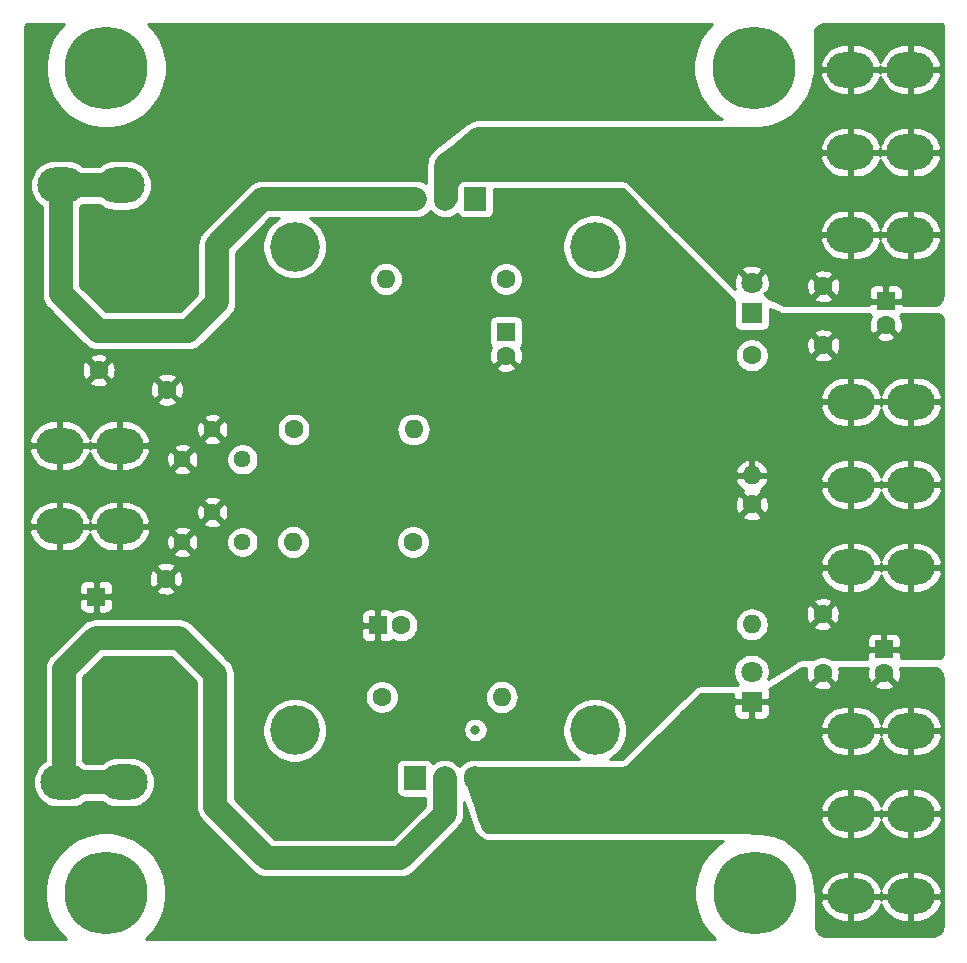
<source format=gbr>
G04 #@! TF.GenerationSoftware,KiCad,Pcbnew,(5.1.4)-1*
G04 #@! TF.CreationDate,2020-05-14T10:00:22+09:00*
G04 #@! TF.ProjectId,linearpowerboard,6c696e65-6172-4706-9f77-6572626f6172,2.1*
G04 #@! TF.SameCoordinates,Original*
G04 #@! TF.FileFunction,Copper,L1,Top*
G04 #@! TF.FilePolarity,Positive*
%FSLAX46Y46*%
G04 Gerber Fmt 4.6, Leading zero omitted, Abs format (unit mm)*
G04 Created by KiCad (PCBNEW (5.1.4)-1) date 2020-05-14 10:00:22*
%MOMM*%
%LPD*%
G04 APERTURE LIST*
%ADD10R,1.600000X1.600000*%
%ADD11C,1.600000*%
%ADD12O,4.000000X3.000000*%
%ADD13O,1.600000X1.600000*%
%ADD14O,1.905000X2.000000*%
%ADD15R,1.905000X2.000000*%
%ADD16C,4.200000*%
%ADD17C,0.800000*%
%ADD18C,7.000000*%
%ADD19C,1.800000*%
%ADD20R,1.800000X1.800000*%
%ADD21C,1.440000*%
%ADD22C,2.000000*%
%ADD23C,0.254000*%
G04 APERTURE END LIST*
D10*
X189900000Y-78230000D03*
D11*
X189900000Y-80230000D03*
D12*
X224140000Y-70000000D03*
X224140000Y-63000000D03*
X219060000Y-70000000D03*
X219060000Y-63000000D03*
X219060000Y-56000000D03*
X224140000Y-56000000D03*
X224190000Y-98140000D03*
X224190000Y-91140000D03*
X219110000Y-98140000D03*
X219110000Y-91140000D03*
X219110000Y-84140000D03*
X224190000Y-84140000D03*
X224190000Y-126000000D03*
X224190000Y-119000000D03*
X219110000Y-126000000D03*
X219110000Y-119000000D03*
X219110000Y-112000000D03*
X224190000Y-112000000D03*
X157180000Y-94665000D03*
X152100000Y-94665000D03*
X152100000Y-87840000D03*
X157180000Y-87840000D03*
X157560000Y-116340000D03*
X152480000Y-116340000D03*
X152230000Y-65800000D03*
X157310000Y-65800000D03*
D13*
X182070000Y-86470000D03*
D11*
X171910000Y-86470000D03*
D13*
X179730000Y-73730000D03*
D11*
X189890000Y-73730000D03*
D13*
X210700000Y-90360000D03*
D11*
X210700000Y-80200000D03*
D13*
X171870000Y-96000000D03*
D11*
X182030000Y-96000000D03*
D13*
X189540000Y-109130000D03*
D11*
X179380000Y-109130000D03*
D13*
X210710000Y-102970000D03*
D11*
X210710000Y-92810000D03*
D14*
X187240000Y-116000000D03*
X184700000Y-116000000D03*
D15*
X182160000Y-116000000D03*
D16*
X172000000Y-111950000D03*
X197400000Y-111950000D03*
D17*
X157866155Y-123853845D03*
X156010000Y-123085000D03*
X154153845Y-123853845D03*
X153385000Y-125710000D03*
X154153845Y-127566155D03*
X156010000Y-128335000D03*
X157866155Y-127566155D03*
X158635000Y-125710000D03*
D18*
X156010000Y-125710000D03*
D17*
X212756155Y-53993845D03*
X210900000Y-53225000D03*
X209043845Y-53993845D03*
X208275000Y-55850000D03*
X209043845Y-57706155D03*
X210900000Y-58475000D03*
X212756155Y-57706155D03*
X213525000Y-55850000D03*
D18*
X210900000Y-55850000D03*
D17*
X212830000Y-123867690D03*
X210973845Y-123098845D03*
X209117690Y-123867690D03*
X208348845Y-125723845D03*
X209117690Y-127580000D03*
X210973845Y-128348845D03*
X212830000Y-127580000D03*
X213598845Y-125723845D03*
D18*
X210973845Y-125723845D03*
D17*
X157896155Y-53993845D03*
X156040000Y-53225000D03*
X154183845Y-53993845D03*
X153415000Y-55850000D03*
X154183845Y-57706155D03*
X156040000Y-58475000D03*
X157896155Y-57706155D03*
X158665000Y-55850000D03*
D18*
X156040000Y-55850000D03*
D11*
X155400000Y-81450000D03*
D10*
X155400000Y-77950000D03*
D11*
X161200000Y-78100000D03*
X161200000Y-83100000D03*
X216760000Y-74360000D03*
X216760000Y-79360000D03*
X222050000Y-77600000D03*
D10*
X222050000Y-75600000D03*
X155200000Y-100620000D03*
D11*
X155200000Y-104120000D03*
X161100000Y-104100000D03*
X161100000Y-99100000D03*
X181050000Y-103060000D03*
D10*
X179050000Y-103060000D03*
D11*
X216700000Y-107100000D03*
X216700000Y-102100000D03*
D10*
X221900000Y-105100000D03*
D11*
X221900000Y-107100000D03*
D19*
X210710000Y-74050000D03*
D20*
X210710000Y-76590000D03*
X210690000Y-109520000D03*
D19*
X210690000Y-106980000D03*
D16*
X197400000Y-70990000D03*
X172000000Y-70990000D03*
D21*
X162500000Y-89000000D03*
X165040000Y-86460000D03*
X167580000Y-89000000D03*
X167580000Y-96000000D03*
X165040000Y-93460000D03*
X162500000Y-96000000D03*
D14*
X182220000Y-66950000D03*
X184760000Y-66950000D03*
D15*
X187300000Y-66950000D03*
D17*
X150173640Y-52778440D03*
X161517280Y-52874960D03*
X200660000Y-95758000D03*
X183550000Y-97760000D03*
X191770000Y-95758000D03*
X208280000Y-95758000D03*
X200660000Y-78232000D03*
X200660000Y-68834000D03*
X189690000Y-66770000D03*
X200914000Y-112268000D03*
X191170000Y-107500000D03*
X200914000Y-102870000D03*
X192024000Y-102870000D03*
X203962000Y-59182000D03*
X196596000Y-59182000D03*
X188722000Y-59182000D03*
X183642000Y-61722000D03*
X180340000Y-64770000D03*
X173990000Y-64770000D03*
X167640000Y-64770000D03*
X163830000Y-68580000D03*
X162306000Y-75184000D03*
X156210000Y-75184000D03*
X156210000Y-68326000D03*
X203200000Y-122174000D03*
X196850000Y-122174000D03*
X190500000Y-122174000D03*
X186690000Y-120650000D03*
X184150000Y-123190000D03*
X177800000Y-125210000D03*
X171450000Y-125210000D03*
X165100000Y-121920000D03*
X162560000Y-116840000D03*
X162560000Y-110490000D03*
X158750000Y-106680000D03*
X154940000Y-110490000D03*
X165100000Y-80010000D03*
X168910000Y-73660000D03*
X176530000Y-69850000D03*
X165100000Y-102870000D03*
X167640000Y-110490000D03*
X167640000Y-116840000D03*
X171450000Y-120650000D03*
X177800000Y-120650000D03*
X180240000Y-112690000D03*
X179070000Y-106680000D03*
X177800000Y-99060000D03*
X177440000Y-73680000D03*
X184820000Y-84740000D03*
X191770000Y-86360000D03*
X200660000Y-86360000D03*
X208280000Y-86360000D03*
X205232000Y-53086000D03*
X205740000Y-128778000D03*
X157130000Y-113640000D03*
X154686000Y-71374000D03*
X207010000Y-107188000D03*
X207010000Y-74422000D03*
X225806000Y-77470000D03*
X225806000Y-104902000D03*
X152350000Y-119430000D03*
X149990000Y-110440000D03*
X159470000Y-119460000D03*
X184450000Y-113580000D03*
X161690000Y-128760000D03*
X150160000Y-128620000D03*
X156710000Y-63100000D03*
X149940000Y-68350000D03*
X150280000Y-76610000D03*
X160590000Y-65790000D03*
X186020000Y-72020000D03*
X189110000Y-70090000D03*
X177910000Y-80070000D03*
X189590000Y-113750000D03*
X188180000Y-107210000D03*
X213450000Y-105900000D03*
X213990000Y-77330000D03*
X208970000Y-79000000D03*
X174490000Y-92620000D03*
X174490000Y-90170000D03*
X151120000Y-104700000D03*
X181820000Y-69450000D03*
X180550000Y-97760000D03*
X183560000Y-101480000D03*
X182130000Y-109190000D03*
X182960000Y-105100000D03*
X206480000Y-121980000D03*
X191640000Y-75690000D03*
X194590000Y-66810000D03*
X188220000Y-75790000D03*
X191340000Y-110370000D03*
X194470000Y-113780000D03*
X182190000Y-118260000D03*
X182100000Y-91240000D03*
X181510000Y-82810000D03*
X182350000Y-75890000D03*
X185170000Y-79420000D03*
X152230000Y-71290000D03*
X165400000Y-73360000D03*
X169270000Y-66950000D03*
X176890000Y-66950000D03*
X193040000Y-62992000D03*
X200660000Y-62992000D03*
X208280000Y-62992000D03*
X208280000Y-69596000D03*
X214680000Y-69646000D03*
X214680000Y-63042000D03*
X183600000Y-120100000D03*
X176970000Y-122750000D03*
X169650000Y-122750000D03*
X165300000Y-116640000D03*
X165300000Y-109020000D03*
X152480000Y-109140000D03*
X187300000Y-111900000D03*
X193040000Y-117856000D03*
X200660000Y-117856000D03*
X208280000Y-117856000D03*
X208280000Y-111760000D03*
X215020000Y-111760000D03*
X215020000Y-117856000D03*
D22*
X157310000Y-65800000D02*
X152230000Y-65800000D01*
X163010000Y-78100000D02*
X165400000Y-75710000D01*
X182220000Y-66950000D02*
X176890000Y-66950000D01*
X161200000Y-78100000D02*
X163010000Y-78100000D01*
X165400000Y-75710000D02*
X165400000Y-73360000D01*
X165400000Y-70820000D02*
X169270000Y-66950000D01*
X161200000Y-78100000D02*
X155340000Y-78100000D01*
X152230000Y-74990000D02*
X155320000Y-78080000D01*
X152230000Y-65800000D02*
X152230000Y-71290000D01*
X152230000Y-71290000D02*
X152230000Y-74990000D01*
X165400000Y-73360000D02*
X165400000Y-70820000D01*
X169270000Y-66950000D02*
X169270000Y-66950000D01*
X176890000Y-66950000D02*
X169270000Y-66950000D01*
X152480000Y-116340000D02*
X152480000Y-109140000D01*
X161100000Y-104100000D02*
X162231370Y-104100000D01*
X157560000Y-116340000D02*
X152480000Y-116340000D01*
X180950000Y-122750000D02*
X183600000Y-120100000D01*
X161090000Y-104090000D02*
X161100000Y-104100000D01*
X162231370Y-104100000D02*
X165300000Y-107168630D01*
X165300000Y-107168630D02*
X165300000Y-109020000D01*
X184700000Y-119000000D02*
X184700000Y-116000000D01*
X152480000Y-106760000D02*
X155150000Y-104090000D01*
X169650000Y-122750000D02*
X176970000Y-122750000D01*
X155150000Y-104090000D02*
X161090000Y-104090000D01*
X165300000Y-118400000D02*
X169650000Y-122750000D01*
X183600000Y-120100000D02*
X184700000Y-119000000D01*
X176970000Y-122750000D02*
X180950000Y-122750000D01*
X169650000Y-122750000D02*
X169650000Y-122750000D01*
X165300000Y-116640000D02*
X165300000Y-118400000D01*
X165300000Y-109020000D02*
X165300000Y-116640000D01*
X152480000Y-109140000D02*
X152480000Y-106760000D01*
D23*
G36*
X215273700Y-106888184D02*
G01*
X215259783Y-107170512D01*
X215301213Y-107450130D01*
X215396397Y-107716292D01*
X215463329Y-107841514D01*
X215707298Y-107913097D01*
X216520395Y-107100000D01*
X216506253Y-107085858D01*
X216685858Y-106906253D01*
X216700000Y-106920395D01*
X216714143Y-106906253D01*
X216893748Y-107085858D01*
X216879605Y-107100000D01*
X217692702Y-107913097D01*
X217936671Y-107841514D01*
X218057571Y-107586004D01*
X218126300Y-107311816D01*
X218140217Y-107029488D01*
X218098787Y-106749870D01*
X218054914Y-106627188D01*
X220539122Y-106627188D01*
X220473700Y-106888184D01*
X220459783Y-107170512D01*
X220501213Y-107450130D01*
X220596397Y-107716292D01*
X220663329Y-107841514D01*
X220907298Y-107913097D01*
X221720395Y-107100000D01*
X221706253Y-107085858D01*
X221885858Y-106906253D01*
X221900000Y-106920395D01*
X221914143Y-106906253D01*
X222093748Y-107085858D01*
X222079605Y-107100000D01*
X222892702Y-107913097D01*
X223136671Y-107841514D01*
X223257571Y-107586004D01*
X223326300Y-107311816D01*
X223340217Y-107029488D01*
X223298787Y-106749870D01*
X223254914Y-106627188D01*
X225993766Y-106627188D01*
X226170189Y-106644564D01*
X226333850Y-106694210D01*
X226484672Y-106774826D01*
X226616870Y-106883318D01*
X226725362Y-107015516D01*
X226805978Y-107166338D01*
X226855624Y-107329999D01*
X226873000Y-107506422D01*
X226873000Y-128493954D01*
X226855624Y-128670377D01*
X226805978Y-128834038D01*
X226725362Y-128984860D01*
X226616870Y-129117058D01*
X226484672Y-129225550D01*
X226333850Y-129306166D01*
X226170189Y-129355812D01*
X225993766Y-129373188D01*
X217006234Y-129373188D01*
X216829811Y-129355812D01*
X216666150Y-129306166D01*
X216515328Y-129225550D01*
X216383130Y-129117058D01*
X216274638Y-128984860D01*
X216194022Y-128834038D01*
X216144376Y-128670377D01*
X216127000Y-128493954D01*
X216127000Y-126458833D01*
X216524887Y-126458833D01*
X216588917Y-126699697D01*
X216764256Y-127080546D01*
X217010525Y-127419870D01*
X217318261Y-127704630D01*
X217675638Y-127923882D01*
X218068922Y-128069200D01*
X218483000Y-128135000D01*
X218983000Y-128135000D01*
X218983000Y-126127000D01*
X219237000Y-126127000D01*
X219237000Y-128135000D01*
X219737000Y-128135000D01*
X220151078Y-128069200D01*
X220544362Y-127923882D01*
X220901739Y-127704630D01*
X221209475Y-127419870D01*
X221455744Y-127080546D01*
X221631083Y-126699697D01*
X221650000Y-126628536D01*
X221668917Y-126699697D01*
X221844256Y-127080546D01*
X222090525Y-127419870D01*
X222398261Y-127704630D01*
X222755638Y-127923882D01*
X223148922Y-128069200D01*
X223563000Y-128135000D01*
X224063000Y-128135000D01*
X224063000Y-126127000D01*
X224317000Y-126127000D01*
X224317000Y-128135000D01*
X224817000Y-128135000D01*
X225231078Y-128069200D01*
X225624362Y-127923882D01*
X225981739Y-127704630D01*
X226289475Y-127419870D01*
X226535744Y-127080546D01*
X226711083Y-126699697D01*
X226775113Y-126458833D01*
X226662165Y-126127000D01*
X224317000Y-126127000D01*
X224063000Y-126127000D01*
X221717835Y-126127000D01*
X221650000Y-126326294D01*
X221582165Y-126127000D01*
X219237000Y-126127000D01*
X218983000Y-126127000D01*
X216637835Y-126127000D01*
X216524887Y-126458833D01*
X216127000Y-126458833D01*
X216127000Y-125880155D01*
X216126346Y-125867284D01*
X216105805Y-125665641D01*
X216100845Y-125641546D01*
X216100845Y-125541167D01*
X216524887Y-125541167D01*
X216637835Y-125873000D01*
X218983000Y-125873000D01*
X218983000Y-123865000D01*
X219237000Y-123865000D01*
X219237000Y-125873000D01*
X221582165Y-125873000D01*
X221650000Y-125673706D01*
X221717835Y-125873000D01*
X224063000Y-125873000D01*
X224063000Y-123865000D01*
X224317000Y-123865000D01*
X224317000Y-125873000D01*
X226662165Y-125873000D01*
X226775113Y-125541167D01*
X226711083Y-125300303D01*
X226535744Y-124919454D01*
X226289475Y-124580130D01*
X225981739Y-124295370D01*
X225624362Y-124076118D01*
X225231078Y-123930800D01*
X224817000Y-123865000D01*
X224317000Y-123865000D01*
X224063000Y-123865000D01*
X223563000Y-123865000D01*
X223148922Y-123930800D01*
X222755638Y-124076118D01*
X222398261Y-124295370D01*
X222090525Y-124580130D01*
X221844256Y-124919454D01*
X221668917Y-125300303D01*
X221650000Y-125371464D01*
X221631083Y-125300303D01*
X221455744Y-124919454D01*
X221209475Y-124580130D01*
X220901739Y-124295370D01*
X220544362Y-124076118D01*
X220151078Y-123930800D01*
X219737000Y-123865000D01*
X219237000Y-123865000D01*
X218983000Y-123865000D01*
X218483000Y-123865000D01*
X218068922Y-123930800D01*
X217675638Y-124076118D01*
X217318261Y-124295370D01*
X217010525Y-124580130D01*
X216764256Y-124919454D01*
X216588917Y-125300303D01*
X216524887Y-125541167D01*
X216100845Y-125541167D01*
X216100845Y-125218880D01*
X215903817Y-124228354D01*
X215517333Y-123295300D01*
X214956246Y-122455573D01*
X214242117Y-121741444D01*
X213402390Y-121180357D01*
X212469336Y-120793873D01*
X211478810Y-120596845D01*
X210655837Y-120596845D01*
X210623392Y-120593759D01*
X210611367Y-120593188D01*
X188661959Y-120593188D01*
X188476107Y-120573884D01*
X188304490Y-120518818D01*
X188147844Y-120429651D01*
X188012870Y-120310198D01*
X187905331Y-120165560D01*
X187827038Y-119995893D01*
X187643776Y-119458833D01*
X216524887Y-119458833D01*
X216588917Y-119699697D01*
X216764256Y-120080546D01*
X217010525Y-120419870D01*
X217318261Y-120704630D01*
X217675638Y-120923882D01*
X218068922Y-121069200D01*
X218483000Y-121135000D01*
X218983000Y-121135000D01*
X218983000Y-119127000D01*
X219237000Y-119127000D01*
X219237000Y-121135000D01*
X219737000Y-121135000D01*
X220151078Y-121069200D01*
X220544362Y-120923882D01*
X220901739Y-120704630D01*
X221209475Y-120419870D01*
X221455744Y-120080546D01*
X221631083Y-119699697D01*
X221650000Y-119628536D01*
X221668917Y-119699697D01*
X221844256Y-120080546D01*
X222090525Y-120419870D01*
X222398261Y-120704630D01*
X222755638Y-120923882D01*
X223148922Y-121069200D01*
X223563000Y-121135000D01*
X224063000Y-121135000D01*
X224063000Y-119127000D01*
X224317000Y-119127000D01*
X224317000Y-121135000D01*
X224817000Y-121135000D01*
X225231078Y-121069200D01*
X225624362Y-120923882D01*
X225981739Y-120704630D01*
X226289475Y-120419870D01*
X226535744Y-120080546D01*
X226711083Y-119699697D01*
X226775113Y-119458833D01*
X226662165Y-119127000D01*
X224317000Y-119127000D01*
X224063000Y-119127000D01*
X221717835Y-119127000D01*
X221650000Y-119326294D01*
X221582165Y-119127000D01*
X219237000Y-119127000D01*
X218983000Y-119127000D01*
X216637835Y-119127000D01*
X216524887Y-119458833D01*
X187643776Y-119458833D01*
X187330639Y-118541167D01*
X216524887Y-118541167D01*
X216637835Y-118873000D01*
X218983000Y-118873000D01*
X218983000Y-116865000D01*
X219237000Y-116865000D01*
X219237000Y-118873000D01*
X221582165Y-118873000D01*
X221650000Y-118673706D01*
X221717835Y-118873000D01*
X224063000Y-118873000D01*
X224063000Y-116865000D01*
X224317000Y-116865000D01*
X224317000Y-118873000D01*
X226662165Y-118873000D01*
X226775113Y-118541167D01*
X226711083Y-118300303D01*
X226535744Y-117919454D01*
X226289475Y-117580130D01*
X225981739Y-117295370D01*
X225624362Y-117076118D01*
X225231078Y-116930800D01*
X224817000Y-116865000D01*
X224317000Y-116865000D01*
X224063000Y-116865000D01*
X223563000Y-116865000D01*
X223148922Y-116930800D01*
X222755638Y-117076118D01*
X222398261Y-117295370D01*
X222090525Y-117580130D01*
X221844256Y-117919454D01*
X221668917Y-118300303D01*
X221650000Y-118371464D01*
X221631083Y-118300303D01*
X221455744Y-117919454D01*
X221209475Y-117580130D01*
X220901739Y-117295370D01*
X220544362Y-117076118D01*
X220151078Y-116930800D01*
X219737000Y-116865000D01*
X219237000Y-116865000D01*
X218983000Y-116865000D01*
X218483000Y-116865000D01*
X218068922Y-116930800D01*
X217675638Y-117076118D01*
X217318261Y-117295370D01*
X217010525Y-117580130D01*
X216764256Y-117919454D01*
X216588917Y-118300303D01*
X216524887Y-118541167D01*
X187330639Y-118541167D01*
X186731345Y-116784907D01*
X186688553Y-116593912D01*
X186687883Y-116405126D01*
X186729318Y-116213845D01*
X186890467Y-115730396D01*
X186968092Y-115559264D01*
X187075469Y-115413227D01*
X187210714Y-115292533D01*
X187367977Y-115202398D01*
X187540472Y-115146713D01*
X187727378Y-115127188D01*
X199588100Y-115127188D01*
X199600485Y-115126583D01*
X199794606Y-115107561D01*
X199818907Y-115102752D01*
X200005643Y-115046408D01*
X200028547Y-115036974D01*
X200200793Y-114945453D01*
X200221431Y-114931751D01*
X200372634Y-114808534D01*
X200381853Y-114800241D01*
X202741843Y-112458833D01*
X216524887Y-112458833D01*
X216588917Y-112699697D01*
X216764256Y-113080546D01*
X217010525Y-113419870D01*
X217318261Y-113704630D01*
X217675638Y-113923882D01*
X218068922Y-114069200D01*
X218483000Y-114135000D01*
X218983000Y-114135000D01*
X218983000Y-112127000D01*
X219237000Y-112127000D01*
X219237000Y-114135000D01*
X219737000Y-114135000D01*
X220151078Y-114069200D01*
X220544362Y-113923882D01*
X220901739Y-113704630D01*
X221209475Y-113419870D01*
X221455744Y-113080546D01*
X221631083Y-112699697D01*
X221650000Y-112628536D01*
X221668917Y-112699697D01*
X221844256Y-113080546D01*
X222090525Y-113419870D01*
X222398261Y-113704630D01*
X222755638Y-113923882D01*
X223148922Y-114069200D01*
X223563000Y-114135000D01*
X224063000Y-114135000D01*
X224063000Y-112127000D01*
X224317000Y-112127000D01*
X224317000Y-114135000D01*
X224817000Y-114135000D01*
X225231078Y-114069200D01*
X225624362Y-113923882D01*
X225981739Y-113704630D01*
X226289475Y-113419870D01*
X226535744Y-113080546D01*
X226711083Y-112699697D01*
X226775113Y-112458833D01*
X226662165Y-112127000D01*
X224317000Y-112127000D01*
X224063000Y-112127000D01*
X221717835Y-112127000D01*
X221650000Y-112326294D01*
X221582165Y-112127000D01*
X219237000Y-112127000D01*
X218983000Y-112127000D01*
X216637835Y-112127000D01*
X216524887Y-112458833D01*
X202741843Y-112458833D01*
X203666792Y-111541167D01*
X216524887Y-111541167D01*
X216637835Y-111873000D01*
X218983000Y-111873000D01*
X218983000Y-109865000D01*
X219237000Y-109865000D01*
X219237000Y-111873000D01*
X221582165Y-111873000D01*
X221650000Y-111673706D01*
X221717835Y-111873000D01*
X224063000Y-111873000D01*
X224063000Y-109865000D01*
X224317000Y-109865000D01*
X224317000Y-111873000D01*
X226662165Y-111873000D01*
X226775113Y-111541167D01*
X226711083Y-111300303D01*
X226535744Y-110919454D01*
X226289475Y-110580130D01*
X225981739Y-110295370D01*
X225624362Y-110076118D01*
X225231078Y-109930800D01*
X224817000Y-109865000D01*
X224317000Y-109865000D01*
X224063000Y-109865000D01*
X223563000Y-109865000D01*
X223148922Y-109930800D01*
X222755638Y-110076118D01*
X222398261Y-110295370D01*
X222090525Y-110580130D01*
X221844256Y-110919454D01*
X221668917Y-111300303D01*
X221650000Y-111371464D01*
X221631083Y-111300303D01*
X221455744Y-110919454D01*
X221209475Y-110580130D01*
X220901739Y-110295370D01*
X220544362Y-110076118D01*
X220151078Y-109930800D01*
X219737000Y-109865000D01*
X219237000Y-109865000D01*
X218983000Y-109865000D01*
X218483000Y-109865000D01*
X218068922Y-109930800D01*
X217675638Y-110076118D01*
X217318261Y-110295370D01*
X217010525Y-110580130D01*
X216764256Y-110919454D01*
X216588917Y-111300303D01*
X216524887Y-111541167D01*
X203666792Y-111541167D01*
X204796858Y-110420000D01*
X209151928Y-110420000D01*
X209164188Y-110544482D01*
X209200498Y-110664180D01*
X209259463Y-110774494D01*
X209338815Y-110871185D01*
X209435506Y-110950537D01*
X209545820Y-111009502D01*
X209665518Y-111045812D01*
X209790000Y-111058072D01*
X210404250Y-111055000D01*
X210563000Y-110896250D01*
X210563000Y-109647000D01*
X210817000Y-109647000D01*
X210817000Y-110896250D01*
X210975750Y-111055000D01*
X211590000Y-111058072D01*
X211714482Y-111045812D01*
X211834180Y-111009502D01*
X211944494Y-110950537D01*
X212041185Y-110871185D01*
X212120537Y-110774494D01*
X212179502Y-110664180D01*
X212215812Y-110544482D01*
X212228072Y-110420000D01*
X212225000Y-109805750D01*
X212066250Y-109647000D01*
X210817000Y-109647000D01*
X210563000Y-109647000D01*
X209313750Y-109647000D01*
X209155000Y-109805750D01*
X209151928Y-110420000D01*
X204796858Y-110420000D01*
X206142638Y-109084818D01*
X206279376Y-108973388D01*
X206429644Y-108893545D01*
X206592549Y-108844391D01*
X206768111Y-108827188D01*
X209152964Y-108827188D01*
X209155000Y-109234250D01*
X209313750Y-109393000D01*
X210563000Y-109393000D01*
X210563000Y-109373000D01*
X210817000Y-109373000D01*
X210817000Y-109393000D01*
X212066250Y-109393000D01*
X212225000Y-109234250D01*
X212228072Y-108620000D01*
X212215812Y-108495518D01*
X212198202Y-108437466D01*
X212738854Y-108092702D01*
X215886903Y-108092702D01*
X215958486Y-108336671D01*
X216213996Y-108457571D01*
X216488184Y-108526300D01*
X216770512Y-108540217D01*
X217050130Y-108498787D01*
X217316292Y-108403603D01*
X217441514Y-108336671D01*
X217513097Y-108092702D01*
X221086903Y-108092702D01*
X221158486Y-108336671D01*
X221413996Y-108457571D01*
X221688184Y-108526300D01*
X221970512Y-108540217D01*
X222250130Y-108498787D01*
X222516292Y-108403603D01*
X222641514Y-108336671D01*
X222713097Y-108092702D01*
X221900000Y-107279605D01*
X221086903Y-108092702D01*
X217513097Y-108092702D01*
X216700000Y-107279605D01*
X215886903Y-108092702D01*
X212738854Y-108092702D01*
X214817259Y-106767343D01*
X214969366Y-106689492D01*
X215127612Y-106643330D01*
X215297721Y-106627188D01*
X215339122Y-106627188D01*
X215273700Y-106888184D01*
X215273700Y-106888184D01*
G37*
X215273700Y-106888184D02*
X215259783Y-107170512D01*
X215301213Y-107450130D01*
X215396397Y-107716292D01*
X215463329Y-107841514D01*
X215707298Y-107913097D01*
X216520395Y-107100000D01*
X216506253Y-107085858D01*
X216685858Y-106906253D01*
X216700000Y-106920395D01*
X216714143Y-106906253D01*
X216893748Y-107085858D01*
X216879605Y-107100000D01*
X217692702Y-107913097D01*
X217936671Y-107841514D01*
X218057571Y-107586004D01*
X218126300Y-107311816D01*
X218140217Y-107029488D01*
X218098787Y-106749870D01*
X218054914Y-106627188D01*
X220539122Y-106627188D01*
X220473700Y-106888184D01*
X220459783Y-107170512D01*
X220501213Y-107450130D01*
X220596397Y-107716292D01*
X220663329Y-107841514D01*
X220907298Y-107913097D01*
X221720395Y-107100000D01*
X221706253Y-107085858D01*
X221885858Y-106906253D01*
X221900000Y-106920395D01*
X221914143Y-106906253D01*
X222093748Y-107085858D01*
X222079605Y-107100000D01*
X222892702Y-107913097D01*
X223136671Y-107841514D01*
X223257571Y-107586004D01*
X223326300Y-107311816D01*
X223340217Y-107029488D01*
X223298787Y-106749870D01*
X223254914Y-106627188D01*
X225993766Y-106627188D01*
X226170189Y-106644564D01*
X226333850Y-106694210D01*
X226484672Y-106774826D01*
X226616870Y-106883318D01*
X226725362Y-107015516D01*
X226805978Y-107166338D01*
X226855624Y-107329999D01*
X226873000Y-107506422D01*
X226873000Y-128493954D01*
X226855624Y-128670377D01*
X226805978Y-128834038D01*
X226725362Y-128984860D01*
X226616870Y-129117058D01*
X226484672Y-129225550D01*
X226333850Y-129306166D01*
X226170189Y-129355812D01*
X225993766Y-129373188D01*
X217006234Y-129373188D01*
X216829811Y-129355812D01*
X216666150Y-129306166D01*
X216515328Y-129225550D01*
X216383130Y-129117058D01*
X216274638Y-128984860D01*
X216194022Y-128834038D01*
X216144376Y-128670377D01*
X216127000Y-128493954D01*
X216127000Y-126458833D01*
X216524887Y-126458833D01*
X216588917Y-126699697D01*
X216764256Y-127080546D01*
X217010525Y-127419870D01*
X217318261Y-127704630D01*
X217675638Y-127923882D01*
X218068922Y-128069200D01*
X218483000Y-128135000D01*
X218983000Y-128135000D01*
X218983000Y-126127000D01*
X219237000Y-126127000D01*
X219237000Y-128135000D01*
X219737000Y-128135000D01*
X220151078Y-128069200D01*
X220544362Y-127923882D01*
X220901739Y-127704630D01*
X221209475Y-127419870D01*
X221455744Y-127080546D01*
X221631083Y-126699697D01*
X221650000Y-126628536D01*
X221668917Y-126699697D01*
X221844256Y-127080546D01*
X222090525Y-127419870D01*
X222398261Y-127704630D01*
X222755638Y-127923882D01*
X223148922Y-128069200D01*
X223563000Y-128135000D01*
X224063000Y-128135000D01*
X224063000Y-126127000D01*
X224317000Y-126127000D01*
X224317000Y-128135000D01*
X224817000Y-128135000D01*
X225231078Y-128069200D01*
X225624362Y-127923882D01*
X225981739Y-127704630D01*
X226289475Y-127419870D01*
X226535744Y-127080546D01*
X226711083Y-126699697D01*
X226775113Y-126458833D01*
X226662165Y-126127000D01*
X224317000Y-126127000D01*
X224063000Y-126127000D01*
X221717835Y-126127000D01*
X221650000Y-126326294D01*
X221582165Y-126127000D01*
X219237000Y-126127000D01*
X218983000Y-126127000D01*
X216637835Y-126127000D01*
X216524887Y-126458833D01*
X216127000Y-126458833D01*
X216127000Y-125880155D01*
X216126346Y-125867284D01*
X216105805Y-125665641D01*
X216100845Y-125641546D01*
X216100845Y-125541167D01*
X216524887Y-125541167D01*
X216637835Y-125873000D01*
X218983000Y-125873000D01*
X218983000Y-123865000D01*
X219237000Y-123865000D01*
X219237000Y-125873000D01*
X221582165Y-125873000D01*
X221650000Y-125673706D01*
X221717835Y-125873000D01*
X224063000Y-125873000D01*
X224063000Y-123865000D01*
X224317000Y-123865000D01*
X224317000Y-125873000D01*
X226662165Y-125873000D01*
X226775113Y-125541167D01*
X226711083Y-125300303D01*
X226535744Y-124919454D01*
X226289475Y-124580130D01*
X225981739Y-124295370D01*
X225624362Y-124076118D01*
X225231078Y-123930800D01*
X224817000Y-123865000D01*
X224317000Y-123865000D01*
X224063000Y-123865000D01*
X223563000Y-123865000D01*
X223148922Y-123930800D01*
X222755638Y-124076118D01*
X222398261Y-124295370D01*
X222090525Y-124580130D01*
X221844256Y-124919454D01*
X221668917Y-125300303D01*
X221650000Y-125371464D01*
X221631083Y-125300303D01*
X221455744Y-124919454D01*
X221209475Y-124580130D01*
X220901739Y-124295370D01*
X220544362Y-124076118D01*
X220151078Y-123930800D01*
X219737000Y-123865000D01*
X219237000Y-123865000D01*
X218983000Y-123865000D01*
X218483000Y-123865000D01*
X218068922Y-123930800D01*
X217675638Y-124076118D01*
X217318261Y-124295370D01*
X217010525Y-124580130D01*
X216764256Y-124919454D01*
X216588917Y-125300303D01*
X216524887Y-125541167D01*
X216100845Y-125541167D01*
X216100845Y-125218880D01*
X215903817Y-124228354D01*
X215517333Y-123295300D01*
X214956246Y-122455573D01*
X214242117Y-121741444D01*
X213402390Y-121180357D01*
X212469336Y-120793873D01*
X211478810Y-120596845D01*
X210655837Y-120596845D01*
X210623392Y-120593759D01*
X210611367Y-120593188D01*
X188661959Y-120593188D01*
X188476107Y-120573884D01*
X188304490Y-120518818D01*
X188147844Y-120429651D01*
X188012870Y-120310198D01*
X187905331Y-120165560D01*
X187827038Y-119995893D01*
X187643776Y-119458833D01*
X216524887Y-119458833D01*
X216588917Y-119699697D01*
X216764256Y-120080546D01*
X217010525Y-120419870D01*
X217318261Y-120704630D01*
X217675638Y-120923882D01*
X218068922Y-121069200D01*
X218483000Y-121135000D01*
X218983000Y-121135000D01*
X218983000Y-119127000D01*
X219237000Y-119127000D01*
X219237000Y-121135000D01*
X219737000Y-121135000D01*
X220151078Y-121069200D01*
X220544362Y-120923882D01*
X220901739Y-120704630D01*
X221209475Y-120419870D01*
X221455744Y-120080546D01*
X221631083Y-119699697D01*
X221650000Y-119628536D01*
X221668917Y-119699697D01*
X221844256Y-120080546D01*
X222090525Y-120419870D01*
X222398261Y-120704630D01*
X222755638Y-120923882D01*
X223148922Y-121069200D01*
X223563000Y-121135000D01*
X224063000Y-121135000D01*
X224063000Y-119127000D01*
X224317000Y-119127000D01*
X224317000Y-121135000D01*
X224817000Y-121135000D01*
X225231078Y-121069200D01*
X225624362Y-120923882D01*
X225981739Y-120704630D01*
X226289475Y-120419870D01*
X226535744Y-120080546D01*
X226711083Y-119699697D01*
X226775113Y-119458833D01*
X226662165Y-119127000D01*
X224317000Y-119127000D01*
X224063000Y-119127000D01*
X221717835Y-119127000D01*
X221650000Y-119326294D01*
X221582165Y-119127000D01*
X219237000Y-119127000D01*
X218983000Y-119127000D01*
X216637835Y-119127000D01*
X216524887Y-119458833D01*
X187643776Y-119458833D01*
X187330639Y-118541167D01*
X216524887Y-118541167D01*
X216637835Y-118873000D01*
X218983000Y-118873000D01*
X218983000Y-116865000D01*
X219237000Y-116865000D01*
X219237000Y-118873000D01*
X221582165Y-118873000D01*
X221650000Y-118673706D01*
X221717835Y-118873000D01*
X224063000Y-118873000D01*
X224063000Y-116865000D01*
X224317000Y-116865000D01*
X224317000Y-118873000D01*
X226662165Y-118873000D01*
X226775113Y-118541167D01*
X226711083Y-118300303D01*
X226535744Y-117919454D01*
X226289475Y-117580130D01*
X225981739Y-117295370D01*
X225624362Y-117076118D01*
X225231078Y-116930800D01*
X224817000Y-116865000D01*
X224317000Y-116865000D01*
X224063000Y-116865000D01*
X223563000Y-116865000D01*
X223148922Y-116930800D01*
X222755638Y-117076118D01*
X222398261Y-117295370D01*
X222090525Y-117580130D01*
X221844256Y-117919454D01*
X221668917Y-118300303D01*
X221650000Y-118371464D01*
X221631083Y-118300303D01*
X221455744Y-117919454D01*
X221209475Y-117580130D01*
X220901739Y-117295370D01*
X220544362Y-117076118D01*
X220151078Y-116930800D01*
X219737000Y-116865000D01*
X219237000Y-116865000D01*
X218983000Y-116865000D01*
X218483000Y-116865000D01*
X218068922Y-116930800D01*
X217675638Y-117076118D01*
X217318261Y-117295370D01*
X217010525Y-117580130D01*
X216764256Y-117919454D01*
X216588917Y-118300303D01*
X216524887Y-118541167D01*
X187330639Y-118541167D01*
X186731345Y-116784907D01*
X186688553Y-116593912D01*
X186687883Y-116405126D01*
X186729318Y-116213845D01*
X186890467Y-115730396D01*
X186968092Y-115559264D01*
X187075469Y-115413227D01*
X187210714Y-115292533D01*
X187367977Y-115202398D01*
X187540472Y-115146713D01*
X187727378Y-115127188D01*
X199588100Y-115127188D01*
X199600485Y-115126583D01*
X199794606Y-115107561D01*
X199818907Y-115102752D01*
X200005643Y-115046408D01*
X200028547Y-115036974D01*
X200200793Y-114945453D01*
X200221431Y-114931751D01*
X200372634Y-114808534D01*
X200381853Y-114800241D01*
X202741843Y-112458833D01*
X216524887Y-112458833D01*
X216588917Y-112699697D01*
X216764256Y-113080546D01*
X217010525Y-113419870D01*
X217318261Y-113704630D01*
X217675638Y-113923882D01*
X218068922Y-114069200D01*
X218483000Y-114135000D01*
X218983000Y-114135000D01*
X218983000Y-112127000D01*
X219237000Y-112127000D01*
X219237000Y-114135000D01*
X219737000Y-114135000D01*
X220151078Y-114069200D01*
X220544362Y-113923882D01*
X220901739Y-113704630D01*
X221209475Y-113419870D01*
X221455744Y-113080546D01*
X221631083Y-112699697D01*
X221650000Y-112628536D01*
X221668917Y-112699697D01*
X221844256Y-113080546D01*
X222090525Y-113419870D01*
X222398261Y-113704630D01*
X222755638Y-113923882D01*
X223148922Y-114069200D01*
X223563000Y-114135000D01*
X224063000Y-114135000D01*
X224063000Y-112127000D01*
X224317000Y-112127000D01*
X224317000Y-114135000D01*
X224817000Y-114135000D01*
X225231078Y-114069200D01*
X225624362Y-113923882D01*
X225981739Y-113704630D01*
X226289475Y-113419870D01*
X226535744Y-113080546D01*
X226711083Y-112699697D01*
X226775113Y-112458833D01*
X226662165Y-112127000D01*
X224317000Y-112127000D01*
X224063000Y-112127000D01*
X221717835Y-112127000D01*
X221650000Y-112326294D01*
X221582165Y-112127000D01*
X219237000Y-112127000D01*
X218983000Y-112127000D01*
X216637835Y-112127000D01*
X216524887Y-112458833D01*
X202741843Y-112458833D01*
X203666792Y-111541167D01*
X216524887Y-111541167D01*
X216637835Y-111873000D01*
X218983000Y-111873000D01*
X218983000Y-109865000D01*
X219237000Y-109865000D01*
X219237000Y-111873000D01*
X221582165Y-111873000D01*
X221650000Y-111673706D01*
X221717835Y-111873000D01*
X224063000Y-111873000D01*
X224063000Y-109865000D01*
X224317000Y-109865000D01*
X224317000Y-111873000D01*
X226662165Y-111873000D01*
X226775113Y-111541167D01*
X226711083Y-111300303D01*
X226535744Y-110919454D01*
X226289475Y-110580130D01*
X225981739Y-110295370D01*
X225624362Y-110076118D01*
X225231078Y-109930800D01*
X224817000Y-109865000D01*
X224317000Y-109865000D01*
X224063000Y-109865000D01*
X223563000Y-109865000D01*
X223148922Y-109930800D01*
X222755638Y-110076118D01*
X222398261Y-110295370D01*
X222090525Y-110580130D01*
X221844256Y-110919454D01*
X221668917Y-111300303D01*
X221650000Y-111371464D01*
X221631083Y-111300303D01*
X221455744Y-110919454D01*
X221209475Y-110580130D01*
X220901739Y-110295370D01*
X220544362Y-110076118D01*
X220151078Y-109930800D01*
X219737000Y-109865000D01*
X219237000Y-109865000D01*
X218983000Y-109865000D01*
X218483000Y-109865000D01*
X218068922Y-109930800D01*
X217675638Y-110076118D01*
X217318261Y-110295370D01*
X217010525Y-110580130D01*
X216764256Y-110919454D01*
X216588917Y-111300303D01*
X216524887Y-111541167D01*
X203666792Y-111541167D01*
X204796858Y-110420000D01*
X209151928Y-110420000D01*
X209164188Y-110544482D01*
X209200498Y-110664180D01*
X209259463Y-110774494D01*
X209338815Y-110871185D01*
X209435506Y-110950537D01*
X209545820Y-111009502D01*
X209665518Y-111045812D01*
X209790000Y-111058072D01*
X210404250Y-111055000D01*
X210563000Y-110896250D01*
X210563000Y-109647000D01*
X210817000Y-109647000D01*
X210817000Y-110896250D01*
X210975750Y-111055000D01*
X211590000Y-111058072D01*
X211714482Y-111045812D01*
X211834180Y-111009502D01*
X211944494Y-110950537D01*
X212041185Y-110871185D01*
X212120537Y-110774494D01*
X212179502Y-110664180D01*
X212215812Y-110544482D01*
X212228072Y-110420000D01*
X212225000Y-109805750D01*
X212066250Y-109647000D01*
X210817000Y-109647000D01*
X210563000Y-109647000D01*
X209313750Y-109647000D01*
X209155000Y-109805750D01*
X209151928Y-110420000D01*
X204796858Y-110420000D01*
X206142638Y-109084818D01*
X206279376Y-108973388D01*
X206429644Y-108893545D01*
X206592549Y-108844391D01*
X206768111Y-108827188D01*
X209152964Y-108827188D01*
X209155000Y-109234250D01*
X209313750Y-109393000D01*
X210563000Y-109393000D01*
X210563000Y-109373000D01*
X210817000Y-109373000D01*
X210817000Y-109393000D01*
X212066250Y-109393000D01*
X212225000Y-109234250D01*
X212228072Y-108620000D01*
X212215812Y-108495518D01*
X212198202Y-108437466D01*
X212738854Y-108092702D01*
X215886903Y-108092702D01*
X215958486Y-108336671D01*
X216213996Y-108457571D01*
X216488184Y-108526300D01*
X216770512Y-108540217D01*
X217050130Y-108498787D01*
X217316292Y-108403603D01*
X217441514Y-108336671D01*
X217513097Y-108092702D01*
X221086903Y-108092702D01*
X221158486Y-108336671D01*
X221413996Y-108457571D01*
X221688184Y-108526300D01*
X221970512Y-108540217D01*
X222250130Y-108498787D01*
X222516292Y-108403603D01*
X222641514Y-108336671D01*
X222713097Y-108092702D01*
X221900000Y-107279605D01*
X221086903Y-108092702D01*
X217513097Y-108092702D01*
X216700000Y-107279605D01*
X215886903Y-108092702D01*
X212738854Y-108092702D01*
X214817259Y-106767343D01*
X214969366Y-106689492D01*
X215127612Y-106643330D01*
X215297721Y-106627188D01*
X215339122Y-106627188D01*
X215273700Y-106888184D01*
G36*
X226796119Y-52139114D02*
G01*
X226835215Y-52165237D01*
X226861338Y-52204333D01*
X226873000Y-52262961D01*
X226873000Y-75094218D01*
X226855624Y-75270641D01*
X226805978Y-75434302D01*
X226725362Y-75585124D01*
X226616870Y-75717322D01*
X226484672Y-75825814D01*
X226333850Y-75906430D01*
X226170189Y-75956076D01*
X225993766Y-75973452D01*
X223485524Y-75973452D01*
X223485000Y-75885750D01*
X223326250Y-75727000D01*
X222177000Y-75727000D01*
X222177000Y-75747000D01*
X221923000Y-75747000D01*
X221923000Y-75727000D01*
X220773750Y-75727000D01*
X220615000Y-75885750D01*
X220614476Y-75973452D01*
X213643439Y-75973452D01*
X213435692Y-75949263D01*
X213239054Y-75877989D01*
X212188480Y-75352702D01*
X215946903Y-75352702D01*
X216018486Y-75596671D01*
X216273996Y-75717571D01*
X216548184Y-75786300D01*
X216830512Y-75800217D01*
X217110130Y-75758787D01*
X217376292Y-75663603D01*
X217501514Y-75596671D01*
X217573097Y-75352702D01*
X216760000Y-74539605D01*
X215946903Y-75352702D01*
X212188480Y-75352702D01*
X212131107Y-75324016D01*
X212061185Y-75238815D01*
X211964494Y-75159463D01*
X211854180Y-75100498D01*
X211843265Y-75097187D01*
X211890030Y-75050422D01*
X211774082Y-74934474D01*
X212028261Y-74850792D01*
X212159158Y-74578225D01*
X212197090Y-74430512D01*
X215319783Y-74430512D01*
X215361213Y-74710130D01*
X215456397Y-74976292D01*
X215523329Y-75101514D01*
X215767298Y-75173097D01*
X216580395Y-74360000D01*
X216939605Y-74360000D01*
X217752702Y-75173097D01*
X217996671Y-75101514D01*
X218117571Y-74846004D01*
X218129102Y-74800000D01*
X220611928Y-74800000D01*
X220615000Y-75314250D01*
X220773750Y-75473000D01*
X221923000Y-75473000D01*
X221923000Y-74323750D01*
X222177000Y-74323750D01*
X222177000Y-75473000D01*
X223326250Y-75473000D01*
X223485000Y-75314250D01*
X223488072Y-74800000D01*
X223475812Y-74675518D01*
X223439502Y-74555820D01*
X223380537Y-74445506D01*
X223301185Y-74348815D01*
X223204494Y-74269463D01*
X223094180Y-74210498D01*
X222974482Y-74174188D01*
X222850000Y-74161928D01*
X222335750Y-74165000D01*
X222177000Y-74323750D01*
X221923000Y-74323750D01*
X221764250Y-74165000D01*
X221250000Y-74161928D01*
X221125518Y-74174188D01*
X221005820Y-74210498D01*
X220895506Y-74269463D01*
X220798815Y-74348815D01*
X220719463Y-74445506D01*
X220660498Y-74555820D01*
X220624188Y-74675518D01*
X220611928Y-74800000D01*
X218129102Y-74800000D01*
X218186300Y-74571816D01*
X218200217Y-74289488D01*
X218158787Y-74009870D01*
X218063603Y-73743708D01*
X217996671Y-73618486D01*
X217752702Y-73546903D01*
X216939605Y-74360000D01*
X216580395Y-74360000D01*
X215767298Y-73546903D01*
X215523329Y-73618486D01*
X215402429Y-73873996D01*
X215333700Y-74148184D01*
X215319783Y-74430512D01*
X212197090Y-74430512D01*
X212234365Y-74285358D01*
X212250991Y-73983447D01*
X212208397Y-73684093D01*
X212108222Y-73398801D01*
X212091383Y-73367298D01*
X215946903Y-73367298D01*
X216760000Y-74180395D01*
X217573097Y-73367298D01*
X217501514Y-73123329D01*
X217246004Y-73002429D01*
X216971816Y-72933700D01*
X216689488Y-72919783D01*
X216409870Y-72961213D01*
X216143708Y-73056397D01*
X216018486Y-73123329D01*
X215946903Y-73367298D01*
X212091383Y-73367298D01*
X212028261Y-73249208D01*
X211774080Y-73165525D01*
X210889605Y-74050000D01*
X210903748Y-74064143D01*
X210724143Y-74243748D01*
X210710000Y-74229605D01*
X210695858Y-74243748D01*
X210516253Y-74064143D01*
X210530395Y-74050000D01*
X209645920Y-73165525D01*
X209391739Y-73249208D01*
X209260842Y-73521775D01*
X209185635Y-73814642D01*
X209169009Y-74116553D01*
X209211603Y-74415907D01*
X209272966Y-74590665D01*
X207676367Y-72985920D01*
X209825525Y-72985920D01*
X210710000Y-73870395D01*
X211594475Y-72985920D01*
X211510792Y-72731739D01*
X211238225Y-72600842D01*
X210945358Y-72525635D01*
X210643447Y-72509009D01*
X210344093Y-72551603D01*
X210058801Y-72651778D01*
X209909208Y-72731739D01*
X209825525Y-72985920D01*
X207676367Y-72985920D01*
X205162108Y-70458833D01*
X216474887Y-70458833D01*
X216538917Y-70699697D01*
X216714256Y-71080546D01*
X216960525Y-71419870D01*
X217268261Y-71704630D01*
X217625638Y-71923882D01*
X218018922Y-72069200D01*
X218433000Y-72135000D01*
X218933000Y-72135000D01*
X218933000Y-70127000D01*
X219187000Y-70127000D01*
X219187000Y-72135000D01*
X219687000Y-72135000D01*
X220101078Y-72069200D01*
X220494362Y-71923882D01*
X220851739Y-71704630D01*
X221159475Y-71419870D01*
X221405744Y-71080546D01*
X221581083Y-70699697D01*
X221600000Y-70628536D01*
X221618917Y-70699697D01*
X221794256Y-71080546D01*
X222040525Y-71419870D01*
X222348261Y-71704630D01*
X222705638Y-71923882D01*
X223098922Y-72069200D01*
X223513000Y-72135000D01*
X224013000Y-72135000D01*
X224013000Y-70127000D01*
X224267000Y-70127000D01*
X224267000Y-72135000D01*
X224767000Y-72135000D01*
X225181078Y-72069200D01*
X225574362Y-71923882D01*
X225931739Y-71704630D01*
X226239475Y-71419870D01*
X226485744Y-71080546D01*
X226661083Y-70699697D01*
X226725113Y-70458833D01*
X226612165Y-70127000D01*
X224267000Y-70127000D01*
X224013000Y-70127000D01*
X221667835Y-70127000D01*
X221600000Y-70326294D01*
X221532165Y-70127000D01*
X219187000Y-70127000D01*
X218933000Y-70127000D01*
X216587835Y-70127000D01*
X216474887Y-70458833D01*
X205162108Y-70458833D01*
X204249101Y-69541167D01*
X216474887Y-69541167D01*
X216587835Y-69873000D01*
X218933000Y-69873000D01*
X218933000Y-67865000D01*
X219187000Y-67865000D01*
X219187000Y-69873000D01*
X221532165Y-69873000D01*
X221600000Y-69673706D01*
X221667835Y-69873000D01*
X224013000Y-69873000D01*
X224013000Y-67865000D01*
X224267000Y-67865000D01*
X224267000Y-69873000D01*
X226612165Y-69873000D01*
X226725113Y-69541167D01*
X226661083Y-69300303D01*
X226485744Y-68919454D01*
X226239475Y-68580130D01*
X225931739Y-68295370D01*
X225574362Y-68076118D01*
X225181078Y-67930800D01*
X224767000Y-67865000D01*
X224267000Y-67865000D01*
X224013000Y-67865000D01*
X223513000Y-67865000D01*
X223098922Y-67930800D01*
X222705638Y-68076118D01*
X222348261Y-68295370D01*
X222040525Y-68580130D01*
X221794256Y-68919454D01*
X221618917Y-69300303D01*
X221600000Y-69371464D01*
X221581083Y-69300303D01*
X221405744Y-68919454D01*
X221159475Y-68580130D01*
X220851739Y-68295370D01*
X220494362Y-68076118D01*
X220101078Y-67930800D01*
X219687000Y-67865000D01*
X219187000Y-67865000D01*
X218933000Y-67865000D01*
X218433000Y-67865000D01*
X218018922Y-67930800D01*
X217625638Y-68076118D01*
X217268261Y-68295370D01*
X216960525Y-68580130D01*
X216714256Y-68919454D01*
X216538917Y-69300303D01*
X216474887Y-69541167D01*
X204249101Y-69541167D01*
X200383230Y-65655573D01*
X200373985Y-65647154D01*
X200222237Y-65522051D01*
X200201497Y-65508135D01*
X200028200Y-65415151D01*
X200005136Y-65405564D01*
X199816991Y-65348295D01*
X199792497Y-65343407D01*
X199596783Y-65324068D01*
X199584295Y-65323452D01*
X188681366Y-65323452D01*
X188669771Y-65323982D01*
X188487938Y-65340653D01*
X188465136Y-65344870D01*
X188454773Y-65347786D01*
X188376982Y-65324188D01*
X188252500Y-65311928D01*
X186347500Y-65311928D01*
X186223018Y-65324188D01*
X186103320Y-65360498D01*
X185993006Y-65419463D01*
X185896315Y-65498815D01*
X185816963Y-65595506D01*
X185757998Y-65705820D01*
X185721688Y-65825518D01*
X185709428Y-65950000D01*
X185709428Y-66969774D01*
X185702234Y-66976274D01*
X185576459Y-67113208D01*
X185562172Y-67132009D01*
X185463921Y-67289860D01*
X185458149Y-67300174D01*
X185440599Y-67335274D01*
X185372288Y-67432814D01*
X185286048Y-67500471D01*
X185183882Y-67540169D01*
X185065144Y-67549210D01*
X184333817Y-67496972D01*
X184225747Y-67472974D01*
X184137544Y-67423293D01*
X184067555Y-67350156D01*
X184017521Y-67251404D01*
X183973414Y-67119084D01*
X183938679Y-66977947D01*
X183927000Y-66833067D01*
X183927000Y-64042080D01*
X183941761Y-63879342D01*
X183984013Y-63727485D01*
X184052900Y-63585708D01*
X184146029Y-63458833D01*
X216474887Y-63458833D01*
X216538917Y-63699697D01*
X216714256Y-64080546D01*
X216960525Y-64419870D01*
X217268261Y-64704630D01*
X217625638Y-64923882D01*
X218018922Y-65069200D01*
X218433000Y-65135000D01*
X218933000Y-65135000D01*
X218933000Y-63127000D01*
X219187000Y-63127000D01*
X219187000Y-65135000D01*
X219687000Y-65135000D01*
X220101078Y-65069200D01*
X220494362Y-64923882D01*
X220851739Y-64704630D01*
X221159475Y-64419870D01*
X221405744Y-64080546D01*
X221581083Y-63699697D01*
X221600000Y-63628536D01*
X221618917Y-63699697D01*
X221794256Y-64080546D01*
X222040525Y-64419870D01*
X222348261Y-64704630D01*
X222705638Y-64923882D01*
X223098922Y-65069200D01*
X223513000Y-65135000D01*
X224013000Y-65135000D01*
X224013000Y-63127000D01*
X224267000Y-63127000D01*
X224267000Y-65135000D01*
X224767000Y-65135000D01*
X225181078Y-65069200D01*
X225574362Y-64923882D01*
X225931739Y-64704630D01*
X226239475Y-64419870D01*
X226485744Y-64080546D01*
X226661083Y-63699697D01*
X226725113Y-63458833D01*
X226612165Y-63127000D01*
X224267000Y-63127000D01*
X224013000Y-63127000D01*
X221667835Y-63127000D01*
X221600000Y-63326294D01*
X221532165Y-63127000D01*
X219187000Y-63127000D01*
X218933000Y-63127000D01*
X216587835Y-63127000D01*
X216474887Y-63458833D01*
X184146029Y-63458833D01*
X184146175Y-63458635D01*
X184264987Y-63346458D01*
X185289364Y-62541167D01*
X216474887Y-62541167D01*
X216587835Y-62873000D01*
X218933000Y-62873000D01*
X218933000Y-60865000D01*
X219187000Y-60865000D01*
X219187000Y-62873000D01*
X221532165Y-62873000D01*
X221600000Y-62673706D01*
X221667835Y-62873000D01*
X224013000Y-62873000D01*
X224013000Y-60865000D01*
X224267000Y-60865000D01*
X224267000Y-62873000D01*
X226612165Y-62873000D01*
X226725113Y-62541167D01*
X226661083Y-62300303D01*
X226485744Y-61919454D01*
X226239475Y-61580130D01*
X225931739Y-61295370D01*
X225574362Y-61076118D01*
X225181078Y-60930800D01*
X224767000Y-60865000D01*
X224267000Y-60865000D01*
X224013000Y-60865000D01*
X223513000Y-60865000D01*
X223098922Y-60930800D01*
X222705638Y-61076118D01*
X222348261Y-61295370D01*
X222040525Y-61580130D01*
X221794256Y-61919454D01*
X221618917Y-62300303D01*
X221600000Y-62371464D01*
X221581083Y-62300303D01*
X221405744Y-61919454D01*
X221159475Y-61580130D01*
X220851739Y-61295370D01*
X220494362Y-61076118D01*
X220101078Y-60930800D01*
X219687000Y-60865000D01*
X219187000Y-60865000D01*
X218933000Y-60865000D01*
X218433000Y-60865000D01*
X218018922Y-60930800D01*
X217625638Y-61076118D01*
X217268261Y-61295370D01*
X216960525Y-61580130D01*
X216714256Y-61919454D01*
X216538917Y-62300303D01*
X216474887Y-62541167D01*
X185289364Y-62541167D01*
X187060736Y-61148643D01*
X187231144Y-61042962D01*
X187413954Y-60979752D01*
X187613253Y-60957603D01*
X210322923Y-60967279D01*
X210335177Y-60966692D01*
X210340588Y-60966170D01*
X210395035Y-60977000D01*
X211404965Y-60977000D01*
X212395491Y-60779972D01*
X213328545Y-60393488D01*
X214168272Y-59832401D01*
X214882401Y-59118272D01*
X215443488Y-58278545D01*
X215829972Y-57345491D01*
X216006339Y-56458833D01*
X216474887Y-56458833D01*
X216538917Y-56699697D01*
X216714256Y-57080546D01*
X216960525Y-57419870D01*
X217268261Y-57704630D01*
X217625638Y-57923882D01*
X218018922Y-58069200D01*
X218433000Y-58135000D01*
X218933000Y-58135000D01*
X218933000Y-56127000D01*
X219187000Y-56127000D01*
X219187000Y-58135000D01*
X219687000Y-58135000D01*
X220101078Y-58069200D01*
X220494362Y-57923882D01*
X220851739Y-57704630D01*
X221159475Y-57419870D01*
X221405744Y-57080546D01*
X221581083Y-56699697D01*
X221600000Y-56628536D01*
X221618917Y-56699697D01*
X221794256Y-57080546D01*
X222040525Y-57419870D01*
X222348261Y-57704630D01*
X222705638Y-57923882D01*
X223098922Y-58069200D01*
X223513000Y-58135000D01*
X224013000Y-58135000D01*
X224013000Y-56127000D01*
X224267000Y-56127000D01*
X224267000Y-58135000D01*
X224767000Y-58135000D01*
X225181078Y-58069200D01*
X225574362Y-57923882D01*
X225931739Y-57704630D01*
X226239475Y-57419870D01*
X226485744Y-57080546D01*
X226661083Y-56699697D01*
X226725113Y-56458833D01*
X226612165Y-56127000D01*
X224267000Y-56127000D01*
X224013000Y-56127000D01*
X221667835Y-56127000D01*
X221600000Y-56326294D01*
X221532165Y-56127000D01*
X219187000Y-56127000D01*
X218933000Y-56127000D01*
X216587835Y-56127000D01*
X216474887Y-56458833D01*
X216006339Y-56458833D01*
X216027000Y-56354965D01*
X216027000Y-55541167D01*
X216474887Y-55541167D01*
X216587835Y-55873000D01*
X218933000Y-55873000D01*
X218933000Y-53865000D01*
X219187000Y-53865000D01*
X219187000Y-55873000D01*
X221532165Y-55873000D01*
X221600000Y-55673706D01*
X221667835Y-55873000D01*
X224013000Y-55873000D01*
X224013000Y-53865000D01*
X224267000Y-53865000D01*
X224267000Y-55873000D01*
X226612165Y-55873000D01*
X226725113Y-55541167D01*
X226661083Y-55300303D01*
X226485744Y-54919454D01*
X226239475Y-54580130D01*
X225931739Y-54295370D01*
X225574362Y-54076118D01*
X225181078Y-53930800D01*
X224767000Y-53865000D01*
X224267000Y-53865000D01*
X224013000Y-53865000D01*
X223513000Y-53865000D01*
X223098922Y-53930800D01*
X222705638Y-54076118D01*
X222348261Y-54295370D01*
X222040525Y-54580130D01*
X221794256Y-54919454D01*
X221618917Y-55300303D01*
X221600000Y-55371464D01*
X221581083Y-55300303D01*
X221405744Y-54919454D01*
X221159475Y-54580130D01*
X220851739Y-54295370D01*
X220494362Y-54076118D01*
X220101078Y-53930800D01*
X219687000Y-53865000D01*
X219187000Y-53865000D01*
X218933000Y-53865000D01*
X218433000Y-53865000D01*
X218018922Y-53930800D01*
X217625638Y-54076118D01*
X217268261Y-54295370D01*
X216960525Y-54580130D01*
X216714256Y-54919454D01*
X216538917Y-55300303D01*
X216474887Y-55541167D01*
X216027000Y-55541167D01*
X216027000Y-53006686D01*
X216044376Y-52830263D01*
X216094022Y-52666602D01*
X216174638Y-52515780D01*
X216283130Y-52383582D01*
X216415328Y-52275090D01*
X216566150Y-52194474D01*
X216729811Y-52144828D01*
X216906234Y-52127452D01*
X226737491Y-52127452D01*
X226796119Y-52139114D01*
X226796119Y-52139114D01*
G37*
X226796119Y-52139114D02*
X226835215Y-52165237D01*
X226861338Y-52204333D01*
X226873000Y-52262961D01*
X226873000Y-75094218D01*
X226855624Y-75270641D01*
X226805978Y-75434302D01*
X226725362Y-75585124D01*
X226616870Y-75717322D01*
X226484672Y-75825814D01*
X226333850Y-75906430D01*
X226170189Y-75956076D01*
X225993766Y-75973452D01*
X223485524Y-75973452D01*
X223485000Y-75885750D01*
X223326250Y-75727000D01*
X222177000Y-75727000D01*
X222177000Y-75747000D01*
X221923000Y-75747000D01*
X221923000Y-75727000D01*
X220773750Y-75727000D01*
X220615000Y-75885750D01*
X220614476Y-75973452D01*
X213643439Y-75973452D01*
X213435692Y-75949263D01*
X213239054Y-75877989D01*
X212188480Y-75352702D01*
X215946903Y-75352702D01*
X216018486Y-75596671D01*
X216273996Y-75717571D01*
X216548184Y-75786300D01*
X216830512Y-75800217D01*
X217110130Y-75758787D01*
X217376292Y-75663603D01*
X217501514Y-75596671D01*
X217573097Y-75352702D01*
X216760000Y-74539605D01*
X215946903Y-75352702D01*
X212188480Y-75352702D01*
X212131107Y-75324016D01*
X212061185Y-75238815D01*
X211964494Y-75159463D01*
X211854180Y-75100498D01*
X211843265Y-75097187D01*
X211890030Y-75050422D01*
X211774082Y-74934474D01*
X212028261Y-74850792D01*
X212159158Y-74578225D01*
X212197090Y-74430512D01*
X215319783Y-74430512D01*
X215361213Y-74710130D01*
X215456397Y-74976292D01*
X215523329Y-75101514D01*
X215767298Y-75173097D01*
X216580395Y-74360000D01*
X216939605Y-74360000D01*
X217752702Y-75173097D01*
X217996671Y-75101514D01*
X218117571Y-74846004D01*
X218129102Y-74800000D01*
X220611928Y-74800000D01*
X220615000Y-75314250D01*
X220773750Y-75473000D01*
X221923000Y-75473000D01*
X221923000Y-74323750D01*
X222177000Y-74323750D01*
X222177000Y-75473000D01*
X223326250Y-75473000D01*
X223485000Y-75314250D01*
X223488072Y-74800000D01*
X223475812Y-74675518D01*
X223439502Y-74555820D01*
X223380537Y-74445506D01*
X223301185Y-74348815D01*
X223204494Y-74269463D01*
X223094180Y-74210498D01*
X222974482Y-74174188D01*
X222850000Y-74161928D01*
X222335750Y-74165000D01*
X222177000Y-74323750D01*
X221923000Y-74323750D01*
X221764250Y-74165000D01*
X221250000Y-74161928D01*
X221125518Y-74174188D01*
X221005820Y-74210498D01*
X220895506Y-74269463D01*
X220798815Y-74348815D01*
X220719463Y-74445506D01*
X220660498Y-74555820D01*
X220624188Y-74675518D01*
X220611928Y-74800000D01*
X218129102Y-74800000D01*
X218186300Y-74571816D01*
X218200217Y-74289488D01*
X218158787Y-74009870D01*
X218063603Y-73743708D01*
X217996671Y-73618486D01*
X217752702Y-73546903D01*
X216939605Y-74360000D01*
X216580395Y-74360000D01*
X215767298Y-73546903D01*
X215523329Y-73618486D01*
X215402429Y-73873996D01*
X215333700Y-74148184D01*
X215319783Y-74430512D01*
X212197090Y-74430512D01*
X212234365Y-74285358D01*
X212250991Y-73983447D01*
X212208397Y-73684093D01*
X212108222Y-73398801D01*
X212091383Y-73367298D01*
X215946903Y-73367298D01*
X216760000Y-74180395D01*
X217573097Y-73367298D01*
X217501514Y-73123329D01*
X217246004Y-73002429D01*
X216971816Y-72933700D01*
X216689488Y-72919783D01*
X216409870Y-72961213D01*
X216143708Y-73056397D01*
X216018486Y-73123329D01*
X215946903Y-73367298D01*
X212091383Y-73367298D01*
X212028261Y-73249208D01*
X211774080Y-73165525D01*
X210889605Y-74050000D01*
X210903748Y-74064143D01*
X210724143Y-74243748D01*
X210710000Y-74229605D01*
X210695858Y-74243748D01*
X210516253Y-74064143D01*
X210530395Y-74050000D01*
X209645920Y-73165525D01*
X209391739Y-73249208D01*
X209260842Y-73521775D01*
X209185635Y-73814642D01*
X209169009Y-74116553D01*
X209211603Y-74415907D01*
X209272966Y-74590665D01*
X207676367Y-72985920D01*
X209825525Y-72985920D01*
X210710000Y-73870395D01*
X211594475Y-72985920D01*
X211510792Y-72731739D01*
X211238225Y-72600842D01*
X210945358Y-72525635D01*
X210643447Y-72509009D01*
X210344093Y-72551603D01*
X210058801Y-72651778D01*
X209909208Y-72731739D01*
X209825525Y-72985920D01*
X207676367Y-72985920D01*
X205162108Y-70458833D01*
X216474887Y-70458833D01*
X216538917Y-70699697D01*
X216714256Y-71080546D01*
X216960525Y-71419870D01*
X217268261Y-71704630D01*
X217625638Y-71923882D01*
X218018922Y-72069200D01*
X218433000Y-72135000D01*
X218933000Y-72135000D01*
X218933000Y-70127000D01*
X219187000Y-70127000D01*
X219187000Y-72135000D01*
X219687000Y-72135000D01*
X220101078Y-72069200D01*
X220494362Y-71923882D01*
X220851739Y-71704630D01*
X221159475Y-71419870D01*
X221405744Y-71080546D01*
X221581083Y-70699697D01*
X221600000Y-70628536D01*
X221618917Y-70699697D01*
X221794256Y-71080546D01*
X222040525Y-71419870D01*
X222348261Y-71704630D01*
X222705638Y-71923882D01*
X223098922Y-72069200D01*
X223513000Y-72135000D01*
X224013000Y-72135000D01*
X224013000Y-70127000D01*
X224267000Y-70127000D01*
X224267000Y-72135000D01*
X224767000Y-72135000D01*
X225181078Y-72069200D01*
X225574362Y-71923882D01*
X225931739Y-71704630D01*
X226239475Y-71419870D01*
X226485744Y-71080546D01*
X226661083Y-70699697D01*
X226725113Y-70458833D01*
X226612165Y-70127000D01*
X224267000Y-70127000D01*
X224013000Y-70127000D01*
X221667835Y-70127000D01*
X221600000Y-70326294D01*
X221532165Y-70127000D01*
X219187000Y-70127000D01*
X218933000Y-70127000D01*
X216587835Y-70127000D01*
X216474887Y-70458833D01*
X205162108Y-70458833D01*
X204249101Y-69541167D01*
X216474887Y-69541167D01*
X216587835Y-69873000D01*
X218933000Y-69873000D01*
X218933000Y-67865000D01*
X219187000Y-67865000D01*
X219187000Y-69873000D01*
X221532165Y-69873000D01*
X221600000Y-69673706D01*
X221667835Y-69873000D01*
X224013000Y-69873000D01*
X224013000Y-67865000D01*
X224267000Y-67865000D01*
X224267000Y-69873000D01*
X226612165Y-69873000D01*
X226725113Y-69541167D01*
X226661083Y-69300303D01*
X226485744Y-68919454D01*
X226239475Y-68580130D01*
X225931739Y-68295370D01*
X225574362Y-68076118D01*
X225181078Y-67930800D01*
X224767000Y-67865000D01*
X224267000Y-67865000D01*
X224013000Y-67865000D01*
X223513000Y-67865000D01*
X223098922Y-67930800D01*
X222705638Y-68076118D01*
X222348261Y-68295370D01*
X222040525Y-68580130D01*
X221794256Y-68919454D01*
X221618917Y-69300303D01*
X221600000Y-69371464D01*
X221581083Y-69300303D01*
X221405744Y-68919454D01*
X221159475Y-68580130D01*
X220851739Y-68295370D01*
X220494362Y-68076118D01*
X220101078Y-67930800D01*
X219687000Y-67865000D01*
X219187000Y-67865000D01*
X218933000Y-67865000D01*
X218433000Y-67865000D01*
X218018922Y-67930800D01*
X217625638Y-68076118D01*
X217268261Y-68295370D01*
X216960525Y-68580130D01*
X216714256Y-68919454D01*
X216538917Y-69300303D01*
X216474887Y-69541167D01*
X204249101Y-69541167D01*
X200383230Y-65655573D01*
X200373985Y-65647154D01*
X200222237Y-65522051D01*
X200201497Y-65508135D01*
X200028200Y-65415151D01*
X200005136Y-65405564D01*
X199816991Y-65348295D01*
X199792497Y-65343407D01*
X199596783Y-65324068D01*
X199584295Y-65323452D01*
X188681366Y-65323452D01*
X188669771Y-65323982D01*
X188487938Y-65340653D01*
X188465136Y-65344870D01*
X188454773Y-65347786D01*
X188376982Y-65324188D01*
X188252500Y-65311928D01*
X186347500Y-65311928D01*
X186223018Y-65324188D01*
X186103320Y-65360498D01*
X185993006Y-65419463D01*
X185896315Y-65498815D01*
X185816963Y-65595506D01*
X185757998Y-65705820D01*
X185721688Y-65825518D01*
X185709428Y-65950000D01*
X185709428Y-66969774D01*
X185702234Y-66976274D01*
X185576459Y-67113208D01*
X185562172Y-67132009D01*
X185463921Y-67289860D01*
X185458149Y-67300174D01*
X185440599Y-67335274D01*
X185372288Y-67432814D01*
X185286048Y-67500471D01*
X185183882Y-67540169D01*
X185065144Y-67549210D01*
X184333817Y-67496972D01*
X184225747Y-67472974D01*
X184137544Y-67423293D01*
X184067555Y-67350156D01*
X184017521Y-67251404D01*
X183973414Y-67119084D01*
X183938679Y-66977947D01*
X183927000Y-66833067D01*
X183927000Y-64042080D01*
X183941761Y-63879342D01*
X183984013Y-63727485D01*
X184052900Y-63585708D01*
X184146029Y-63458833D01*
X216474887Y-63458833D01*
X216538917Y-63699697D01*
X216714256Y-64080546D01*
X216960525Y-64419870D01*
X217268261Y-64704630D01*
X217625638Y-64923882D01*
X218018922Y-65069200D01*
X218433000Y-65135000D01*
X218933000Y-65135000D01*
X218933000Y-63127000D01*
X219187000Y-63127000D01*
X219187000Y-65135000D01*
X219687000Y-65135000D01*
X220101078Y-65069200D01*
X220494362Y-64923882D01*
X220851739Y-64704630D01*
X221159475Y-64419870D01*
X221405744Y-64080546D01*
X221581083Y-63699697D01*
X221600000Y-63628536D01*
X221618917Y-63699697D01*
X221794256Y-64080546D01*
X222040525Y-64419870D01*
X222348261Y-64704630D01*
X222705638Y-64923882D01*
X223098922Y-65069200D01*
X223513000Y-65135000D01*
X224013000Y-65135000D01*
X224013000Y-63127000D01*
X224267000Y-63127000D01*
X224267000Y-65135000D01*
X224767000Y-65135000D01*
X225181078Y-65069200D01*
X225574362Y-64923882D01*
X225931739Y-64704630D01*
X226239475Y-64419870D01*
X226485744Y-64080546D01*
X226661083Y-63699697D01*
X226725113Y-63458833D01*
X226612165Y-63127000D01*
X224267000Y-63127000D01*
X224013000Y-63127000D01*
X221667835Y-63127000D01*
X221600000Y-63326294D01*
X221532165Y-63127000D01*
X219187000Y-63127000D01*
X218933000Y-63127000D01*
X216587835Y-63127000D01*
X216474887Y-63458833D01*
X184146029Y-63458833D01*
X184146175Y-63458635D01*
X184264987Y-63346458D01*
X185289364Y-62541167D01*
X216474887Y-62541167D01*
X216587835Y-62873000D01*
X218933000Y-62873000D01*
X218933000Y-60865000D01*
X219187000Y-60865000D01*
X219187000Y-62873000D01*
X221532165Y-62873000D01*
X221600000Y-62673706D01*
X221667835Y-62873000D01*
X224013000Y-62873000D01*
X224013000Y-60865000D01*
X224267000Y-60865000D01*
X224267000Y-62873000D01*
X226612165Y-62873000D01*
X226725113Y-62541167D01*
X226661083Y-62300303D01*
X226485744Y-61919454D01*
X226239475Y-61580130D01*
X225931739Y-61295370D01*
X225574362Y-61076118D01*
X225181078Y-60930800D01*
X224767000Y-60865000D01*
X224267000Y-60865000D01*
X224013000Y-60865000D01*
X223513000Y-60865000D01*
X223098922Y-60930800D01*
X222705638Y-61076118D01*
X222348261Y-61295370D01*
X222040525Y-61580130D01*
X221794256Y-61919454D01*
X221618917Y-62300303D01*
X221600000Y-62371464D01*
X221581083Y-62300303D01*
X221405744Y-61919454D01*
X221159475Y-61580130D01*
X220851739Y-61295370D01*
X220494362Y-61076118D01*
X220101078Y-60930800D01*
X219687000Y-60865000D01*
X219187000Y-60865000D01*
X218933000Y-60865000D01*
X218433000Y-60865000D01*
X218018922Y-60930800D01*
X217625638Y-61076118D01*
X217268261Y-61295370D01*
X216960525Y-61580130D01*
X216714256Y-61919454D01*
X216538917Y-62300303D01*
X216474887Y-62541167D01*
X185289364Y-62541167D01*
X187060736Y-61148643D01*
X187231144Y-61042962D01*
X187413954Y-60979752D01*
X187613253Y-60957603D01*
X210322923Y-60967279D01*
X210335177Y-60966692D01*
X210340588Y-60966170D01*
X210395035Y-60977000D01*
X211404965Y-60977000D01*
X212395491Y-60779972D01*
X213328545Y-60393488D01*
X214168272Y-59832401D01*
X214882401Y-59118272D01*
X215443488Y-58278545D01*
X215829972Y-57345491D01*
X216006339Y-56458833D01*
X216474887Y-56458833D01*
X216538917Y-56699697D01*
X216714256Y-57080546D01*
X216960525Y-57419870D01*
X217268261Y-57704630D01*
X217625638Y-57923882D01*
X218018922Y-58069200D01*
X218433000Y-58135000D01*
X218933000Y-58135000D01*
X218933000Y-56127000D01*
X219187000Y-56127000D01*
X219187000Y-58135000D01*
X219687000Y-58135000D01*
X220101078Y-58069200D01*
X220494362Y-57923882D01*
X220851739Y-57704630D01*
X221159475Y-57419870D01*
X221405744Y-57080546D01*
X221581083Y-56699697D01*
X221600000Y-56628536D01*
X221618917Y-56699697D01*
X221794256Y-57080546D01*
X222040525Y-57419870D01*
X222348261Y-57704630D01*
X222705638Y-57923882D01*
X223098922Y-58069200D01*
X223513000Y-58135000D01*
X224013000Y-58135000D01*
X224013000Y-56127000D01*
X224267000Y-56127000D01*
X224267000Y-58135000D01*
X224767000Y-58135000D01*
X225181078Y-58069200D01*
X225574362Y-57923882D01*
X225931739Y-57704630D01*
X226239475Y-57419870D01*
X226485744Y-57080546D01*
X226661083Y-56699697D01*
X226725113Y-56458833D01*
X226612165Y-56127000D01*
X224267000Y-56127000D01*
X224013000Y-56127000D01*
X221667835Y-56127000D01*
X221600000Y-56326294D01*
X221532165Y-56127000D01*
X219187000Y-56127000D01*
X218933000Y-56127000D01*
X216587835Y-56127000D01*
X216474887Y-56458833D01*
X216006339Y-56458833D01*
X216027000Y-56354965D01*
X216027000Y-55541167D01*
X216474887Y-55541167D01*
X216587835Y-55873000D01*
X218933000Y-55873000D01*
X218933000Y-53865000D01*
X219187000Y-53865000D01*
X219187000Y-55873000D01*
X221532165Y-55873000D01*
X221600000Y-55673706D01*
X221667835Y-55873000D01*
X224013000Y-55873000D01*
X224013000Y-53865000D01*
X224267000Y-53865000D01*
X224267000Y-55873000D01*
X226612165Y-55873000D01*
X226725113Y-55541167D01*
X226661083Y-55300303D01*
X226485744Y-54919454D01*
X226239475Y-54580130D01*
X225931739Y-54295370D01*
X225574362Y-54076118D01*
X225181078Y-53930800D01*
X224767000Y-53865000D01*
X224267000Y-53865000D01*
X224013000Y-53865000D01*
X223513000Y-53865000D01*
X223098922Y-53930800D01*
X222705638Y-54076118D01*
X222348261Y-54295370D01*
X222040525Y-54580130D01*
X221794256Y-54919454D01*
X221618917Y-55300303D01*
X221600000Y-55371464D01*
X221581083Y-55300303D01*
X221405744Y-54919454D01*
X221159475Y-54580130D01*
X220851739Y-54295370D01*
X220494362Y-54076118D01*
X220101078Y-53930800D01*
X219687000Y-53865000D01*
X219187000Y-53865000D01*
X218933000Y-53865000D01*
X218433000Y-53865000D01*
X218018922Y-53930800D01*
X217625638Y-54076118D01*
X217268261Y-54295370D01*
X216960525Y-54580130D01*
X216714256Y-54919454D01*
X216538917Y-55300303D01*
X216474887Y-55541167D01*
X216027000Y-55541167D01*
X216027000Y-53006686D01*
X216044376Y-52830263D01*
X216094022Y-52666602D01*
X216174638Y-52515780D01*
X216283130Y-52383582D01*
X216415328Y-52275090D01*
X216566150Y-52194474D01*
X216729811Y-52144828D01*
X216906234Y-52127452D01*
X226737491Y-52127452D01*
X226796119Y-52139114D01*
G36*
X152057599Y-52581728D02*
G01*
X151496512Y-53421455D01*
X151110028Y-54354509D01*
X150913000Y-55345035D01*
X150913000Y-56354965D01*
X151110028Y-57345491D01*
X151496512Y-58278545D01*
X152057599Y-59118272D01*
X152771728Y-59832401D01*
X153611455Y-60393488D01*
X154544509Y-60779972D01*
X155535035Y-60977000D01*
X156544965Y-60977000D01*
X157535491Y-60779972D01*
X158468545Y-60393488D01*
X159308272Y-59832401D01*
X160022401Y-59118272D01*
X160583488Y-58278545D01*
X160969972Y-57345491D01*
X161167000Y-56354965D01*
X161167000Y-55345035D01*
X160969972Y-54354509D01*
X160583488Y-53421455D01*
X160022401Y-52581728D01*
X159567673Y-52127000D01*
X207372327Y-52127000D01*
X206917599Y-52581728D01*
X206356512Y-53421455D01*
X205970028Y-54354509D01*
X205773000Y-55345035D01*
X205773000Y-56354965D01*
X205970028Y-57345491D01*
X206356512Y-58278545D01*
X206917599Y-59118272D01*
X207631728Y-59832401D01*
X208188419Y-60204369D01*
X187606515Y-60195600D01*
X187536106Y-60199485D01*
X187315704Y-60223979D01*
X187178334Y-60254956D01*
X186968748Y-60327424D01*
X186841584Y-60387915D01*
X186653124Y-60504792D01*
X186595352Y-60545227D01*
X183789534Y-62750957D01*
X183746042Y-62788449D01*
X183614675Y-62912480D01*
X183538713Y-62998453D01*
X183431807Y-63144096D01*
X183372555Y-63242332D01*
X183293599Y-63404833D01*
X183252988Y-63512129D01*
X183204559Y-63686185D01*
X183183916Y-63799040D01*
X183167596Y-63978970D01*
X183165000Y-64036330D01*
X183165000Y-65610434D01*
X183132752Y-65583969D01*
X182848715Y-65432148D01*
X182540516Y-65338657D01*
X182300322Y-65315000D01*
X182297986Y-65315000D01*
X182220000Y-65307319D01*
X182142014Y-65315000D01*
X169350319Y-65315000D01*
X169269999Y-65307089D01*
X169189680Y-65315000D01*
X169189678Y-65315000D01*
X168949484Y-65338657D01*
X168641285Y-65432148D01*
X168357248Y-65583969D01*
X168108286Y-65788286D01*
X168057080Y-65850681D01*
X164300682Y-69607080D01*
X164238287Y-69658286D01*
X164041643Y-69897898D01*
X164033970Y-69907248D01*
X163882148Y-70191286D01*
X163788658Y-70499484D01*
X163757089Y-70820000D01*
X163765001Y-70900329D01*
X163765000Y-73440321D01*
X163765001Y-73440331D01*
X163765000Y-75032761D01*
X162332762Y-76465000D01*
X156017239Y-76465000D01*
X153865000Y-74312762D01*
X153865000Y-67614180D01*
X153921881Y-67583777D01*
X154103166Y-67435000D01*
X155436834Y-67435000D01*
X155618119Y-67583777D01*
X155989018Y-67782026D01*
X156391467Y-67904108D01*
X156705118Y-67935000D01*
X157914882Y-67935000D01*
X158228533Y-67904108D01*
X158630982Y-67782026D01*
X159001881Y-67583777D01*
X159326977Y-67316977D01*
X159593777Y-66991881D01*
X159792026Y-66620982D01*
X159914108Y-66218533D01*
X159955330Y-65800000D01*
X159914108Y-65381467D01*
X159792026Y-64979018D01*
X159593777Y-64608119D01*
X159326977Y-64283023D01*
X159001881Y-64016223D01*
X158630982Y-63817974D01*
X158228533Y-63695892D01*
X157914882Y-63665000D01*
X156705118Y-63665000D01*
X156391467Y-63695892D01*
X155989018Y-63817974D01*
X155618119Y-64016223D01*
X155436834Y-64165000D01*
X154103166Y-64165000D01*
X153921881Y-64016223D01*
X153550982Y-63817974D01*
X153148533Y-63695892D01*
X152834882Y-63665000D01*
X151625118Y-63665000D01*
X151311467Y-63695892D01*
X150909018Y-63817974D01*
X150538119Y-64016223D01*
X150213023Y-64283023D01*
X149946223Y-64608119D01*
X149747974Y-64979018D01*
X149625892Y-65381467D01*
X149584670Y-65800000D01*
X149625892Y-66218533D01*
X149747974Y-66620982D01*
X149946223Y-66991881D01*
X150213023Y-67316977D01*
X150538119Y-67583777D01*
X150595000Y-67614181D01*
X150595001Y-71209669D01*
X150595000Y-71209679D01*
X150595001Y-74909671D01*
X150587089Y-74990000D01*
X150618658Y-75310516D01*
X150712148Y-75618714D01*
X150799679Y-75782472D01*
X150863970Y-75902752D01*
X151068287Y-76151714D01*
X151130682Y-76202920D01*
X154127080Y-79199319D01*
X154178286Y-79261714D01*
X154427248Y-79466031D01*
X154711285Y-79617852D01*
X155019484Y-79711343D01*
X155259678Y-79735000D01*
X162929681Y-79735000D01*
X163010000Y-79742911D01*
X163090319Y-79735000D01*
X163090322Y-79735000D01*
X163330516Y-79711343D01*
X163638715Y-79617852D01*
X163922752Y-79466031D01*
X164171714Y-79261714D01*
X164222925Y-79199313D01*
X166499320Y-76922919D01*
X166561714Y-76871714D01*
X166766031Y-76622752D01*
X166917852Y-76338715D01*
X167011343Y-76030516D01*
X167035000Y-75790322D01*
X167035000Y-75790320D01*
X167042911Y-75710001D01*
X167035000Y-75629681D01*
X167035000Y-73730000D01*
X178288057Y-73730000D01*
X178315764Y-74011309D01*
X178397818Y-74281808D01*
X178531068Y-74531101D01*
X178710392Y-74749608D01*
X178928899Y-74928932D01*
X179178192Y-75062182D01*
X179448691Y-75144236D01*
X179659508Y-75165000D01*
X179800492Y-75165000D01*
X180011309Y-75144236D01*
X180281808Y-75062182D01*
X180531101Y-74928932D01*
X180749608Y-74749608D01*
X180928932Y-74531101D01*
X181062182Y-74281808D01*
X181144236Y-74011309D01*
X181171943Y-73730000D01*
X181158023Y-73588665D01*
X188455000Y-73588665D01*
X188455000Y-73871335D01*
X188510147Y-74148574D01*
X188618320Y-74409727D01*
X188775363Y-74644759D01*
X188975241Y-74844637D01*
X189210273Y-75001680D01*
X189471426Y-75109853D01*
X189748665Y-75165000D01*
X190031335Y-75165000D01*
X190308574Y-75109853D01*
X190569727Y-75001680D01*
X190804759Y-74844637D01*
X191004637Y-74644759D01*
X191161680Y-74409727D01*
X191269853Y-74148574D01*
X191325000Y-73871335D01*
X191325000Y-73588665D01*
X191269853Y-73311426D01*
X191161680Y-73050273D01*
X191004637Y-72815241D01*
X190804759Y-72615363D01*
X190569727Y-72458320D01*
X190308574Y-72350147D01*
X190031335Y-72295000D01*
X189748665Y-72295000D01*
X189471426Y-72350147D01*
X189210273Y-72458320D01*
X188975241Y-72615363D01*
X188775363Y-72815241D01*
X188618320Y-73050273D01*
X188510147Y-73311426D01*
X188455000Y-73588665D01*
X181158023Y-73588665D01*
X181144236Y-73448691D01*
X181062182Y-73178192D01*
X180928932Y-72928899D01*
X180749608Y-72710392D01*
X180531101Y-72531068D01*
X180281808Y-72397818D01*
X180011309Y-72315764D01*
X179800492Y-72295000D01*
X179659508Y-72295000D01*
X179448691Y-72315764D01*
X179178192Y-72397818D01*
X178928899Y-72531068D01*
X178710392Y-72710392D01*
X178531068Y-72928899D01*
X178397818Y-73178192D01*
X178315764Y-73448691D01*
X178288057Y-73730000D01*
X167035000Y-73730000D01*
X167035000Y-71497238D01*
X169947239Y-68585000D01*
X170676468Y-68585000D01*
X170256539Y-68865587D01*
X169875587Y-69246539D01*
X169576275Y-69694492D01*
X169370105Y-70192230D01*
X169265000Y-70720626D01*
X169265000Y-71259374D01*
X169370105Y-71787770D01*
X169576275Y-72285508D01*
X169875587Y-72733461D01*
X170256539Y-73114413D01*
X170704492Y-73413725D01*
X171202230Y-73619895D01*
X171730626Y-73725000D01*
X172269374Y-73725000D01*
X172797770Y-73619895D01*
X173295508Y-73413725D01*
X173743461Y-73114413D01*
X174124413Y-72733461D01*
X174423725Y-72285508D01*
X174629895Y-71787770D01*
X174735000Y-71259374D01*
X174735000Y-70720626D01*
X194665000Y-70720626D01*
X194665000Y-71259374D01*
X194770105Y-71787770D01*
X194976275Y-72285508D01*
X195275587Y-72733461D01*
X195656539Y-73114413D01*
X196104492Y-73413725D01*
X196602230Y-73619895D01*
X197130626Y-73725000D01*
X197669374Y-73725000D01*
X198197770Y-73619895D01*
X198695508Y-73413725D01*
X199143461Y-73114413D01*
X199524413Y-72733461D01*
X199823725Y-72285508D01*
X200029895Y-71787770D01*
X200135000Y-71259374D01*
X200135000Y-70720626D01*
X200029895Y-70192230D01*
X199823725Y-69694492D01*
X199524413Y-69246539D01*
X199143461Y-68865587D01*
X198695508Y-68566275D01*
X198197770Y-68360105D01*
X197669374Y-68255000D01*
X197130626Y-68255000D01*
X196602230Y-68360105D01*
X196104492Y-68566275D01*
X195656539Y-68865587D01*
X195275587Y-69246539D01*
X194976275Y-69694492D01*
X194770105Y-70192230D01*
X194665000Y-70720626D01*
X174735000Y-70720626D01*
X174629895Y-70192230D01*
X174423725Y-69694492D01*
X174124413Y-69246539D01*
X173743461Y-68865587D01*
X173323532Y-68585000D01*
X182142014Y-68585000D01*
X182220000Y-68592681D01*
X182297986Y-68585000D01*
X182300322Y-68585000D01*
X182540516Y-68561343D01*
X182848715Y-68467852D01*
X183132752Y-68316031D01*
X183381714Y-68111714D01*
X183501233Y-67966079D01*
X183632037Y-68125463D01*
X183873765Y-68323845D01*
X184149551Y-68471255D01*
X184448796Y-68562030D01*
X184760000Y-68592681D01*
X185071203Y-68562030D01*
X185370448Y-68471255D01*
X185646234Y-68323845D01*
X185772095Y-68220553D01*
X185816963Y-68304494D01*
X185896315Y-68401185D01*
X185993006Y-68480537D01*
X186103320Y-68539502D01*
X186223018Y-68575812D01*
X186347500Y-68588072D01*
X188252500Y-68588072D01*
X188376982Y-68575812D01*
X188496680Y-68539502D01*
X188606994Y-68480537D01*
X188703685Y-68401185D01*
X188783037Y-68304494D01*
X188842002Y-68194180D01*
X188878312Y-68074482D01*
X188890572Y-67950000D01*
X188890572Y-66085452D01*
X199553003Y-66085452D01*
X199655124Y-66095543D01*
X199723216Y-66116269D01*
X199785935Y-66149922D01*
X199865116Y-66215200D01*
X209033419Y-75430280D01*
X209083050Y-75475165D01*
X209186170Y-75558984D01*
X209184188Y-75565518D01*
X209171928Y-75690000D01*
X209171928Y-77490000D01*
X209184188Y-77614482D01*
X209220498Y-77734180D01*
X209279463Y-77844494D01*
X209358815Y-77941185D01*
X209455506Y-78020537D01*
X209565820Y-78079502D01*
X209685518Y-78115812D01*
X209810000Y-78128072D01*
X211610000Y-78128072D01*
X211734482Y-78115812D01*
X211854180Y-78079502D01*
X211964494Y-78020537D01*
X212061185Y-77941185D01*
X212140537Y-77844494D01*
X212199502Y-77734180D01*
X212235812Y-77614482D01*
X212248072Y-77490000D01*
X212248072Y-76234440D01*
X212904873Y-76562840D01*
X212972465Y-76591872D01*
X213189926Y-76670694D01*
X213332876Y-76704440D01*
X213562629Y-76731191D01*
X213636068Y-76735452D01*
X220709285Y-76735452D01*
X220719463Y-76754494D01*
X220798815Y-76851185D01*
X220811758Y-76861807D01*
X220692429Y-77113996D01*
X220623700Y-77388184D01*
X220609783Y-77670512D01*
X220651213Y-77950130D01*
X220746397Y-78216292D01*
X220813329Y-78341514D01*
X221057298Y-78413097D01*
X221870395Y-77600000D01*
X221856253Y-77585858D01*
X222035858Y-77406253D01*
X222050000Y-77420395D01*
X222064143Y-77406253D01*
X222243748Y-77585858D01*
X222229605Y-77600000D01*
X223042702Y-78413097D01*
X223286671Y-78341514D01*
X223407571Y-78086004D01*
X223476300Y-77811816D01*
X223490217Y-77529488D01*
X223448787Y-77249870D01*
X223353603Y-76983708D01*
X223288384Y-76861691D01*
X223301185Y-76851185D01*
X223380537Y-76754494D01*
X223390715Y-76735452D01*
X226000000Y-76735452D01*
X226062242Y-76732394D01*
X226117007Y-76727000D01*
X226501672Y-76727000D01*
X226606257Y-76740769D01*
X226695955Y-76777923D01*
X226772976Y-76837024D01*
X226832077Y-76914045D01*
X226869231Y-77003743D01*
X226883000Y-77108328D01*
X226883000Y-105441672D01*
X226869231Y-105546257D01*
X226832077Y-105635955D01*
X226772976Y-105712976D01*
X226695955Y-105772077D01*
X226606257Y-105809231D01*
X226501672Y-105823000D01*
X223347855Y-105823000D01*
X223337616Y-105823650D01*
X223335000Y-105385750D01*
X223176250Y-105227000D01*
X222027000Y-105227000D01*
X222027000Y-105247000D01*
X221773000Y-105247000D01*
X221773000Y-105227000D01*
X220623750Y-105227000D01*
X220465000Y-105385750D01*
X220462136Y-105865188D01*
X217434904Y-105865188D01*
X217379727Y-105828320D01*
X217118574Y-105720147D01*
X216841335Y-105665000D01*
X216558665Y-105665000D01*
X216281426Y-105720147D01*
X216020273Y-105828320D01*
X215965096Y-105865188D01*
X215291709Y-105865188D01*
X215231721Y-105868028D01*
X215043626Y-105885877D01*
X214925791Y-105908444D01*
X214744411Y-105961354D01*
X214632922Y-106005683D01*
X214464731Y-106091766D01*
X214412625Y-106121625D01*
X212094801Y-107599658D01*
X212166011Y-107427743D01*
X212225000Y-107131184D01*
X212225000Y-106828816D01*
X212166011Y-106532257D01*
X212050299Y-106252905D01*
X211882312Y-106001495D01*
X211668505Y-105787688D01*
X211417095Y-105619701D01*
X211137743Y-105503989D01*
X210841184Y-105445000D01*
X210538816Y-105445000D01*
X210242257Y-105503989D01*
X209962905Y-105619701D01*
X209711495Y-105787688D01*
X209497688Y-106001495D01*
X209329701Y-106252905D01*
X209213989Y-106532257D01*
X209155000Y-106828816D01*
X209155000Y-107131184D01*
X209213989Y-107427743D01*
X209329701Y-107707095D01*
X209497688Y-107958505D01*
X209564127Y-108024944D01*
X209545820Y-108030498D01*
X209480921Y-108065188D01*
X206761900Y-108065188D01*
X206699973Y-108068215D01*
X206505852Y-108087237D01*
X206384348Y-108111281D01*
X206197612Y-108167625D01*
X206083091Y-108214796D01*
X205910845Y-108306317D01*
X205807656Y-108374824D01*
X205656453Y-108498041D01*
X205610359Y-108539508D01*
X199867204Y-114237441D01*
X199788299Y-114301741D01*
X199725953Y-114334868D01*
X199658365Y-114355261D01*
X199557064Y-114365188D01*
X198708285Y-114365188D01*
X199143461Y-114074413D01*
X199524413Y-113693461D01*
X199823725Y-113245508D01*
X200029895Y-112747770D01*
X200135000Y-112219374D01*
X200135000Y-111680626D01*
X200029895Y-111152230D01*
X199823725Y-110654492D01*
X199524413Y-110206539D01*
X199143461Y-109825587D01*
X198695508Y-109526275D01*
X198197770Y-109320105D01*
X197669374Y-109215000D01*
X197130626Y-109215000D01*
X196602230Y-109320105D01*
X196104492Y-109526275D01*
X195656539Y-109825587D01*
X195275587Y-110206539D01*
X194976275Y-110654492D01*
X194770105Y-111152230D01*
X194665000Y-111680626D01*
X194665000Y-112219374D01*
X194770105Y-112747770D01*
X194976275Y-113245508D01*
X195275587Y-113693461D01*
X195656539Y-114074413D01*
X196091715Y-114365188D01*
X187720759Y-114365188D01*
X187654783Y-114368625D01*
X187509201Y-114383833D01*
X187240000Y-114357319D01*
X186928796Y-114387970D01*
X186629551Y-114478745D01*
X186353765Y-114626155D01*
X186112037Y-114824537D01*
X185981233Y-114983921D01*
X185861714Y-114838286D01*
X185612752Y-114633969D01*
X185328715Y-114482148D01*
X185020516Y-114388657D01*
X184700000Y-114357089D01*
X184379485Y-114388657D01*
X184071286Y-114482148D01*
X183787249Y-114633969D01*
X183682723Y-114719751D01*
X183643037Y-114645506D01*
X183563685Y-114548815D01*
X183466994Y-114469463D01*
X183356680Y-114410498D01*
X183236982Y-114374188D01*
X183112500Y-114361928D01*
X181207500Y-114361928D01*
X181083018Y-114374188D01*
X180963320Y-114410498D01*
X180853006Y-114469463D01*
X180756315Y-114548815D01*
X180676963Y-114645506D01*
X180617998Y-114755820D01*
X180581688Y-114875518D01*
X180569428Y-115000000D01*
X180569428Y-117000000D01*
X180581688Y-117124482D01*
X180617998Y-117244180D01*
X180676963Y-117354494D01*
X180756315Y-117451185D01*
X180853006Y-117530537D01*
X180963320Y-117589502D01*
X181083018Y-117625812D01*
X181207500Y-117638072D01*
X183065000Y-117638072D01*
X183065000Y-118322761D01*
X182500681Y-118887081D01*
X182500676Y-118887085D01*
X180272762Y-121115000D01*
X170327239Y-121115000D01*
X166935000Y-117722762D01*
X166935000Y-111680626D01*
X169265000Y-111680626D01*
X169265000Y-112219374D01*
X169370105Y-112747770D01*
X169576275Y-113245508D01*
X169875587Y-113693461D01*
X170256539Y-114074413D01*
X170704492Y-114373725D01*
X171202230Y-114579895D01*
X171730626Y-114685000D01*
X172269374Y-114685000D01*
X172797770Y-114579895D01*
X173295508Y-114373725D01*
X173743461Y-114074413D01*
X174124413Y-113693461D01*
X174423725Y-113245508D01*
X174629895Y-112747770D01*
X174735000Y-112219374D01*
X174735000Y-111798061D01*
X186265000Y-111798061D01*
X186265000Y-112001939D01*
X186304774Y-112201898D01*
X186382795Y-112390256D01*
X186496063Y-112559774D01*
X186640226Y-112703937D01*
X186809744Y-112817205D01*
X186998102Y-112895226D01*
X187198061Y-112935000D01*
X187401939Y-112935000D01*
X187601898Y-112895226D01*
X187790256Y-112817205D01*
X187959774Y-112703937D01*
X188103937Y-112559774D01*
X188217205Y-112390256D01*
X188295226Y-112201898D01*
X188335000Y-112001939D01*
X188335000Y-111798061D01*
X188295226Y-111598102D01*
X188217205Y-111409744D01*
X188103937Y-111240226D01*
X187959774Y-111096063D01*
X187790256Y-110982795D01*
X187601898Y-110904774D01*
X187401939Y-110865000D01*
X187198061Y-110865000D01*
X186998102Y-110904774D01*
X186809744Y-110982795D01*
X186640226Y-111096063D01*
X186496063Y-111240226D01*
X186382795Y-111409744D01*
X186304774Y-111598102D01*
X186265000Y-111798061D01*
X174735000Y-111798061D01*
X174735000Y-111680626D01*
X174629895Y-111152230D01*
X174423725Y-110654492D01*
X174124413Y-110206539D01*
X173743461Y-109825587D01*
X173295508Y-109526275D01*
X172797770Y-109320105D01*
X172269374Y-109215000D01*
X171730626Y-109215000D01*
X171202230Y-109320105D01*
X170704492Y-109526275D01*
X170256539Y-109825587D01*
X169875587Y-110206539D01*
X169576275Y-110654492D01*
X169370105Y-111152230D01*
X169265000Y-111680626D01*
X166935000Y-111680626D01*
X166935000Y-108988665D01*
X177945000Y-108988665D01*
X177945000Y-109271335D01*
X178000147Y-109548574D01*
X178108320Y-109809727D01*
X178265363Y-110044759D01*
X178465241Y-110244637D01*
X178700273Y-110401680D01*
X178961426Y-110509853D01*
X179238665Y-110565000D01*
X179521335Y-110565000D01*
X179798574Y-110509853D01*
X180059727Y-110401680D01*
X180294759Y-110244637D01*
X180494637Y-110044759D01*
X180651680Y-109809727D01*
X180759853Y-109548574D01*
X180815000Y-109271335D01*
X180815000Y-109130000D01*
X188098057Y-109130000D01*
X188125764Y-109411309D01*
X188207818Y-109681808D01*
X188341068Y-109931101D01*
X188520392Y-110149608D01*
X188738899Y-110328932D01*
X188988192Y-110462182D01*
X189258691Y-110544236D01*
X189469508Y-110565000D01*
X189610492Y-110565000D01*
X189821309Y-110544236D01*
X190091808Y-110462182D01*
X190341101Y-110328932D01*
X190559608Y-110149608D01*
X190738932Y-109931101D01*
X190872182Y-109681808D01*
X190954236Y-109411309D01*
X190981943Y-109130000D01*
X190954236Y-108848691D01*
X190872182Y-108578192D01*
X190738932Y-108328899D01*
X190559608Y-108110392D01*
X190341101Y-107931068D01*
X190091808Y-107797818D01*
X189821309Y-107715764D01*
X189610492Y-107695000D01*
X189469508Y-107695000D01*
X189258691Y-107715764D01*
X188988192Y-107797818D01*
X188738899Y-107931068D01*
X188520392Y-108110392D01*
X188341068Y-108328899D01*
X188207818Y-108578192D01*
X188125764Y-108848691D01*
X188098057Y-109130000D01*
X180815000Y-109130000D01*
X180815000Y-108988665D01*
X180759853Y-108711426D01*
X180651680Y-108450273D01*
X180494637Y-108215241D01*
X180294759Y-108015363D01*
X180059727Y-107858320D01*
X179798574Y-107750147D01*
X179521335Y-107695000D01*
X179238665Y-107695000D01*
X178961426Y-107750147D01*
X178700273Y-107858320D01*
X178465241Y-108015363D01*
X178265363Y-108215241D01*
X178108320Y-108450273D01*
X178000147Y-108711426D01*
X177945000Y-108988665D01*
X166935000Y-108988665D01*
X166935000Y-107248949D01*
X166942911Y-107168629D01*
X166935000Y-107088308D01*
X166911343Y-106848114D01*
X166817852Y-106539915D01*
X166666031Y-106255878D01*
X166461714Y-106006916D01*
X166399320Y-105955711D01*
X164303609Y-103860000D01*
X177611928Y-103860000D01*
X177624188Y-103984482D01*
X177660498Y-104104180D01*
X177719463Y-104214494D01*
X177798815Y-104311185D01*
X177895506Y-104390537D01*
X178005820Y-104449502D01*
X178125518Y-104485812D01*
X178250000Y-104498072D01*
X178764250Y-104495000D01*
X178923000Y-104336250D01*
X178923000Y-103187000D01*
X177773750Y-103187000D01*
X177615000Y-103345750D01*
X177611928Y-103860000D01*
X164303609Y-103860000D01*
X163444295Y-103000687D01*
X163393084Y-102938286D01*
X163144122Y-102733969D01*
X162860085Y-102582148D01*
X162551886Y-102488657D01*
X162311692Y-102465000D01*
X162311689Y-102465000D01*
X162231370Y-102457089D01*
X162151051Y-102465000D01*
X161271854Y-102465000D01*
X161170322Y-102455000D01*
X161170319Y-102455000D01*
X161090000Y-102447089D01*
X161009681Y-102455000D01*
X155230319Y-102455000D01*
X155149999Y-102447089D01*
X155069680Y-102455000D01*
X155069678Y-102455000D01*
X154829484Y-102478657D01*
X154521285Y-102572148D01*
X154237248Y-102723969D01*
X153988286Y-102928286D01*
X153937080Y-102990681D01*
X151380682Y-105547080D01*
X151318287Y-105598286D01*
X151129504Y-105828320D01*
X151113970Y-105847248D01*
X150962148Y-106131286D01*
X150868658Y-106439484D01*
X150837089Y-106760000D01*
X150845001Y-106840329D01*
X150845000Y-109220321D01*
X150845001Y-109220331D01*
X150845000Y-114525819D01*
X150788119Y-114556223D01*
X150463023Y-114823023D01*
X150196223Y-115148119D01*
X149997974Y-115519018D01*
X149875892Y-115921467D01*
X149834670Y-116340000D01*
X149875892Y-116758533D01*
X149997974Y-117160982D01*
X150196223Y-117531881D01*
X150463023Y-117856977D01*
X150788119Y-118123777D01*
X151159018Y-118322026D01*
X151561467Y-118444108D01*
X151875118Y-118475000D01*
X153084882Y-118475000D01*
X153398533Y-118444108D01*
X153800982Y-118322026D01*
X154171881Y-118123777D01*
X154353166Y-117975000D01*
X155686834Y-117975000D01*
X155868119Y-118123777D01*
X156239018Y-118322026D01*
X156641467Y-118444108D01*
X156955118Y-118475000D01*
X158164882Y-118475000D01*
X158478533Y-118444108D01*
X158880982Y-118322026D01*
X159251881Y-118123777D01*
X159576977Y-117856977D01*
X159843777Y-117531881D01*
X160042026Y-117160982D01*
X160164108Y-116758533D01*
X160205330Y-116340000D01*
X160164108Y-115921467D01*
X160042026Y-115519018D01*
X159843777Y-115148119D01*
X159576977Y-114823023D01*
X159251881Y-114556223D01*
X158880982Y-114357974D01*
X158478533Y-114235892D01*
X158164882Y-114205000D01*
X156955118Y-114205000D01*
X156641467Y-114235892D01*
X156239018Y-114357974D01*
X155868119Y-114556223D01*
X155686834Y-114705000D01*
X154353166Y-114705000D01*
X154171881Y-114556223D01*
X154115000Y-114525820D01*
X154115000Y-107437238D01*
X155827239Y-105725000D01*
X160918146Y-105725000D01*
X161019678Y-105735000D01*
X161019680Y-105735000D01*
X161099999Y-105742911D01*
X161180319Y-105735000D01*
X161554132Y-105735000D01*
X163665000Y-107845869D01*
X163665001Y-108939670D01*
X163665000Y-108939679D01*
X163665001Y-116559669D01*
X163665000Y-116559679D01*
X163665000Y-118319681D01*
X163657089Y-118400000D01*
X163665000Y-118480319D01*
X163665000Y-118480322D01*
X163682691Y-118659937D01*
X163688658Y-118720516D01*
X163782148Y-119028714D01*
X163925050Y-119296063D01*
X163933970Y-119312752D01*
X164138287Y-119561714D01*
X164200682Y-119612920D01*
X168437080Y-123849319D01*
X168488286Y-123911714D01*
X168737248Y-124116031D01*
X169021285Y-124267852D01*
X169329484Y-124361343D01*
X169569678Y-124385000D01*
X169569680Y-124385000D01*
X169650000Y-124392911D01*
X169730319Y-124385000D01*
X180869681Y-124385000D01*
X180950000Y-124392911D01*
X181030319Y-124385000D01*
X181030322Y-124385000D01*
X181270516Y-124361343D01*
X181578715Y-124267852D01*
X181862752Y-124116031D01*
X182111714Y-123911714D01*
X182162925Y-123849313D01*
X184812915Y-121199324D01*
X184812919Y-121199319D01*
X185799319Y-120212920D01*
X185861714Y-120161714D01*
X186066031Y-119912752D01*
X186217852Y-119628715D01*
X186311343Y-119320516D01*
X186335000Y-119080322D01*
X186335000Y-119080320D01*
X186342911Y-119000000D01*
X186335000Y-118919681D01*
X186335000Y-117982910D01*
X187107993Y-120248208D01*
X187132395Y-120309198D01*
X187218969Y-120496809D01*
X187285957Y-120609624D01*
X187409240Y-120775438D01*
X187497986Y-120872082D01*
X187652716Y-121009019D01*
X187759424Y-121085356D01*
X187938993Y-121187571D01*
X188059117Y-121240350D01*
X188255860Y-121303478D01*
X188384263Y-121330443D01*
X188589781Y-121351790D01*
X188655385Y-121355188D01*
X208283647Y-121355188D01*
X207705573Y-121741444D01*
X206991444Y-122455573D01*
X206430357Y-123295300D01*
X206043873Y-124228354D01*
X205846845Y-125218880D01*
X205846845Y-126228810D01*
X206043873Y-127219336D01*
X206430357Y-128152390D01*
X206991444Y-128992117D01*
X207572327Y-129573000D01*
X159397673Y-129573000D01*
X159992401Y-128978272D01*
X160553488Y-128138545D01*
X160939972Y-127205491D01*
X161137000Y-126214965D01*
X161137000Y-125205035D01*
X160939972Y-124214509D01*
X160553488Y-123281455D01*
X159992401Y-122441728D01*
X159278272Y-121727599D01*
X158438545Y-121166512D01*
X157505491Y-120780028D01*
X156514965Y-120583000D01*
X155505035Y-120583000D01*
X154514509Y-120780028D01*
X153581455Y-121166512D01*
X152741728Y-121727599D01*
X152027599Y-122441728D01*
X151466512Y-123281455D01*
X151080028Y-124214509D01*
X150883000Y-125205035D01*
X150883000Y-126214965D01*
X151080028Y-127205491D01*
X151466512Y-128138545D01*
X152027599Y-128978272D01*
X152622327Y-129573000D01*
X149528261Y-129573000D01*
X149423687Y-129559234D01*
X149333996Y-129522086D01*
X149256976Y-129462993D01*
X149197872Y-129385979D01*
X149160715Y-129296298D01*
X149146935Y-129191721D01*
X149143471Y-102260000D01*
X177611928Y-102260000D01*
X177615000Y-102774250D01*
X177773750Y-102933000D01*
X178923000Y-102933000D01*
X178923000Y-101783750D01*
X179177000Y-101783750D01*
X179177000Y-102933000D01*
X179197000Y-102933000D01*
X179197000Y-103187000D01*
X179177000Y-103187000D01*
X179177000Y-104336250D01*
X179335750Y-104495000D01*
X179850000Y-104498072D01*
X179974482Y-104485812D01*
X180094180Y-104449502D01*
X180204494Y-104390537D01*
X180301185Y-104311185D01*
X180314790Y-104294607D01*
X180370273Y-104331680D01*
X180631426Y-104439853D01*
X180908665Y-104495000D01*
X181191335Y-104495000D01*
X181468574Y-104439853D01*
X181729727Y-104331680D01*
X181964759Y-104174637D01*
X182164637Y-103974759D01*
X182321680Y-103739727D01*
X182429853Y-103478574D01*
X182485000Y-103201335D01*
X182485000Y-102970000D01*
X209268057Y-102970000D01*
X209295764Y-103251309D01*
X209377818Y-103521808D01*
X209511068Y-103771101D01*
X209690392Y-103989608D01*
X209908899Y-104168932D01*
X210158192Y-104302182D01*
X210428691Y-104384236D01*
X210639508Y-104405000D01*
X210780492Y-104405000D01*
X210991309Y-104384236D01*
X211261808Y-104302182D01*
X211265890Y-104300000D01*
X220461928Y-104300000D01*
X220465000Y-104814250D01*
X220623750Y-104973000D01*
X221773000Y-104973000D01*
X221773000Y-103823750D01*
X222027000Y-103823750D01*
X222027000Y-104973000D01*
X223176250Y-104973000D01*
X223335000Y-104814250D01*
X223338072Y-104300000D01*
X223325812Y-104175518D01*
X223289502Y-104055820D01*
X223230537Y-103945506D01*
X223151185Y-103848815D01*
X223054494Y-103769463D01*
X222944180Y-103710498D01*
X222824482Y-103674188D01*
X222700000Y-103661928D01*
X222185750Y-103665000D01*
X222027000Y-103823750D01*
X221773000Y-103823750D01*
X221614250Y-103665000D01*
X221100000Y-103661928D01*
X220975518Y-103674188D01*
X220855820Y-103710498D01*
X220745506Y-103769463D01*
X220648815Y-103848815D01*
X220569463Y-103945506D01*
X220510498Y-104055820D01*
X220474188Y-104175518D01*
X220461928Y-104300000D01*
X211265890Y-104300000D01*
X211511101Y-104168932D01*
X211729608Y-103989608D01*
X211908932Y-103771101D01*
X212042182Y-103521808D01*
X212124236Y-103251309D01*
X212139857Y-103092702D01*
X215886903Y-103092702D01*
X215958486Y-103336671D01*
X216213996Y-103457571D01*
X216488184Y-103526300D01*
X216770512Y-103540217D01*
X217050130Y-103498787D01*
X217316292Y-103403603D01*
X217441514Y-103336671D01*
X217513097Y-103092702D01*
X216700000Y-102279605D01*
X215886903Y-103092702D01*
X212139857Y-103092702D01*
X212151943Y-102970000D01*
X212124236Y-102688691D01*
X212042182Y-102418192D01*
X211909795Y-102170512D01*
X215259783Y-102170512D01*
X215301213Y-102450130D01*
X215396397Y-102716292D01*
X215463329Y-102841514D01*
X215707298Y-102913097D01*
X216520395Y-102100000D01*
X216879605Y-102100000D01*
X217692702Y-102913097D01*
X217936671Y-102841514D01*
X218057571Y-102586004D01*
X218126300Y-102311816D01*
X218140217Y-102029488D01*
X218098787Y-101749870D01*
X218003603Y-101483708D01*
X217936671Y-101358486D01*
X217692702Y-101286903D01*
X216879605Y-102100000D01*
X216520395Y-102100000D01*
X215707298Y-101286903D01*
X215463329Y-101358486D01*
X215342429Y-101613996D01*
X215273700Y-101888184D01*
X215259783Y-102170512D01*
X211909795Y-102170512D01*
X211908932Y-102168899D01*
X211729608Y-101950392D01*
X211511101Y-101771068D01*
X211261808Y-101637818D01*
X210991309Y-101555764D01*
X210780492Y-101535000D01*
X210639508Y-101535000D01*
X210428691Y-101555764D01*
X210158192Y-101637818D01*
X209908899Y-101771068D01*
X209690392Y-101950392D01*
X209511068Y-102168899D01*
X209377818Y-102418192D01*
X209295764Y-102688691D01*
X209268057Y-102970000D01*
X182485000Y-102970000D01*
X182485000Y-102918665D01*
X182429853Y-102641426D01*
X182321680Y-102380273D01*
X182164637Y-102145241D01*
X181964759Y-101945363D01*
X181729727Y-101788320D01*
X181468574Y-101680147D01*
X181191335Y-101625000D01*
X180908665Y-101625000D01*
X180631426Y-101680147D01*
X180370273Y-101788320D01*
X180314790Y-101825393D01*
X180301185Y-101808815D01*
X180204494Y-101729463D01*
X180094180Y-101670498D01*
X179974482Y-101634188D01*
X179850000Y-101621928D01*
X179335750Y-101625000D01*
X179177000Y-101783750D01*
X178923000Y-101783750D01*
X178764250Y-101625000D01*
X178250000Y-101621928D01*
X178125518Y-101634188D01*
X178005820Y-101670498D01*
X177895506Y-101729463D01*
X177798815Y-101808815D01*
X177719463Y-101905506D01*
X177660498Y-102015820D01*
X177624188Y-102135518D01*
X177611928Y-102260000D01*
X149143471Y-102260000D01*
X149143362Y-101420000D01*
X153761928Y-101420000D01*
X153774188Y-101544482D01*
X153810498Y-101664180D01*
X153869463Y-101774494D01*
X153948815Y-101871185D01*
X154045506Y-101950537D01*
X154155820Y-102009502D01*
X154275518Y-102045812D01*
X154400000Y-102058072D01*
X154914250Y-102055000D01*
X155073000Y-101896250D01*
X155073000Y-100747000D01*
X155327000Y-100747000D01*
X155327000Y-101896250D01*
X155485750Y-102055000D01*
X156000000Y-102058072D01*
X156124482Y-102045812D01*
X156244180Y-102009502D01*
X156354494Y-101950537D01*
X156451185Y-101871185D01*
X156530537Y-101774494D01*
X156589502Y-101664180D01*
X156625812Y-101544482D01*
X156638072Y-101420000D01*
X156636204Y-101107298D01*
X215886903Y-101107298D01*
X216700000Y-101920395D01*
X217513097Y-101107298D01*
X217441514Y-100863329D01*
X217186004Y-100742429D01*
X216911816Y-100673700D01*
X216629488Y-100659783D01*
X216349870Y-100701213D01*
X216083708Y-100796397D01*
X215958486Y-100863329D01*
X215886903Y-101107298D01*
X156636204Y-101107298D01*
X156635000Y-100905750D01*
X156476250Y-100747000D01*
X155327000Y-100747000D01*
X155073000Y-100747000D01*
X153923750Y-100747000D01*
X153765000Y-100905750D01*
X153761928Y-101420000D01*
X149143362Y-101420000D01*
X149143156Y-99820000D01*
X153761928Y-99820000D01*
X153765000Y-100334250D01*
X153923750Y-100493000D01*
X155073000Y-100493000D01*
X155073000Y-99343750D01*
X155327000Y-99343750D01*
X155327000Y-100493000D01*
X156476250Y-100493000D01*
X156635000Y-100334250D01*
X156636442Y-100092702D01*
X160286903Y-100092702D01*
X160358486Y-100336671D01*
X160613996Y-100457571D01*
X160888184Y-100526300D01*
X161170512Y-100540217D01*
X161450130Y-100498787D01*
X161716292Y-100403603D01*
X161841514Y-100336671D01*
X161913097Y-100092702D01*
X161100000Y-99279605D01*
X160286903Y-100092702D01*
X156636442Y-100092702D01*
X156638072Y-99820000D01*
X156625812Y-99695518D01*
X156589502Y-99575820D01*
X156530537Y-99465506D01*
X156451185Y-99368815D01*
X156354494Y-99289463D01*
X156244180Y-99230498D01*
X156124482Y-99194188D01*
X156000000Y-99181928D01*
X155485750Y-99185000D01*
X155327000Y-99343750D01*
X155073000Y-99343750D01*
X154914250Y-99185000D01*
X154400000Y-99181928D01*
X154275518Y-99194188D01*
X154155820Y-99230498D01*
X154045506Y-99289463D01*
X153948815Y-99368815D01*
X153869463Y-99465506D01*
X153810498Y-99575820D01*
X153774188Y-99695518D01*
X153761928Y-99820000D01*
X149143156Y-99820000D01*
X149143073Y-99170512D01*
X159659783Y-99170512D01*
X159701213Y-99450130D01*
X159796397Y-99716292D01*
X159863329Y-99841514D01*
X160107298Y-99913097D01*
X160920395Y-99100000D01*
X161279605Y-99100000D01*
X162092702Y-99913097D01*
X162336671Y-99841514D01*
X162457571Y-99586004D01*
X162526300Y-99311816D01*
X162540217Y-99029488D01*
X162498787Y-98749870D01*
X162444774Y-98598833D01*
X216524887Y-98598833D01*
X216588917Y-98839697D01*
X216764256Y-99220546D01*
X217010525Y-99559870D01*
X217318261Y-99844630D01*
X217675638Y-100063882D01*
X218068922Y-100209200D01*
X218483000Y-100275000D01*
X218983000Y-100275000D01*
X218983000Y-98267000D01*
X219237000Y-98267000D01*
X219237000Y-100275000D01*
X219737000Y-100275000D01*
X220151078Y-100209200D01*
X220544362Y-100063882D01*
X220901739Y-99844630D01*
X221209475Y-99559870D01*
X221455744Y-99220546D01*
X221631083Y-98839697D01*
X221650000Y-98768536D01*
X221668917Y-98839697D01*
X221844256Y-99220546D01*
X222090525Y-99559870D01*
X222398261Y-99844630D01*
X222755638Y-100063882D01*
X223148922Y-100209200D01*
X223563000Y-100275000D01*
X224063000Y-100275000D01*
X224063000Y-98267000D01*
X224317000Y-98267000D01*
X224317000Y-100275000D01*
X224817000Y-100275000D01*
X225231078Y-100209200D01*
X225624362Y-100063882D01*
X225981739Y-99844630D01*
X226289475Y-99559870D01*
X226535744Y-99220546D01*
X226711083Y-98839697D01*
X226775113Y-98598833D01*
X226662165Y-98267000D01*
X224317000Y-98267000D01*
X224063000Y-98267000D01*
X221717835Y-98267000D01*
X221650000Y-98466294D01*
X221582165Y-98267000D01*
X219237000Y-98267000D01*
X218983000Y-98267000D01*
X216637835Y-98267000D01*
X216524887Y-98598833D01*
X162444774Y-98598833D01*
X162403603Y-98483708D01*
X162336671Y-98358486D01*
X162092702Y-98286903D01*
X161279605Y-99100000D01*
X160920395Y-99100000D01*
X160107298Y-98286903D01*
X159863329Y-98358486D01*
X159742429Y-98613996D01*
X159673700Y-98888184D01*
X159659783Y-99170512D01*
X149143073Y-99170512D01*
X149142936Y-98107298D01*
X160286903Y-98107298D01*
X161100000Y-98920395D01*
X161913097Y-98107298D01*
X161841514Y-97863329D01*
X161586004Y-97742429D01*
X161341605Y-97681167D01*
X216524887Y-97681167D01*
X216637835Y-98013000D01*
X218983000Y-98013000D01*
X218983000Y-96005000D01*
X219237000Y-96005000D01*
X219237000Y-98013000D01*
X221582165Y-98013000D01*
X221650000Y-97813706D01*
X221717835Y-98013000D01*
X224063000Y-98013000D01*
X224063000Y-96005000D01*
X224317000Y-96005000D01*
X224317000Y-98013000D01*
X226662165Y-98013000D01*
X226775113Y-97681167D01*
X226711083Y-97440303D01*
X226535744Y-97059454D01*
X226289475Y-96720130D01*
X225981739Y-96435370D01*
X225624362Y-96216118D01*
X225231078Y-96070800D01*
X224817000Y-96005000D01*
X224317000Y-96005000D01*
X224063000Y-96005000D01*
X223563000Y-96005000D01*
X223148922Y-96070800D01*
X222755638Y-96216118D01*
X222398261Y-96435370D01*
X222090525Y-96720130D01*
X221844256Y-97059454D01*
X221668917Y-97440303D01*
X221650000Y-97511464D01*
X221631083Y-97440303D01*
X221455744Y-97059454D01*
X221209475Y-96720130D01*
X220901739Y-96435370D01*
X220544362Y-96216118D01*
X220151078Y-96070800D01*
X219737000Y-96005000D01*
X219237000Y-96005000D01*
X218983000Y-96005000D01*
X218483000Y-96005000D01*
X218068922Y-96070800D01*
X217675638Y-96216118D01*
X217318261Y-96435370D01*
X217010525Y-96720130D01*
X216764256Y-97059454D01*
X216588917Y-97440303D01*
X216524887Y-97681167D01*
X161341605Y-97681167D01*
X161311816Y-97673700D01*
X161029488Y-97659783D01*
X160749870Y-97701213D01*
X160483708Y-97796397D01*
X160358486Y-97863329D01*
X160286903Y-98107298D01*
X149142936Y-98107298D01*
X149142785Y-96935560D01*
X161744045Y-96935560D01*
X161805932Y-97171368D01*
X162047790Y-97284266D01*
X162307027Y-97347811D01*
X162573680Y-97359561D01*
X162837501Y-97319063D01*
X163088353Y-97227875D01*
X163194068Y-97171368D01*
X163255955Y-96935560D01*
X162500000Y-96179605D01*
X161744045Y-96935560D01*
X149142785Y-96935560D01*
X149142551Y-95123833D01*
X149514887Y-95123833D01*
X149578917Y-95364697D01*
X149754256Y-95745546D01*
X150000525Y-96084870D01*
X150308261Y-96369630D01*
X150665638Y-96588882D01*
X151058922Y-96734200D01*
X151473000Y-96800000D01*
X151973000Y-96800000D01*
X151973000Y-94792000D01*
X152227000Y-94792000D01*
X152227000Y-96800000D01*
X152727000Y-96800000D01*
X153141078Y-96734200D01*
X153534362Y-96588882D01*
X153891739Y-96369630D01*
X154199475Y-96084870D01*
X154445744Y-95745546D01*
X154621083Y-95364697D01*
X154640000Y-95293536D01*
X154658917Y-95364697D01*
X154834256Y-95745546D01*
X155080525Y-96084870D01*
X155388261Y-96369630D01*
X155745638Y-96588882D01*
X156138922Y-96734200D01*
X156553000Y-96800000D01*
X157053000Y-96800000D01*
X157053000Y-94792000D01*
X157307000Y-94792000D01*
X157307000Y-96800000D01*
X157807000Y-96800000D01*
X158221078Y-96734200D01*
X158614362Y-96588882D01*
X158971739Y-96369630D01*
X159279475Y-96084870D01*
X159287596Y-96073680D01*
X161140439Y-96073680D01*
X161180937Y-96337501D01*
X161272125Y-96588353D01*
X161328632Y-96694068D01*
X161564440Y-96755955D01*
X162320395Y-96000000D01*
X162679605Y-96000000D01*
X163435560Y-96755955D01*
X163671368Y-96694068D01*
X163784266Y-96452210D01*
X163847811Y-96192973D01*
X163859561Y-95926320D01*
X163850386Y-95866544D01*
X166225000Y-95866544D01*
X166225000Y-96133456D01*
X166277072Y-96395239D01*
X166379215Y-96641833D01*
X166527503Y-96863762D01*
X166716238Y-97052497D01*
X166938167Y-97200785D01*
X167184761Y-97302928D01*
X167446544Y-97355000D01*
X167713456Y-97355000D01*
X167975239Y-97302928D01*
X168221833Y-97200785D01*
X168443762Y-97052497D01*
X168632497Y-96863762D01*
X168780785Y-96641833D01*
X168882928Y-96395239D01*
X168935000Y-96133456D01*
X168935000Y-96000000D01*
X170428057Y-96000000D01*
X170455764Y-96281309D01*
X170537818Y-96551808D01*
X170671068Y-96801101D01*
X170850392Y-97019608D01*
X171068899Y-97198932D01*
X171318192Y-97332182D01*
X171588691Y-97414236D01*
X171799508Y-97435000D01*
X171940492Y-97435000D01*
X172151309Y-97414236D01*
X172421808Y-97332182D01*
X172671101Y-97198932D01*
X172889608Y-97019608D01*
X173068932Y-96801101D01*
X173202182Y-96551808D01*
X173284236Y-96281309D01*
X173311943Y-96000000D01*
X173298023Y-95858665D01*
X180595000Y-95858665D01*
X180595000Y-96141335D01*
X180650147Y-96418574D01*
X180758320Y-96679727D01*
X180915363Y-96914759D01*
X181115241Y-97114637D01*
X181350273Y-97271680D01*
X181611426Y-97379853D01*
X181888665Y-97435000D01*
X182171335Y-97435000D01*
X182448574Y-97379853D01*
X182709727Y-97271680D01*
X182944759Y-97114637D01*
X183144637Y-96914759D01*
X183301680Y-96679727D01*
X183409853Y-96418574D01*
X183465000Y-96141335D01*
X183465000Y-95858665D01*
X183409853Y-95581426D01*
X183301680Y-95320273D01*
X183144637Y-95085241D01*
X182944759Y-94885363D01*
X182709727Y-94728320D01*
X182448574Y-94620147D01*
X182171335Y-94565000D01*
X181888665Y-94565000D01*
X181611426Y-94620147D01*
X181350273Y-94728320D01*
X181115241Y-94885363D01*
X180915363Y-95085241D01*
X180758320Y-95320273D01*
X180650147Y-95581426D01*
X180595000Y-95858665D01*
X173298023Y-95858665D01*
X173284236Y-95718691D01*
X173202182Y-95448192D01*
X173068932Y-95198899D01*
X172889608Y-94980392D01*
X172671101Y-94801068D01*
X172421808Y-94667818D01*
X172151309Y-94585764D01*
X171940492Y-94565000D01*
X171799508Y-94565000D01*
X171588691Y-94585764D01*
X171318192Y-94667818D01*
X171068899Y-94801068D01*
X170850392Y-94980392D01*
X170671068Y-95198899D01*
X170537818Y-95448192D01*
X170455764Y-95718691D01*
X170428057Y-96000000D01*
X168935000Y-96000000D01*
X168935000Y-95866544D01*
X168882928Y-95604761D01*
X168780785Y-95358167D01*
X168632497Y-95136238D01*
X168443762Y-94947503D01*
X168221833Y-94799215D01*
X167975239Y-94697072D01*
X167713456Y-94645000D01*
X167446544Y-94645000D01*
X167184761Y-94697072D01*
X166938167Y-94799215D01*
X166716238Y-94947503D01*
X166527503Y-95136238D01*
X166379215Y-95358167D01*
X166277072Y-95604761D01*
X166225000Y-95866544D01*
X163850386Y-95866544D01*
X163819063Y-95662499D01*
X163727875Y-95411647D01*
X163671368Y-95305932D01*
X163435560Y-95244045D01*
X162679605Y-96000000D01*
X162320395Y-96000000D01*
X161564440Y-95244045D01*
X161328632Y-95305932D01*
X161215734Y-95547790D01*
X161152189Y-95807027D01*
X161140439Y-96073680D01*
X159287596Y-96073680D01*
X159525744Y-95745546D01*
X159701083Y-95364697D01*
X159765113Y-95123833D01*
X159744898Y-95064440D01*
X161744045Y-95064440D01*
X162500000Y-95820395D01*
X163255955Y-95064440D01*
X163194068Y-94828632D01*
X162952210Y-94715734D01*
X162692973Y-94652189D01*
X162426320Y-94640439D01*
X162162499Y-94680937D01*
X161911647Y-94772125D01*
X161805932Y-94828632D01*
X161744045Y-95064440D01*
X159744898Y-95064440D01*
X159652165Y-94792000D01*
X157307000Y-94792000D01*
X157053000Y-94792000D01*
X154707835Y-94792000D01*
X154640000Y-94991294D01*
X154572165Y-94792000D01*
X152227000Y-94792000D01*
X151973000Y-94792000D01*
X149627835Y-94792000D01*
X149514887Y-95123833D01*
X149142551Y-95123833D01*
X149142433Y-94206167D01*
X149514887Y-94206167D01*
X149627835Y-94538000D01*
X151973000Y-94538000D01*
X151973000Y-92530000D01*
X152227000Y-92530000D01*
X152227000Y-94538000D01*
X154572165Y-94538000D01*
X154640000Y-94338706D01*
X154707835Y-94538000D01*
X157053000Y-94538000D01*
X157053000Y-92530000D01*
X157307000Y-92530000D01*
X157307000Y-94538000D01*
X159652165Y-94538000D01*
X159700648Y-94395560D01*
X164284045Y-94395560D01*
X164345932Y-94631368D01*
X164587790Y-94744266D01*
X164847027Y-94807811D01*
X165113680Y-94819561D01*
X165377501Y-94779063D01*
X165628353Y-94687875D01*
X165734068Y-94631368D01*
X165795955Y-94395560D01*
X165040000Y-93639605D01*
X164284045Y-94395560D01*
X159700648Y-94395560D01*
X159765113Y-94206167D01*
X159701083Y-93965303D01*
X159525744Y-93584454D01*
X159488895Y-93533680D01*
X163680439Y-93533680D01*
X163720937Y-93797501D01*
X163812125Y-94048353D01*
X163868632Y-94154068D01*
X164104440Y-94215955D01*
X164860395Y-93460000D01*
X165219605Y-93460000D01*
X165975560Y-94215955D01*
X166211368Y-94154068D01*
X166324266Y-93912210D01*
X166351108Y-93802702D01*
X209896903Y-93802702D01*
X209968486Y-94046671D01*
X210223996Y-94167571D01*
X210498184Y-94236300D01*
X210780512Y-94250217D01*
X211060130Y-94208787D01*
X211326292Y-94113603D01*
X211451514Y-94046671D01*
X211523097Y-93802702D01*
X210710000Y-92989605D01*
X209896903Y-93802702D01*
X166351108Y-93802702D01*
X166387811Y-93652973D01*
X166399561Y-93386320D01*
X166359063Y-93122499D01*
X166271098Y-92880512D01*
X209269783Y-92880512D01*
X209311213Y-93160130D01*
X209406397Y-93426292D01*
X209473329Y-93551514D01*
X209717298Y-93623097D01*
X210530395Y-92810000D01*
X210889605Y-92810000D01*
X211702702Y-93623097D01*
X211946671Y-93551514D01*
X212067571Y-93296004D01*
X212136300Y-93021816D01*
X212150217Y-92739488D01*
X212108787Y-92459870D01*
X212013603Y-92193708D01*
X211946671Y-92068486D01*
X211702702Y-91996903D01*
X210889605Y-92810000D01*
X210530395Y-92810000D01*
X209717298Y-91996903D01*
X209473329Y-92068486D01*
X209352429Y-92323996D01*
X209283700Y-92598184D01*
X209269783Y-92880512D01*
X166271098Y-92880512D01*
X166267875Y-92871647D01*
X166211368Y-92765932D01*
X165975560Y-92704045D01*
X165219605Y-93460000D01*
X164860395Y-93460000D01*
X164104440Y-92704045D01*
X163868632Y-92765932D01*
X163755734Y-93007790D01*
X163692189Y-93267027D01*
X163680439Y-93533680D01*
X159488895Y-93533680D01*
X159279475Y-93245130D01*
X158971739Y-92960370D01*
X158614362Y-92741118D01*
X158221078Y-92595800D01*
X157807000Y-92530000D01*
X157307000Y-92530000D01*
X157053000Y-92530000D01*
X156553000Y-92530000D01*
X156138922Y-92595800D01*
X155745638Y-92741118D01*
X155388261Y-92960370D01*
X155080525Y-93245130D01*
X154834256Y-93584454D01*
X154658917Y-93965303D01*
X154640000Y-94036464D01*
X154621083Y-93965303D01*
X154445744Y-93584454D01*
X154199475Y-93245130D01*
X153891739Y-92960370D01*
X153534362Y-92741118D01*
X153141078Y-92595800D01*
X152727000Y-92530000D01*
X152227000Y-92530000D01*
X151973000Y-92530000D01*
X151473000Y-92530000D01*
X151058922Y-92595800D01*
X150665638Y-92741118D01*
X150308261Y-92960370D01*
X150000525Y-93245130D01*
X149754256Y-93584454D01*
X149578917Y-93965303D01*
X149514887Y-94206167D01*
X149142433Y-94206167D01*
X149142217Y-92524440D01*
X164284045Y-92524440D01*
X165040000Y-93280395D01*
X165795955Y-92524440D01*
X165734068Y-92288632D01*
X165492210Y-92175734D01*
X165232973Y-92112189D01*
X164966320Y-92100439D01*
X164702499Y-92140937D01*
X164451647Y-92232125D01*
X164345932Y-92288632D01*
X164284045Y-92524440D01*
X149142217Y-92524440D01*
X149141984Y-90709040D01*
X209308091Y-90709040D01*
X209402930Y-90973881D01*
X209547615Y-91215131D01*
X209736586Y-91423519D01*
X209962580Y-91591037D01*
X209963204Y-91591332D01*
X209896903Y-91817298D01*
X210710000Y-92630395D01*
X211523097Y-91817298D01*
X211458998Y-91598833D01*
X216524887Y-91598833D01*
X216588917Y-91839697D01*
X216764256Y-92220546D01*
X217010525Y-92559870D01*
X217318261Y-92844630D01*
X217675638Y-93063882D01*
X218068922Y-93209200D01*
X218483000Y-93275000D01*
X218983000Y-93275000D01*
X218983000Y-91267000D01*
X219237000Y-91267000D01*
X219237000Y-93275000D01*
X219737000Y-93275000D01*
X220151078Y-93209200D01*
X220544362Y-93063882D01*
X220901739Y-92844630D01*
X221209475Y-92559870D01*
X221455744Y-92220546D01*
X221631083Y-91839697D01*
X221650000Y-91768536D01*
X221668917Y-91839697D01*
X221844256Y-92220546D01*
X222090525Y-92559870D01*
X222398261Y-92844630D01*
X222755638Y-93063882D01*
X223148922Y-93209200D01*
X223563000Y-93275000D01*
X224063000Y-93275000D01*
X224063000Y-91267000D01*
X224317000Y-91267000D01*
X224317000Y-93275000D01*
X224817000Y-93275000D01*
X225231078Y-93209200D01*
X225624362Y-93063882D01*
X225981739Y-92844630D01*
X226289475Y-92559870D01*
X226535744Y-92220546D01*
X226711083Y-91839697D01*
X226775113Y-91598833D01*
X226662165Y-91267000D01*
X224317000Y-91267000D01*
X224063000Y-91267000D01*
X221717835Y-91267000D01*
X221650000Y-91466294D01*
X221582165Y-91267000D01*
X219237000Y-91267000D01*
X218983000Y-91267000D01*
X216637835Y-91267000D01*
X216524887Y-91598833D01*
X211458998Y-91598833D01*
X211453264Y-91579293D01*
X211663414Y-91423519D01*
X211852385Y-91215131D01*
X211997070Y-90973881D01*
X212091909Y-90709040D01*
X212076684Y-90681167D01*
X216524887Y-90681167D01*
X216637835Y-91013000D01*
X218983000Y-91013000D01*
X218983000Y-89005000D01*
X219237000Y-89005000D01*
X219237000Y-91013000D01*
X221582165Y-91013000D01*
X221650000Y-90813706D01*
X221717835Y-91013000D01*
X224063000Y-91013000D01*
X224063000Y-89005000D01*
X224317000Y-89005000D01*
X224317000Y-91013000D01*
X226662165Y-91013000D01*
X226775113Y-90681167D01*
X226711083Y-90440303D01*
X226535744Y-90059454D01*
X226289475Y-89720130D01*
X225981739Y-89435370D01*
X225624362Y-89216118D01*
X225231078Y-89070800D01*
X224817000Y-89005000D01*
X224317000Y-89005000D01*
X224063000Y-89005000D01*
X223563000Y-89005000D01*
X223148922Y-89070800D01*
X222755638Y-89216118D01*
X222398261Y-89435370D01*
X222090525Y-89720130D01*
X221844256Y-90059454D01*
X221668917Y-90440303D01*
X221650000Y-90511464D01*
X221631083Y-90440303D01*
X221455744Y-90059454D01*
X221209475Y-89720130D01*
X220901739Y-89435370D01*
X220544362Y-89216118D01*
X220151078Y-89070800D01*
X219737000Y-89005000D01*
X219237000Y-89005000D01*
X218983000Y-89005000D01*
X218483000Y-89005000D01*
X218068922Y-89070800D01*
X217675638Y-89216118D01*
X217318261Y-89435370D01*
X217010525Y-89720130D01*
X216764256Y-90059454D01*
X216588917Y-90440303D01*
X216524887Y-90681167D01*
X212076684Y-90681167D01*
X211970624Y-90487000D01*
X210827000Y-90487000D01*
X210827000Y-90507000D01*
X210573000Y-90507000D01*
X210573000Y-90487000D01*
X209429376Y-90487000D01*
X209308091Y-90709040D01*
X149141984Y-90709040D01*
X149141673Y-88298833D01*
X149514887Y-88298833D01*
X149578917Y-88539697D01*
X149754256Y-88920546D01*
X150000525Y-89259870D01*
X150308261Y-89544630D01*
X150665638Y-89763882D01*
X151058922Y-89909200D01*
X151473000Y-89975000D01*
X151973000Y-89975000D01*
X151973000Y-87967000D01*
X152227000Y-87967000D01*
X152227000Y-89975000D01*
X152727000Y-89975000D01*
X153141078Y-89909200D01*
X153534362Y-89763882D01*
X153891739Y-89544630D01*
X154199475Y-89259870D01*
X154445744Y-88920546D01*
X154621083Y-88539697D01*
X154640000Y-88468536D01*
X154658917Y-88539697D01*
X154834256Y-88920546D01*
X155080525Y-89259870D01*
X155388261Y-89544630D01*
X155745638Y-89763882D01*
X156138922Y-89909200D01*
X156553000Y-89975000D01*
X157053000Y-89975000D01*
X157053000Y-87967000D01*
X157307000Y-87967000D01*
X157307000Y-89975000D01*
X157807000Y-89975000D01*
X158055195Y-89935560D01*
X161744045Y-89935560D01*
X161805932Y-90171368D01*
X162047790Y-90284266D01*
X162307027Y-90347811D01*
X162573680Y-90359561D01*
X162837501Y-90319063D01*
X163088353Y-90227875D01*
X163194068Y-90171368D01*
X163255955Y-89935560D01*
X162500000Y-89179605D01*
X161744045Y-89935560D01*
X158055195Y-89935560D01*
X158221078Y-89909200D01*
X158614362Y-89763882D01*
X158971739Y-89544630D01*
X159279475Y-89259870D01*
X159414604Y-89073680D01*
X161140439Y-89073680D01*
X161180937Y-89337501D01*
X161272125Y-89588353D01*
X161328632Y-89694068D01*
X161564440Y-89755955D01*
X162320395Y-89000000D01*
X162679605Y-89000000D01*
X163435560Y-89755955D01*
X163671368Y-89694068D01*
X163784266Y-89452210D01*
X163847811Y-89192973D01*
X163859561Y-88926320D01*
X163850386Y-88866544D01*
X166225000Y-88866544D01*
X166225000Y-89133456D01*
X166277072Y-89395239D01*
X166379215Y-89641833D01*
X166527503Y-89863762D01*
X166716238Y-90052497D01*
X166938167Y-90200785D01*
X167184761Y-90302928D01*
X167446544Y-90355000D01*
X167713456Y-90355000D01*
X167975239Y-90302928D01*
X168221833Y-90200785D01*
X168443762Y-90052497D01*
X168485299Y-90010960D01*
X209308091Y-90010960D01*
X209429376Y-90233000D01*
X210573000Y-90233000D01*
X210573000Y-89090085D01*
X210827000Y-89090085D01*
X210827000Y-90233000D01*
X211970624Y-90233000D01*
X212091909Y-90010960D01*
X211997070Y-89746119D01*
X211852385Y-89504869D01*
X211663414Y-89296481D01*
X211437420Y-89128963D01*
X211183087Y-89008754D01*
X211049039Y-88968096D01*
X210827000Y-89090085D01*
X210573000Y-89090085D01*
X210350961Y-88968096D01*
X210216913Y-89008754D01*
X209962580Y-89128963D01*
X209736586Y-89296481D01*
X209547615Y-89504869D01*
X209402930Y-89746119D01*
X209308091Y-90010960D01*
X168485299Y-90010960D01*
X168632497Y-89863762D01*
X168780785Y-89641833D01*
X168882928Y-89395239D01*
X168935000Y-89133456D01*
X168935000Y-88866544D01*
X168882928Y-88604761D01*
X168780785Y-88358167D01*
X168632497Y-88136238D01*
X168443762Y-87947503D01*
X168221833Y-87799215D01*
X167975239Y-87697072D01*
X167713456Y-87645000D01*
X167446544Y-87645000D01*
X167184761Y-87697072D01*
X166938167Y-87799215D01*
X166716238Y-87947503D01*
X166527503Y-88136238D01*
X166379215Y-88358167D01*
X166277072Y-88604761D01*
X166225000Y-88866544D01*
X163850386Y-88866544D01*
X163819063Y-88662499D01*
X163727875Y-88411647D01*
X163671368Y-88305932D01*
X163435560Y-88244045D01*
X162679605Y-89000000D01*
X162320395Y-89000000D01*
X161564440Y-88244045D01*
X161328632Y-88305932D01*
X161215734Y-88547790D01*
X161152189Y-88807027D01*
X161140439Y-89073680D01*
X159414604Y-89073680D01*
X159525744Y-88920546D01*
X159701083Y-88539697D01*
X159765113Y-88298833D01*
X159685332Y-88064440D01*
X161744045Y-88064440D01*
X162500000Y-88820395D01*
X163255955Y-88064440D01*
X163194068Y-87828632D01*
X162952210Y-87715734D01*
X162692973Y-87652189D01*
X162426320Y-87640439D01*
X162162499Y-87680937D01*
X161911647Y-87772125D01*
X161805932Y-87828632D01*
X161744045Y-88064440D01*
X159685332Y-88064440D01*
X159652165Y-87967000D01*
X157307000Y-87967000D01*
X157053000Y-87967000D01*
X154707835Y-87967000D01*
X154640000Y-88166294D01*
X154572165Y-87967000D01*
X152227000Y-87967000D01*
X151973000Y-87967000D01*
X149627835Y-87967000D01*
X149514887Y-88298833D01*
X149141673Y-88298833D01*
X149141555Y-87381167D01*
X149514887Y-87381167D01*
X149627835Y-87713000D01*
X151973000Y-87713000D01*
X151973000Y-85705000D01*
X152227000Y-85705000D01*
X152227000Y-87713000D01*
X154572165Y-87713000D01*
X154640000Y-87513706D01*
X154707835Y-87713000D01*
X157053000Y-87713000D01*
X157053000Y-85705000D01*
X157307000Y-85705000D01*
X157307000Y-87713000D01*
X159652165Y-87713000D01*
X159760213Y-87395560D01*
X164284045Y-87395560D01*
X164345932Y-87631368D01*
X164587790Y-87744266D01*
X164847027Y-87807811D01*
X165113680Y-87819561D01*
X165377501Y-87779063D01*
X165628353Y-87687875D01*
X165734068Y-87631368D01*
X165795955Y-87395560D01*
X165040000Y-86639605D01*
X164284045Y-87395560D01*
X159760213Y-87395560D01*
X159765113Y-87381167D01*
X159701083Y-87140303D01*
X159525744Y-86759454D01*
X159361886Y-86533680D01*
X163680439Y-86533680D01*
X163720937Y-86797501D01*
X163812125Y-87048353D01*
X163868632Y-87154068D01*
X164104440Y-87215955D01*
X164860395Y-86460000D01*
X165219605Y-86460000D01*
X165975560Y-87215955D01*
X166211368Y-87154068D01*
X166324266Y-86912210D01*
X166387811Y-86652973D01*
X166399561Y-86386320D01*
X166390711Y-86328665D01*
X170475000Y-86328665D01*
X170475000Y-86611335D01*
X170530147Y-86888574D01*
X170638320Y-87149727D01*
X170795363Y-87384759D01*
X170995241Y-87584637D01*
X171230273Y-87741680D01*
X171491426Y-87849853D01*
X171768665Y-87905000D01*
X172051335Y-87905000D01*
X172328574Y-87849853D01*
X172589727Y-87741680D01*
X172824759Y-87584637D01*
X173024637Y-87384759D01*
X173181680Y-87149727D01*
X173289853Y-86888574D01*
X173345000Y-86611335D01*
X173345000Y-86470000D01*
X180628057Y-86470000D01*
X180655764Y-86751309D01*
X180737818Y-87021808D01*
X180871068Y-87271101D01*
X181050392Y-87489608D01*
X181268899Y-87668932D01*
X181518192Y-87802182D01*
X181788691Y-87884236D01*
X181999508Y-87905000D01*
X182140492Y-87905000D01*
X182351309Y-87884236D01*
X182621808Y-87802182D01*
X182871101Y-87668932D01*
X183089608Y-87489608D01*
X183268932Y-87271101D01*
X183402182Y-87021808D01*
X183484236Y-86751309D01*
X183511943Y-86470000D01*
X183484236Y-86188691D01*
X183402182Y-85918192D01*
X183268932Y-85668899D01*
X183089608Y-85450392D01*
X182871101Y-85271068D01*
X182621808Y-85137818D01*
X182351309Y-85055764D01*
X182140492Y-85035000D01*
X181999508Y-85035000D01*
X181788691Y-85055764D01*
X181518192Y-85137818D01*
X181268899Y-85271068D01*
X181050392Y-85450392D01*
X180871068Y-85668899D01*
X180737818Y-85918192D01*
X180655764Y-86188691D01*
X180628057Y-86470000D01*
X173345000Y-86470000D01*
X173345000Y-86328665D01*
X173289853Y-86051426D01*
X173181680Y-85790273D01*
X173024637Y-85555241D01*
X172824759Y-85355363D01*
X172589727Y-85198320D01*
X172328574Y-85090147D01*
X172051335Y-85035000D01*
X171768665Y-85035000D01*
X171491426Y-85090147D01*
X171230273Y-85198320D01*
X170995241Y-85355363D01*
X170795363Y-85555241D01*
X170638320Y-85790273D01*
X170530147Y-86051426D01*
X170475000Y-86328665D01*
X166390711Y-86328665D01*
X166359063Y-86122499D01*
X166267875Y-85871647D01*
X166211368Y-85765932D01*
X165975560Y-85704045D01*
X165219605Y-86460000D01*
X164860395Y-86460000D01*
X164104440Y-85704045D01*
X163868632Y-85765932D01*
X163755734Y-86007790D01*
X163692189Y-86267027D01*
X163680439Y-86533680D01*
X159361886Y-86533680D01*
X159279475Y-86420130D01*
X158971739Y-86135370D01*
X158614362Y-85916118D01*
X158221078Y-85770800D01*
X157807000Y-85705000D01*
X157307000Y-85705000D01*
X157053000Y-85705000D01*
X156553000Y-85705000D01*
X156138922Y-85770800D01*
X155745638Y-85916118D01*
X155388261Y-86135370D01*
X155080525Y-86420130D01*
X154834256Y-86759454D01*
X154658917Y-87140303D01*
X154640000Y-87211464D01*
X154621083Y-87140303D01*
X154445744Y-86759454D01*
X154199475Y-86420130D01*
X153891739Y-86135370D01*
X153534362Y-85916118D01*
X153141078Y-85770800D01*
X152727000Y-85705000D01*
X152227000Y-85705000D01*
X151973000Y-85705000D01*
X151473000Y-85705000D01*
X151058922Y-85770800D01*
X150665638Y-85916118D01*
X150308261Y-86135370D01*
X150000525Y-86420130D01*
X149754256Y-86759454D01*
X149578917Y-87140303D01*
X149514887Y-87381167D01*
X149141555Y-87381167D01*
X149141317Y-85524440D01*
X164284045Y-85524440D01*
X165040000Y-86280395D01*
X165795955Y-85524440D01*
X165734068Y-85288632D01*
X165492210Y-85175734D01*
X165232973Y-85112189D01*
X164966320Y-85100439D01*
X164702499Y-85140937D01*
X164451647Y-85232125D01*
X164345932Y-85288632D01*
X164284045Y-85524440D01*
X149141317Y-85524440D01*
X149141199Y-84598833D01*
X216524887Y-84598833D01*
X216588917Y-84839697D01*
X216764256Y-85220546D01*
X217010525Y-85559870D01*
X217318261Y-85844630D01*
X217675638Y-86063882D01*
X218068922Y-86209200D01*
X218483000Y-86275000D01*
X218983000Y-86275000D01*
X218983000Y-84267000D01*
X219237000Y-84267000D01*
X219237000Y-86275000D01*
X219737000Y-86275000D01*
X220151078Y-86209200D01*
X220544362Y-86063882D01*
X220901739Y-85844630D01*
X221209475Y-85559870D01*
X221455744Y-85220546D01*
X221631083Y-84839697D01*
X221650000Y-84768536D01*
X221668917Y-84839697D01*
X221844256Y-85220546D01*
X222090525Y-85559870D01*
X222398261Y-85844630D01*
X222755638Y-86063882D01*
X223148922Y-86209200D01*
X223563000Y-86275000D01*
X224063000Y-86275000D01*
X224063000Y-84267000D01*
X224317000Y-84267000D01*
X224317000Y-86275000D01*
X224817000Y-86275000D01*
X225231078Y-86209200D01*
X225624362Y-86063882D01*
X225981739Y-85844630D01*
X226289475Y-85559870D01*
X226535744Y-85220546D01*
X226711083Y-84839697D01*
X226775113Y-84598833D01*
X226662165Y-84267000D01*
X224317000Y-84267000D01*
X224063000Y-84267000D01*
X221717835Y-84267000D01*
X221650000Y-84466294D01*
X221582165Y-84267000D01*
X219237000Y-84267000D01*
X218983000Y-84267000D01*
X216637835Y-84267000D01*
X216524887Y-84598833D01*
X149141199Y-84598833D01*
X149141133Y-84092702D01*
X160386903Y-84092702D01*
X160458486Y-84336671D01*
X160713996Y-84457571D01*
X160988184Y-84526300D01*
X161270512Y-84540217D01*
X161550130Y-84498787D01*
X161816292Y-84403603D01*
X161941514Y-84336671D01*
X162013097Y-84092702D01*
X161200000Y-83279605D01*
X160386903Y-84092702D01*
X149141133Y-84092702D01*
X149141014Y-83170512D01*
X159759783Y-83170512D01*
X159801213Y-83450130D01*
X159896397Y-83716292D01*
X159963329Y-83841514D01*
X160207298Y-83913097D01*
X161020395Y-83100000D01*
X161379605Y-83100000D01*
X162192702Y-83913097D01*
X162436671Y-83841514D01*
X162512542Y-83681167D01*
X216524887Y-83681167D01*
X216637835Y-84013000D01*
X218983000Y-84013000D01*
X218983000Y-82005000D01*
X219237000Y-82005000D01*
X219237000Y-84013000D01*
X221582165Y-84013000D01*
X221650000Y-83813706D01*
X221717835Y-84013000D01*
X224063000Y-84013000D01*
X224063000Y-82005000D01*
X224317000Y-82005000D01*
X224317000Y-84013000D01*
X226662165Y-84013000D01*
X226775113Y-83681167D01*
X226711083Y-83440303D01*
X226535744Y-83059454D01*
X226289475Y-82720130D01*
X225981739Y-82435370D01*
X225624362Y-82216118D01*
X225231078Y-82070800D01*
X224817000Y-82005000D01*
X224317000Y-82005000D01*
X224063000Y-82005000D01*
X223563000Y-82005000D01*
X223148922Y-82070800D01*
X222755638Y-82216118D01*
X222398261Y-82435370D01*
X222090525Y-82720130D01*
X221844256Y-83059454D01*
X221668917Y-83440303D01*
X221650000Y-83511464D01*
X221631083Y-83440303D01*
X221455744Y-83059454D01*
X221209475Y-82720130D01*
X220901739Y-82435370D01*
X220544362Y-82216118D01*
X220151078Y-82070800D01*
X219737000Y-82005000D01*
X219237000Y-82005000D01*
X218983000Y-82005000D01*
X218483000Y-82005000D01*
X218068922Y-82070800D01*
X217675638Y-82216118D01*
X217318261Y-82435370D01*
X217010525Y-82720130D01*
X216764256Y-83059454D01*
X216588917Y-83440303D01*
X216524887Y-83681167D01*
X162512542Y-83681167D01*
X162557571Y-83586004D01*
X162626300Y-83311816D01*
X162640217Y-83029488D01*
X162598787Y-82749870D01*
X162503603Y-82483708D01*
X162436671Y-82358486D01*
X162192702Y-82286903D01*
X161379605Y-83100000D01*
X161020395Y-83100000D01*
X160207298Y-82286903D01*
X159963329Y-82358486D01*
X159842429Y-82613996D01*
X159773700Y-82888184D01*
X159759783Y-83170512D01*
X149141014Y-83170512D01*
X149140920Y-82442702D01*
X154586903Y-82442702D01*
X154658486Y-82686671D01*
X154913996Y-82807571D01*
X155188184Y-82876300D01*
X155470512Y-82890217D01*
X155750130Y-82848787D01*
X156016292Y-82753603D01*
X156141514Y-82686671D01*
X156213097Y-82442702D01*
X155400000Y-81629605D01*
X154586903Y-82442702D01*
X149140920Y-82442702D01*
X149140801Y-81520512D01*
X153959783Y-81520512D01*
X154001213Y-81800130D01*
X154096397Y-82066292D01*
X154163329Y-82191514D01*
X154407298Y-82263097D01*
X155220395Y-81450000D01*
X155579605Y-81450000D01*
X156392702Y-82263097D01*
X156636671Y-82191514D01*
X156676519Y-82107298D01*
X160386903Y-82107298D01*
X161200000Y-82920395D01*
X162013097Y-82107298D01*
X161941514Y-81863329D01*
X161686004Y-81742429D01*
X161411816Y-81673700D01*
X161129488Y-81659783D01*
X160849870Y-81701213D01*
X160583708Y-81796397D01*
X160458486Y-81863329D01*
X160386903Y-82107298D01*
X156676519Y-82107298D01*
X156757571Y-81936004D01*
X156826300Y-81661816D01*
X156840217Y-81379488D01*
X156816987Y-81222702D01*
X189086903Y-81222702D01*
X189158486Y-81466671D01*
X189413996Y-81587571D01*
X189688184Y-81656300D01*
X189970512Y-81670217D01*
X190250130Y-81628787D01*
X190516292Y-81533603D01*
X190641514Y-81466671D01*
X190713097Y-81222702D01*
X189900000Y-80409605D01*
X189086903Y-81222702D01*
X156816987Y-81222702D01*
X156798787Y-81099870D01*
X156703603Y-80833708D01*
X156636671Y-80708486D01*
X156392702Y-80636903D01*
X155579605Y-81450000D01*
X155220395Y-81450000D01*
X154407298Y-80636903D01*
X154163329Y-80708486D01*
X154042429Y-80963996D01*
X153973700Y-81238184D01*
X153959783Y-81520512D01*
X149140801Y-81520512D01*
X149140665Y-80457298D01*
X154586903Y-80457298D01*
X155400000Y-81270395D01*
X156213097Y-80457298D01*
X156167095Y-80300512D01*
X188459783Y-80300512D01*
X188501213Y-80580130D01*
X188596397Y-80846292D01*
X188663329Y-80971514D01*
X188907298Y-81043097D01*
X189720395Y-80230000D01*
X189706253Y-80215858D01*
X189885858Y-80036253D01*
X189900000Y-80050395D01*
X189914143Y-80036253D01*
X190093748Y-80215858D01*
X190079605Y-80230000D01*
X190892702Y-81043097D01*
X191136671Y-80971514D01*
X191257571Y-80716004D01*
X191326300Y-80441816D01*
X191340217Y-80159488D01*
X191325279Y-80058665D01*
X209265000Y-80058665D01*
X209265000Y-80341335D01*
X209320147Y-80618574D01*
X209428320Y-80879727D01*
X209585363Y-81114759D01*
X209785241Y-81314637D01*
X210020273Y-81471680D01*
X210281426Y-81579853D01*
X210558665Y-81635000D01*
X210841335Y-81635000D01*
X211118574Y-81579853D01*
X211379727Y-81471680D01*
X211614759Y-81314637D01*
X211814637Y-81114759D01*
X211971680Y-80879727D01*
X212079853Y-80618574D01*
X212132738Y-80352702D01*
X215946903Y-80352702D01*
X216018486Y-80596671D01*
X216273996Y-80717571D01*
X216548184Y-80786300D01*
X216830512Y-80800217D01*
X217110130Y-80758787D01*
X217376292Y-80663603D01*
X217501514Y-80596671D01*
X217573097Y-80352702D01*
X216760000Y-79539605D01*
X215946903Y-80352702D01*
X212132738Y-80352702D01*
X212135000Y-80341335D01*
X212135000Y-80058665D01*
X212079853Y-79781426D01*
X211971680Y-79520273D01*
X211911704Y-79430512D01*
X215319783Y-79430512D01*
X215361213Y-79710130D01*
X215456397Y-79976292D01*
X215523329Y-80101514D01*
X215767298Y-80173097D01*
X216580395Y-79360000D01*
X216939605Y-79360000D01*
X217752702Y-80173097D01*
X217996671Y-80101514D01*
X218117571Y-79846004D01*
X218186300Y-79571816D01*
X218200217Y-79289488D01*
X218158787Y-79009870D01*
X218063603Y-78743708D01*
X217996671Y-78618486D01*
X217908795Y-78592702D01*
X221236903Y-78592702D01*
X221308486Y-78836671D01*
X221563996Y-78957571D01*
X221838184Y-79026300D01*
X222120512Y-79040217D01*
X222400130Y-78998787D01*
X222666292Y-78903603D01*
X222791514Y-78836671D01*
X222863097Y-78592702D01*
X222050000Y-77779605D01*
X221236903Y-78592702D01*
X217908795Y-78592702D01*
X217752702Y-78546903D01*
X216939605Y-79360000D01*
X216580395Y-79360000D01*
X215767298Y-78546903D01*
X215523329Y-78618486D01*
X215402429Y-78873996D01*
X215333700Y-79148184D01*
X215319783Y-79430512D01*
X211911704Y-79430512D01*
X211814637Y-79285241D01*
X211614759Y-79085363D01*
X211379727Y-78928320D01*
X211118574Y-78820147D01*
X210841335Y-78765000D01*
X210558665Y-78765000D01*
X210281426Y-78820147D01*
X210020273Y-78928320D01*
X209785241Y-79085363D01*
X209585363Y-79285241D01*
X209428320Y-79520273D01*
X209320147Y-79781426D01*
X209265000Y-80058665D01*
X191325279Y-80058665D01*
X191298787Y-79879870D01*
X191203603Y-79613708D01*
X191138384Y-79491691D01*
X191151185Y-79481185D01*
X191230537Y-79384494D01*
X191289502Y-79274180D01*
X191325812Y-79154482D01*
X191338072Y-79030000D01*
X191338072Y-78367298D01*
X215946903Y-78367298D01*
X216760000Y-79180395D01*
X217573097Y-78367298D01*
X217501514Y-78123329D01*
X217246004Y-78002429D01*
X216971816Y-77933700D01*
X216689488Y-77919783D01*
X216409870Y-77961213D01*
X216143708Y-78056397D01*
X216018486Y-78123329D01*
X215946903Y-78367298D01*
X191338072Y-78367298D01*
X191338072Y-77430000D01*
X191325812Y-77305518D01*
X191289502Y-77185820D01*
X191230537Y-77075506D01*
X191151185Y-76978815D01*
X191054494Y-76899463D01*
X190944180Y-76840498D01*
X190824482Y-76804188D01*
X190700000Y-76791928D01*
X189100000Y-76791928D01*
X188975518Y-76804188D01*
X188855820Y-76840498D01*
X188745506Y-76899463D01*
X188648815Y-76978815D01*
X188569463Y-77075506D01*
X188510498Y-77185820D01*
X188474188Y-77305518D01*
X188461928Y-77430000D01*
X188461928Y-79030000D01*
X188474188Y-79154482D01*
X188510498Y-79274180D01*
X188569463Y-79384494D01*
X188648815Y-79481185D01*
X188661758Y-79491807D01*
X188542429Y-79743996D01*
X188473700Y-80018184D01*
X188459783Y-80300512D01*
X156167095Y-80300512D01*
X156141514Y-80213329D01*
X155886004Y-80092429D01*
X155611816Y-80023700D01*
X155329488Y-80009783D01*
X155049870Y-80051213D01*
X154783708Y-80146397D01*
X154658486Y-80213329D01*
X154586903Y-80457298D01*
X149140665Y-80457298D01*
X149137065Y-52508370D01*
X149150822Y-52403785D01*
X149187971Y-52314075D01*
X149247071Y-52237041D01*
X149324099Y-52177930D01*
X149413802Y-52140770D01*
X149518386Y-52127000D01*
X152512327Y-52127000D01*
X152057599Y-52581728D01*
X152057599Y-52581728D01*
G37*
X152057599Y-52581728D02*
X151496512Y-53421455D01*
X151110028Y-54354509D01*
X150913000Y-55345035D01*
X150913000Y-56354965D01*
X151110028Y-57345491D01*
X151496512Y-58278545D01*
X152057599Y-59118272D01*
X152771728Y-59832401D01*
X153611455Y-60393488D01*
X154544509Y-60779972D01*
X155535035Y-60977000D01*
X156544965Y-60977000D01*
X157535491Y-60779972D01*
X158468545Y-60393488D01*
X159308272Y-59832401D01*
X160022401Y-59118272D01*
X160583488Y-58278545D01*
X160969972Y-57345491D01*
X161167000Y-56354965D01*
X161167000Y-55345035D01*
X160969972Y-54354509D01*
X160583488Y-53421455D01*
X160022401Y-52581728D01*
X159567673Y-52127000D01*
X207372327Y-52127000D01*
X206917599Y-52581728D01*
X206356512Y-53421455D01*
X205970028Y-54354509D01*
X205773000Y-55345035D01*
X205773000Y-56354965D01*
X205970028Y-57345491D01*
X206356512Y-58278545D01*
X206917599Y-59118272D01*
X207631728Y-59832401D01*
X208188419Y-60204369D01*
X187606515Y-60195600D01*
X187536106Y-60199485D01*
X187315704Y-60223979D01*
X187178334Y-60254956D01*
X186968748Y-60327424D01*
X186841584Y-60387915D01*
X186653124Y-60504792D01*
X186595352Y-60545227D01*
X183789534Y-62750957D01*
X183746042Y-62788449D01*
X183614675Y-62912480D01*
X183538713Y-62998453D01*
X183431807Y-63144096D01*
X183372555Y-63242332D01*
X183293599Y-63404833D01*
X183252988Y-63512129D01*
X183204559Y-63686185D01*
X183183916Y-63799040D01*
X183167596Y-63978970D01*
X183165000Y-64036330D01*
X183165000Y-65610434D01*
X183132752Y-65583969D01*
X182848715Y-65432148D01*
X182540516Y-65338657D01*
X182300322Y-65315000D01*
X182297986Y-65315000D01*
X182220000Y-65307319D01*
X182142014Y-65315000D01*
X169350319Y-65315000D01*
X169269999Y-65307089D01*
X169189680Y-65315000D01*
X169189678Y-65315000D01*
X168949484Y-65338657D01*
X168641285Y-65432148D01*
X168357248Y-65583969D01*
X168108286Y-65788286D01*
X168057080Y-65850681D01*
X164300682Y-69607080D01*
X164238287Y-69658286D01*
X164041643Y-69897898D01*
X164033970Y-69907248D01*
X163882148Y-70191286D01*
X163788658Y-70499484D01*
X163757089Y-70820000D01*
X163765001Y-70900329D01*
X163765000Y-73440321D01*
X163765001Y-73440331D01*
X163765000Y-75032761D01*
X162332762Y-76465000D01*
X156017239Y-76465000D01*
X153865000Y-74312762D01*
X153865000Y-67614180D01*
X153921881Y-67583777D01*
X154103166Y-67435000D01*
X155436834Y-67435000D01*
X155618119Y-67583777D01*
X155989018Y-67782026D01*
X156391467Y-67904108D01*
X156705118Y-67935000D01*
X157914882Y-67935000D01*
X158228533Y-67904108D01*
X158630982Y-67782026D01*
X159001881Y-67583777D01*
X159326977Y-67316977D01*
X159593777Y-66991881D01*
X159792026Y-66620982D01*
X159914108Y-66218533D01*
X159955330Y-65800000D01*
X159914108Y-65381467D01*
X159792026Y-64979018D01*
X159593777Y-64608119D01*
X159326977Y-64283023D01*
X159001881Y-64016223D01*
X158630982Y-63817974D01*
X158228533Y-63695892D01*
X157914882Y-63665000D01*
X156705118Y-63665000D01*
X156391467Y-63695892D01*
X155989018Y-63817974D01*
X155618119Y-64016223D01*
X155436834Y-64165000D01*
X154103166Y-64165000D01*
X153921881Y-64016223D01*
X153550982Y-63817974D01*
X153148533Y-63695892D01*
X152834882Y-63665000D01*
X151625118Y-63665000D01*
X151311467Y-63695892D01*
X150909018Y-63817974D01*
X150538119Y-64016223D01*
X150213023Y-64283023D01*
X149946223Y-64608119D01*
X149747974Y-64979018D01*
X149625892Y-65381467D01*
X149584670Y-65800000D01*
X149625892Y-66218533D01*
X149747974Y-66620982D01*
X149946223Y-66991881D01*
X150213023Y-67316977D01*
X150538119Y-67583777D01*
X150595000Y-67614181D01*
X150595001Y-71209669D01*
X150595000Y-71209679D01*
X150595001Y-74909671D01*
X150587089Y-74990000D01*
X150618658Y-75310516D01*
X150712148Y-75618714D01*
X150799679Y-75782472D01*
X150863970Y-75902752D01*
X151068287Y-76151714D01*
X151130682Y-76202920D01*
X154127080Y-79199319D01*
X154178286Y-79261714D01*
X154427248Y-79466031D01*
X154711285Y-79617852D01*
X155019484Y-79711343D01*
X155259678Y-79735000D01*
X162929681Y-79735000D01*
X163010000Y-79742911D01*
X163090319Y-79735000D01*
X163090322Y-79735000D01*
X163330516Y-79711343D01*
X163638715Y-79617852D01*
X163922752Y-79466031D01*
X164171714Y-79261714D01*
X164222925Y-79199313D01*
X166499320Y-76922919D01*
X166561714Y-76871714D01*
X166766031Y-76622752D01*
X166917852Y-76338715D01*
X167011343Y-76030516D01*
X167035000Y-75790322D01*
X167035000Y-75790320D01*
X167042911Y-75710001D01*
X167035000Y-75629681D01*
X167035000Y-73730000D01*
X178288057Y-73730000D01*
X178315764Y-74011309D01*
X178397818Y-74281808D01*
X178531068Y-74531101D01*
X178710392Y-74749608D01*
X178928899Y-74928932D01*
X179178192Y-75062182D01*
X179448691Y-75144236D01*
X179659508Y-75165000D01*
X179800492Y-75165000D01*
X180011309Y-75144236D01*
X180281808Y-75062182D01*
X180531101Y-74928932D01*
X180749608Y-74749608D01*
X180928932Y-74531101D01*
X181062182Y-74281808D01*
X181144236Y-74011309D01*
X181171943Y-73730000D01*
X181158023Y-73588665D01*
X188455000Y-73588665D01*
X188455000Y-73871335D01*
X188510147Y-74148574D01*
X188618320Y-74409727D01*
X188775363Y-74644759D01*
X188975241Y-74844637D01*
X189210273Y-75001680D01*
X189471426Y-75109853D01*
X189748665Y-75165000D01*
X190031335Y-75165000D01*
X190308574Y-75109853D01*
X190569727Y-75001680D01*
X190804759Y-74844637D01*
X191004637Y-74644759D01*
X191161680Y-74409727D01*
X191269853Y-74148574D01*
X191325000Y-73871335D01*
X191325000Y-73588665D01*
X191269853Y-73311426D01*
X191161680Y-73050273D01*
X191004637Y-72815241D01*
X190804759Y-72615363D01*
X190569727Y-72458320D01*
X190308574Y-72350147D01*
X190031335Y-72295000D01*
X189748665Y-72295000D01*
X189471426Y-72350147D01*
X189210273Y-72458320D01*
X188975241Y-72615363D01*
X188775363Y-72815241D01*
X188618320Y-73050273D01*
X188510147Y-73311426D01*
X188455000Y-73588665D01*
X181158023Y-73588665D01*
X181144236Y-73448691D01*
X181062182Y-73178192D01*
X180928932Y-72928899D01*
X180749608Y-72710392D01*
X180531101Y-72531068D01*
X180281808Y-72397818D01*
X180011309Y-72315764D01*
X179800492Y-72295000D01*
X179659508Y-72295000D01*
X179448691Y-72315764D01*
X179178192Y-72397818D01*
X178928899Y-72531068D01*
X178710392Y-72710392D01*
X178531068Y-72928899D01*
X178397818Y-73178192D01*
X178315764Y-73448691D01*
X178288057Y-73730000D01*
X167035000Y-73730000D01*
X167035000Y-71497238D01*
X169947239Y-68585000D01*
X170676468Y-68585000D01*
X170256539Y-68865587D01*
X169875587Y-69246539D01*
X169576275Y-69694492D01*
X169370105Y-70192230D01*
X169265000Y-70720626D01*
X169265000Y-71259374D01*
X169370105Y-71787770D01*
X169576275Y-72285508D01*
X169875587Y-72733461D01*
X170256539Y-73114413D01*
X170704492Y-73413725D01*
X171202230Y-73619895D01*
X171730626Y-73725000D01*
X172269374Y-73725000D01*
X172797770Y-73619895D01*
X173295508Y-73413725D01*
X173743461Y-73114413D01*
X174124413Y-72733461D01*
X174423725Y-72285508D01*
X174629895Y-71787770D01*
X174735000Y-71259374D01*
X174735000Y-70720626D01*
X194665000Y-70720626D01*
X194665000Y-71259374D01*
X194770105Y-71787770D01*
X194976275Y-72285508D01*
X195275587Y-72733461D01*
X195656539Y-73114413D01*
X196104492Y-73413725D01*
X196602230Y-73619895D01*
X197130626Y-73725000D01*
X197669374Y-73725000D01*
X198197770Y-73619895D01*
X198695508Y-73413725D01*
X199143461Y-73114413D01*
X199524413Y-72733461D01*
X199823725Y-72285508D01*
X200029895Y-71787770D01*
X200135000Y-71259374D01*
X200135000Y-70720626D01*
X200029895Y-70192230D01*
X199823725Y-69694492D01*
X199524413Y-69246539D01*
X199143461Y-68865587D01*
X198695508Y-68566275D01*
X198197770Y-68360105D01*
X197669374Y-68255000D01*
X197130626Y-68255000D01*
X196602230Y-68360105D01*
X196104492Y-68566275D01*
X195656539Y-68865587D01*
X195275587Y-69246539D01*
X194976275Y-69694492D01*
X194770105Y-70192230D01*
X194665000Y-70720626D01*
X174735000Y-70720626D01*
X174629895Y-70192230D01*
X174423725Y-69694492D01*
X174124413Y-69246539D01*
X173743461Y-68865587D01*
X173323532Y-68585000D01*
X182142014Y-68585000D01*
X182220000Y-68592681D01*
X182297986Y-68585000D01*
X182300322Y-68585000D01*
X182540516Y-68561343D01*
X182848715Y-68467852D01*
X183132752Y-68316031D01*
X183381714Y-68111714D01*
X183501233Y-67966079D01*
X183632037Y-68125463D01*
X183873765Y-68323845D01*
X184149551Y-68471255D01*
X184448796Y-68562030D01*
X184760000Y-68592681D01*
X185071203Y-68562030D01*
X185370448Y-68471255D01*
X185646234Y-68323845D01*
X185772095Y-68220553D01*
X185816963Y-68304494D01*
X185896315Y-68401185D01*
X185993006Y-68480537D01*
X186103320Y-68539502D01*
X186223018Y-68575812D01*
X186347500Y-68588072D01*
X188252500Y-68588072D01*
X188376982Y-68575812D01*
X188496680Y-68539502D01*
X188606994Y-68480537D01*
X188703685Y-68401185D01*
X188783037Y-68304494D01*
X188842002Y-68194180D01*
X188878312Y-68074482D01*
X188890572Y-67950000D01*
X188890572Y-66085452D01*
X199553003Y-66085452D01*
X199655124Y-66095543D01*
X199723216Y-66116269D01*
X199785935Y-66149922D01*
X199865116Y-66215200D01*
X209033419Y-75430280D01*
X209083050Y-75475165D01*
X209186170Y-75558984D01*
X209184188Y-75565518D01*
X209171928Y-75690000D01*
X209171928Y-77490000D01*
X209184188Y-77614482D01*
X209220498Y-77734180D01*
X209279463Y-77844494D01*
X209358815Y-77941185D01*
X209455506Y-78020537D01*
X209565820Y-78079502D01*
X209685518Y-78115812D01*
X209810000Y-78128072D01*
X211610000Y-78128072D01*
X211734482Y-78115812D01*
X211854180Y-78079502D01*
X211964494Y-78020537D01*
X212061185Y-77941185D01*
X212140537Y-77844494D01*
X212199502Y-77734180D01*
X212235812Y-77614482D01*
X212248072Y-77490000D01*
X212248072Y-76234440D01*
X212904873Y-76562840D01*
X212972465Y-76591872D01*
X213189926Y-76670694D01*
X213332876Y-76704440D01*
X213562629Y-76731191D01*
X213636068Y-76735452D01*
X220709285Y-76735452D01*
X220719463Y-76754494D01*
X220798815Y-76851185D01*
X220811758Y-76861807D01*
X220692429Y-77113996D01*
X220623700Y-77388184D01*
X220609783Y-77670512D01*
X220651213Y-77950130D01*
X220746397Y-78216292D01*
X220813329Y-78341514D01*
X221057298Y-78413097D01*
X221870395Y-77600000D01*
X221856253Y-77585858D01*
X222035858Y-77406253D01*
X222050000Y-77420395D01*
X222064143Y-77406253D01*
X222243748Y-77585858D01*
X222229605Y-77600000D01*
X223042702Y-78413097D01*
X223286671Y-78341514D01*
X223407571Y-78086004D01*
X223476300Y-77811816D01*
X223490217Y-77529488D01*
X223448787Y-77249870D01*
X223353603Y-76983708D01*
X223288384Y-76861691D01*
X223301185Y-76851185D01*
X223380537Y-76754494D01*
X223390715Y-76735452D01*
X226000000Y-76735452D01*
X226062242Y-76732394D01*
X226117007Y-76727000D01*
X226501672Y-76727000D01*
X226606257Y-76740769D01*
X226695955Y-76777923D01*
X226772976Y-76837024D01*
X226832077Y-76914045D01*
X226869231Y-77003743D01*
X226883000Y-77108328D01*
X226883000Y-105441672D01*
X226869231Y-105546257D01*
X226832077Y-105635955D01*
X226772976Y-105712976D01*
X226695955Y-105772077D01*
X226606257Y-105809231D01*
X226501672Y-105823000D01*
X223347855Y-105823000D01*
X223337616Y-105823650D01*
X223335000Y-105385750D01*
X223176250Y-105227000D01*
X222027000Y-105227000D01*
X222027000Y-105247000D01*
X221773000Y-105247000D01*
X221773000Y-105227000D01*
X220623750Y-105227000D01*
X220465000Y-105385750D01*
X220462136Y-105865188D01*
X217434904Y-105865188D01*
X217379727Y-105828320D01*
X217118574Y-105720147D01*
X216841335Y-105665000D01*
X216558665Y-105665000D01*
X216281426Y-105720147D01*
X216020273Y-105828320D01*
X215965096Y-105865188D01*
X215291709Y-105865188D01*
X215231721Y-105868028D01*
X215043626Y-105885877D01*
X214925791Y-105908444D01*
X214744411Y-105961354D01*
X214632922Y-106005683D01*
X214464731Y-106091766D01*
X214412625Y-106121625D01*
X212094801Y-107599658D01*
X212166011Y-107427743D01*
X212225000Y-107131184D01*
X212225000Y-106828816D01*
X212166011Y-106532257D01*
X212050299Y-106252905D01*
X211882312Y-106001495D01*
X211668505Y-105787688D01*
X211417095Y-105619701D01*
X211137743Y-105503989D01*
X210841184Y-105445000D01*
X210538816Y-105445000D01*
X210242257Y-105503989D01*
X209962905Y-105619701D01*
X209711495Y-105787688D01*
X209497688Y-106001495D01*
X209329701Y-106252905D01*
X209213989Y-106532257D01*
X209155000Y-106828816D01*
X209155000Y-107131184D01*
X209213989Y-107427743D01*
X209329701Y-107707095D01*
X209497688Y-107958505D01*
X209564127Y-108024944D01*
X209545820Y-108030498D01*
X209480921Y-108065188D01*
X206761900Y-108065188D01*
X206699973Y-108068215D01*
X206505852Y-108087237D01*
X206384348Y-108111281D01*
X206197612Y-108167625D01*
X206083091Y-108214796D01*
X205910845Y-108306317D01*
X205807656Y-108374824D01*
X205656453Y-108498041D01*
X205610359Y-108539508D01*
X199867204Y-114237441D01*
X199788299Y-114301741D01*
X199725953Y-114334868D01*
X199658365Y-114355261D01*
X199557064Y-114365188D01*
X198708285Y-114365188D01*
X199143461Y-114074413D01*
X199524413Y-113693461D01*
X199823725Y-113245508D01*
X200029895Y-112747770D01*
X200135000Y-112219374D01*
X200135000Y-111680626D01*
X200029895Y-111152230D01*
X199823725Y-110654492D01*
X199524413Y-110206539D01*
X199143461Y-109825587D01*
X198695508Y-109526275D01*
X198197770Y-109320105D01*
X197669374Y-109215000D01*
X197130626Y-109215000D01*
X196602230Y-109320105D01*
X196104492Y-109526275D01*
X195656539Y-109825587D01*
X195275587Y-110206539D01*
X194976275Y-110654492D01*
X194770105Y-111152230D01*
X194665000Y-111680626D01*
X194665000Y-112219374D01*
X194770105Y-112747770D01*
X194976275Y-113245508D01*
X195275587Y-113693461D01*
X195656539Y-114074413D01*
X196091715Y-114365188D01*
X187720759Y-114365188D01*
X187654783Y-114368625D01*
X187509201Y-114383833D01*
X187240000Y-114357319D01*
X186928796Y-114387970D01*
X186629551Y-114478745D01*
X186353765Y-114626155D01*
X186112037Y-114824537D01*
X185981233Y-114983921D01*
X185861714Y-114838286D01*
X185612752Y-114633969D01*
X185328715Y-114482148D01*
X185020516Y-114388657D01*
X184700000Y-114357089D01*
X184379485Y-114388657D01*
X184071286Y-114482148D01*
X183787249Y-114633969D01*
X183682723Y-114719751D01*
X183643037Y-114645506D01*
X183563685Y-114548815D01*
X183466994Y-114469463D01*
X183356680Y-114410498D01*
X183236982Y-114374188D01*
X183112500Y-114361928D01*
X181207500Y-114361928D01*
X181083018Y-114374188D01*
X180963320Y-114410498D01*
X180853006Y-114469463D01*
X180756315Y-114548815D01*
X180676963Y-114645506D01*
X180617998Y-114755820D01*
X180581688Y-114875518D01*
X180569428Y-115000000D01*
X180569428Y-117000000D01*
X180581688Y-117124482D01*
X180617998Y-117244180D01*
X180676963Y-117354494D01*
X180756315Y-117451185D01*
X180853006Y-117530537D01*
X180963320Y-117589502D01*
X181083018Y-117625812D01*
X181207500Y-117638072D01*
X183065000Y-117638072D01*
X183065000Y-118322761D01*
X182500681Y-118887081D01*
X182500676Y-118887085D01*
X180272762Y-121115000D01*
X170327239Y-121115000D01*
X166935000Y-117722762D01*
X166935000Y-111680626D01*
X169265000Y-111680626D01*
X169265000Y-112219374D01*
X169370105Y-112747770D01*
X169576275Y-113245508D01*
X169875587Y-113693461D01*
X170256539Y-114074413D01*
X170704492Y-114373725D01*
X171202230Y-114579895D01*
X171730626Y-114685000D01*
X172269374Y-114685000D01*
X172797770Y-114579895D01*
X173295508Y-114373725D01*
X173743461Y-114074413D01*
X174124413Y-113693461D01*
X174423725Y-113245508D01*
X174629895Y-112747770D01*
X174735000Y-112219374D01*
X174735000Y-111798061D01*
X186265000Y-111798061D01*
X186265000Y-112001939D01*
X186304774Y-112201898D01*
X186382795Y-112390256D01*
X186496063Y-112559774D01*
X186640226Y-112703937D01*
X186809744Y-112817205D01*
X186998102Y-112895226D01*
X187198061Y-112935000D01*
X187401939Y-112935000D01*
X187601898Y-112895226D01*
X187790256Y-112817205D01*
X187959774Y-112703937D01*
X188103937Y-112559774D01*
X188217205Y-112390256D01*
X188295226Y-112201898D01*
X188335000Y-112001939D01*
X188335000Y-111798061D01*
X188295226Y-111598102D01*
X188217205Y-111409744D01*
X188103937Y-111240226D01*
X187959774Y-111096063D01*
X187790256Y-110982795D01*
X187601898Y-110904774D01*
X187401939Y-110865000D01*
X187198061Y-110865000D01*
X186998102Y-110904774D01*
X186809744Y-110982795D01*
X186640226Y-111096063D01*
X186496063Y-111240226D01*
X186382795Y-111409744D01*
X186304774Y-111598102D01*
X186265000Y-111798061D01*
X174735000Y-111798061D01*
X174735000Y-111680626D01*
X174629895Y-111152230D01*
X174423725Y-110654492D01*
X174124413Y-110206539D01*
X173743461Y-109825587D01*
X173295508Y-109526275D01*
X172797770Y-109320105D01*
X172269374Y-109215000D01*
X171730626Y-109215000D01*
X171202230Y-109320105D01*
X170704492Y-109526275D01*
X170256539Y-109825587D01*
X169875587Y-110206539D01*
X169576275Y-110654492D01*
X169370105Y-111152230D01*
X169265000Y-111680626D01*
X166935000Y-111680626D01*
X166935000Y-108988665D01*
X177945000Y-108988665D01*
X177945000Y-109271335D01*
X178000147Y-109548574D01*
X178108320Y-109809727D01*
X178265363Y-110044759D01*
X178465241Y-110244637D01*
X178700273Y-110401680D01*
X178961426Y-110509853D01*
X179238665Y-110565000D01*
X179521335Y-110565000D01*
X179798574Y-110509853D01*
X180059727Y-110401680D01*
X180294759Y-110244637D01*
X180494637Y-110044759D01*
X180651680Y-109809727D01*
X180759853Y-109548574D01*
X180815000Y-109271335D01*
X180815000Y-109130000D01*
X188098057Y-109130000D01*
X188125764Y-109411309D01*
X188207818Y-109681808D01*
X188341068Y-109931101D01*
X188520392Y-110149608D01*
X188738899Y-110328932D01*
X188988192Y-110462182D01*
X189258691Y-110544236D01*
X189469508Y-110565000D01*
X189610492Y-110565000D01*
X189821309Y-110544236D01*
X190091808Y-110462182D01*
X190341101Y-110328932D01*
X190559608Y-110149608D01*
X190738932Y-109931101D01*
X190872182Y-109681808D01*
X190954236Y-109411309D01*
X190981943Y-109130000D01*
X190954236Y-108848691D01*
X190872182Y-108578192D01*
X190738932Y-108328899D01*
X190559608Y-108110392D01*
X190341101Y-107931068D01*
X190091808Y-107797818D01*
X189821309Y-107715764D01*
X189610492Y-107695000D01*
X189469508Y-107695000D01*
X189258691Y-107715764D01*
X188988192Y-107797818D01*
X188738899Y-107931068D01*
X188520392Y-108110392D01*
X188341068Y-108328899D01*
X188207818Y-108578192D01*
X188125764Y-108848691D01*
X188098057Y-109130000D01*
X180815000Y-109130000D01*
X180815000Y-108988665D01*
X180759853Y-108711426D01*
X180651680Y-108450273D01*
X180494637Y-108215241D01*
X180294759Y-108015363D01*
X180059727Y-107858320D01*
X179798574Y-107750147D01*
X179521335Y-107695000D01*
X179238665Y-107695000D01*
X178961426Y-107750147D01*
X178700273Y-107858320D01*
X178465241Y-108015363D01*
X178265363Y-108215241D01*
X178108320Y-108450273D01*
X178000147Y-108711426D01*
X177945000Y-108988665D01*
X166935000Y-108988665D01*
X166935000Y-107248949D01*
X166942911Y-107168629D01*
X166935000Y-107088308D01*
X166911343Y-106848114D01*
X166817852Y-106539915D01*
X166666031Y-106255878D01*
X166461714Y-106006916D01*
X166399320Y-105955711D01*
X164303609Y-103860000D01*
X177611928Y-103860000D01*
X177624188Y-103984482D01*
X177660498Y-104104180D01*
X177719463Y-104214494D01*
X177798815Y-104311185D01*
X177895506Y-104390537D01*
X178005820Y-104449502D01*
X178125518Y-104485812D01*
X178250000Y-104498072D01*
X178764250Y-104495000D01*
X178923000Y-104336250D01*
X178923000Y-103187000D01*
X177773750Y-103187000D01*
X177615000Y-103345750D01*
X177611928Y-103860000D01*
X164303609Y-103860000D01*
X163444295Y-103000687D01*
X163393084Y-102938286D01*
X163144122Y-102733969D01*
X162860085Y-102582148D01*
X162551886Y-102488657D01*
X162311692Y-102465000D01*
X162311689Y-102465000D01*
X162231370Y-102457089D01*
X162151051Y-102465000D01*
X161271854Y-102465000D01*
X161170322Y-102455000D01*
X161170319Y-102455000D01*
X161090000Y-102447089D01*
X161009681Y-102455000D01*
X155230319Y-102455000D01*
X155149999Y-102447089D01*
X155069680Y-102455000D01*
X155069678Y-102455000D01*
X154829484Y-102478657D01*
X154521285Y-102572148D01*
X154237248Y-102723969D01*
X153988286Y-102928286D01*
X153937080Y-102990681D01*
X151380682Y-105547080D01*
X151318287Y-105598286D01*
X151129504Y-105828320D01*
X151113970Y-105847248D01*
X150962148Y-106131286D01*
X150868658Y-106439484D01*
X150837089Y-106760000D01*
X150845001Y-106840329D01*
X150845000Y-109220321D01*
X150845001Y-109220331D01*
X150845000Y-114525819D01*
X150788119Y-114556223D01*
X150463023Y-114823023D01*
X150196223Y-115148119D01*
X149997974Y-115519018D01*
X149875892Y-115921467D01*
X149834670Y-116340000D01*
X149875892Y-116758533D01*
X149997974Y-117160982D01*
X150196223Y-117531881D01*
X150463023Y-117856977D01*
X150788119Y-118123777D01*
X151159018Y-118322026D01*
X151561467Y-118444108D01*
X151875118Y-118475000D01*
X153084882Y-118475000D01*
X153398533Y-118444108D01*
X153800982Y-118322026D01*
X154171881Y-118123777D01*
X154353166Y-117975000D01*
X155686834Y-117975000D01*
X155868119Y-118123777D01*
X156239018Y-118322026D01*
X156641467Y-118444108D01*
X156955118Y-118475000D01*
X158164882Y-118475000D01*
X158478533Y-118444108D01*
X158880982Y-118322026D01*
X159251881Y-118123777D01*
X159576977Y-117856977D01*
X159843777Y-117531881D01*
X160042026Y-117160982D01*
X160164108Y-116758533D01*
X160205330Y-116340000D01*
X160164108Y-115921467D01*
X160042026Y-115519018D01*
X159843777Y-115148119D01*
X159576977Y-114823023D01*
X159251881Y-114556223D01*
X158880982Y-114357974D01*
X158478533Y-114235892D01*
X158164882Y-114205000D01*
X156955118Y-114205000D01*
X156641467Y-114235892D01*
X156239018Y-114357974D01*
X155868119Y-114556223D01*
X155686834Y-114705000D01*
X154353166Y-114705000D01*
X154171881Y-114556223D01*
X154115000Y-114525820D01*
X154115000Y-107437238D01*
X155827239Y-105725000D01*
X160918146Y-105725000D01*
X161019678Y-105735000D01*
X161019680Y-105735000D01*
X161099999Y-105742911D01*
X161180319Y-105735000D01*
X161554132Y-105735000D01*
X163665000Y-107845869D01*
X163665001Y-108939670D01*
X163665000Y-108939679D01*
X163665001Y-116559669D01*
X163665000Y-116559679D01*
X163665000Y-118319681D01*
X163657089Y-118400000D01*
X163665000Y-118480319D01*
X163665000Y-118480322D01*
X163682691Y-118659937D01*
X163688658Y-118720516D01*
X163782148Y-119028714D01*
X163925050Y-119296063D01*
X163933970Y-119312752D01*
X164138287Y-119561714D01*
X164200682Y-119612920D01*
X168437080Y-123849319D01*
X168488286Y-123911714D01*
X168737248Y-124116031D01*
X169021285Y-124267852D01*
X169329484Y-124361343D01*
X169569678Y-124385000D01*
X169569680Y-124385000D01*
X169650000Y-124392911D01*
X169730319Y-124385000D01*
X180869681Y-124385000D01*
X180950000Y-124392911D01*
X181030319Y-124385000D01*
X181030322Y-124385000D01*
X181270516Y-124361343D01*
X181578715Y-124267852D01*
X181862752Y-124116031D01*
X182111714Y-123911714D01*
X182162925Y-123849313D01*
X184812915Y-121199324D01*
X184812919Y-121199319D01*
X185799319Y-120212920D01*
X185861714Y-120161714D01*
X186066031Y-119912752D01*
X186217852Y-119628715D01*
X186311343Y-119320516D01*
X186335000Y-119080322D01*
X186335000Y-119080320D01*
X186342911Y-119000000D01*
X186335000Y-118919681D01*
X186335000Y-117982910D01*
X187107993Y-120248208D01*
X187132395Y-120309198D01*
X187218969Y-120496809D01*
X187285957Y-120609624D01*
X187409240Y-120775438D01*
X187497986Y-120872082D01*
X187652716Y-121009019D01*
X187759424Y-121085356D01*
X187938993Y-121187571D01*
X188059117Y-121240350D01*
X188255860Y-121303478D01*
X188384263Y-121330443D01*
X188589781Y-121351790D01*
X188655385Y-121355188D01*
X208283647Y-121355188D01*
X207705573Y-121741444D01*
X206991444Y-122455573D01*
X206430357Y-123295300D01*
X206043873Y-124228354D01*
X205846845Y-125218880D01*
X205846845Y-126228810D01*
X206043873Y-127219336D01*
X206430357Y-128152390D01*
X206991444Y-128992117D01*
X207572327Y-129573000D01*
X159397673Y-129573000D01*
X159992401Y-128978272D01*
X160553488Y-128138545D01*
X160939972Y-127205491D01*
X161137000Y-126214965D01*
X161137000Y-125205035D01*
X160939972Y-124214509D01*
X160553488Y-123281455D01*
X159992401Y-122441728D01*
X159278272Y-121727599D01*
X158438545Y-121166512D01*
X157505491Y-120780028D01*
X156514965Y-120583000D01*
X155505035Y-120583000D01*
X154514509Y-120780028D01*
X153581455Y-121166512D01*
X152741728Y-121727599D01*
X152027599Y-122441728D01*
X151466512Y-123281455D01*
X151080028Y-124214509D01*
X150883000Y-125205035D01*
X150883000Y-126214965D01*
X151080028Y-127205491D01*
X151466512Y-128138545D01*
X152027599Y-128978272D01*
X152622327Y-129573000D01*
X149528261Y-129573000D01*
X149423687Y-129559234D01*
X149333996Y-129522086D01*
X149256976Y-129462993D01*
X149197872Y-129385979D01*
X149160715Y-129296298D01*
X149146935Y-129191721D01*
X149143471Y-102260000D01*
X177611928Y-102260000D01*
X177615000Y-102774250D01*
X177773750Y-102933000D01*
X178923000Y-102933000D01*
X178923000Y-101783750D01*
X179177000Y-101783750D01*
X179177000Y-102933000D01*
X179197000Y-102933000D01*
X179197000Y-103187000D01*
X179177000Y-103187000D01*
X179177000Y-104336250D01*
X179335750Y-104495000D01*
X179850000Y-104498072D01*
X179974482Y-104485812D01*
X180094180Y-104449502D01*
X180204494Y-104390537D01*
X180301185Y-104311185D01*
X180314790Y-104294607D01*
X180370273Y-104331680D01*
X180631426Y-104439853D01*
X180908665Y-104495000D01*
X181191335Y-104495000D01*
X181468574Y-104439853D01*
X181729727Y-104331680D01*
X181964759Y-104174637D01*
X182164637Y-103974759D01*
X182321680Y-103739727D01*
X182429853Y-103478574D01*
X182485000Y-103201335D01*
X182485000Y-102970000D01*
X209268057Y-102970000D01*
X209295764Y-103251309D01*
X209377818Y-103521808D01*
X209511068Y-103771101D01*
X209690392Y-103989608D01*
X209908899Y-104168932D01*
X210158192Y-104302182D01*
X210428691Y-104384236D01*
X210639508Y-104405000D01*
X210780492Y-104405000D01*
X210991309Y-104384236D01*
X211261808Y-104302182D01*
X211265890Y-104300000D01*
X220461928Y-104300000D01*
X220465000Y-104814250D01*
X220623750Y-104973000D01*
X221773000Y-104973000D01*
X221773000Y-103823750D01*
X222027000Y-103823750D01*
X222027000Y-104973000D01*
X223176250Y-104973000D01*
X223335000Y-104814250D01*
X223338072Y-104300000D01*
X223325812Y-104175518D01*
X223289502Y-104055820D01*
X223230537Y-103945506D01*
X223151185Y-103848815D01*
X223054494Y-103769463D01*
X222944180Y-103710498D01*
X222824482Y-103674188D01*
X222700000Y-103661928D01*
X222185750Y-103665000D01*
X222027000Y-103823750D01*
X221773000Y-103823750D01*
X221614250Y-103665000D01*
X221100000Y-103661928D01*
X220975518Y-103674188D01*
X220855820Y-103710498D01*
X220745506Y-103769463D01*
X220648815Y-103848815D01*
X220569463Y-103945506D01*
X220510498Y-104055820D01*
X220474188Y-104175518D01*
X220461928Y-104300000D01*
X211265890Y-104300000D01*
X211511101Y-104168932D01*
X211729608Y-103989608D01*
X211908932Y-103771101D01*
X212042182Y-103521808D01*
X212124236Y-103251309D01*
X212139857Y-103092702D01*
X215886903Y-103092702D01*
X215958486Y-103336671D01*
X216213996Y-103457571D01*
X216488184Y-103526300D01*
X216770512Y-103540217D01*
X217050130Y-103498787D01*
X217316292Y-103403603D01*
X217441514Y-103336671D01*
X217513097Y-103092702D01*
X216700000Y-102279605D01*
X215886903Y-103092702D01*
X212139857Y-103092702D01*
X212151943Y-102970000D01*
X212124236Y-102688691D01*
X212042182Y-102418192D01*
X211909795Y-102170512D01*
X215259783Y-102170512D01*
X215301213Y-102450130D01*
X215396397Y-102716292D01*
X215463329Y-102841514D01*
X215707298Y-102913097D01*
X216520395Y-102100000D01*
X216879605Y-102100000D01*
X217692702Y-102913097D01*
X217936671Y-102841514D01*
X218057571Y-102586004D01*
X218126300Y-102311816D01*
X218140217Y-102029488D01*
X218098787Y-101749870D01*
X218003603Y-101483708D01*
X217936671Y-101358486D01*
X217692702Y-101286903D01*
X216879605Y-102100000D01*
X216520395Y-102100000D01*
X215707298Y-101286903D01*
X215463329Y-101358486D01*
X215342429Y-101613996D01*
X215273700Y-101888184D01*
X215259783Y-102170512D01*
X211909795Y-102170512D01*
X211908932Y-102168899D01*
X211729608Y-101950392D01*
X211511101Y-101771068D01*
X211261808Y-101637818D01*
X210991309Y-101555764D01*
X210780492Y-101535000D01*
X210639508Y-101535000D01*
X210428691Y-101555764D01*
X210158192Y-101637818D01*
X209908899Y-101771068D01*
X209690392Y-101950392D01*
X209511068Y-102168899D01*
X209377818Y-102418192D01*
X209295764Y-102688691D01*
X209268057Y-102970000D01*
X182485000Y-102970000D01*
X182485000Y-102918665D01*
X182429853Y-102641426D01*
X182321680Y-102380273D01*
X182164637Y-102145241D01*
X181964759Y-101945363D01*
X181729727Y-101788320D01*
X181468574Y-101680147D01*
X181191335Y-101625000D01*
X180908665Y-101625000D01*
X180631426Y-101680147D01*
X180370273Y-101788320D01*
X180314790Y-101825393D01*
X180301185Y-101808815D01*
X180204494Y-101729463D01*
X180094180Y-101670498D01*
X179974482Y-101634188D01*
X179850000Y-101621928D01*
X179335750Y-101625000D01*
X179177000Y-101783750D01*
X178923000Y-101783750D01*
X178764250Y-101625000D01*
X178250000Y-101621928D01*
X178125518Y-101634188D01*
X178005820Y-101670498D01*
X177895506Y-101729463D01*
X177798815Y-101808815D01*
X177719463Y-101905506D01*
X177660498Y-102015820D01*
X177624188Y-102135518D01*
X177611928Y-102260000D01*
X149143471Y-102260000D01*
X149143362Y-101420000D01*
X153761928Y-101420000D01*
X153774188Y-101544482D01*
X153810498Y-101664180D01*
X153869463Y-101774494D01*
X153948815Y-101871185D01*
X154045506Y-101950537D01*
X154155820Y-102009502D01*
X154275518Y-102045812D01*
X154400000Y-102058072D01*
X154914250Y-102055000D01*
X155073000Y-101896250D01*
X155073000Y-100747000D01*
X155327000Y-100747000D01*
X155327000Y-101896250D01*
X155485750Y-102055000D01*
X156000000Y-102058072D01*
X156124482Y-102045812D01*
X156244180Y-102009502D01*
X156354494Y-101950537D01*
X156451185Y-101871185D01*
X156530537Y-101774494D01*
X156589502Y-101664180D01*
X156625812Y-101544482D01*
X156638072Y-101420000D01*
X156636204Y-101107298D01*
X215886903Y-101107298D01*
X216700000Y-101920395D01*
X217513097Y-101107298D01*
X217441514Y-100863329D01*
X217186004Y-100742429D01*
X216911816Y-100673700D01*
X216629488Y-100659783D01*
X216349870Y-100701213D01*
X216083708Y-100796397D01*
X215958486Y-100863329D01*
X215886903Y-101107298D01*
X156636204Y-101107298D01*
X156635000Y-100905750D01*
X156476250Y-100747000D01*
X155327000Y-100747000D01*
X155073000Y-100747000D01*
X153923750Y-100747000D01*
X153765000Y-100905750D01*
X153761928Y-101420000D01*
X149143362Y-101420000D01*
X149143156Y-99820000D01*
X153761928Y-99820000D01*
X153765000Y-100334250D01*
X153923750Y-100493000D01*
X155073000Y-100493000D01*
X155073000Y-99343750D01*
X155327000Y-99343750D01*
X155327000Y-100493000D01*
X156476250Y-100493000D01*
X156635000Y-100334250D01*
X156636442Y-100092702D01*
X160286903Y-100092702D01*
X160358486Y-100336671D01*
X160613996Y-100457571D01*
X160888184Y-100526300D01*
X161170512Y-100540217D01*
X161450130Y-100498787D01*
X161716292Y-100403603D01*
X161841514Y-100336671D01*
X161913097Y-100092702D01*
X161100000Y-99279605D01*
X160286903Y-100092702D01*
X156636442Y-100092702D01*
X156638072Y-99820000D01*
X156625812Y-99695518D01*
X156589502Y-99575820D01*
X156530537Y-99465506D01*
X156451185Y-99368815D01*
X156354494Y-99289463D01*
X156244180Y-99230498D01*
X156124482Y-99194188D01*
X156000000Y-99181928D01*
X155485750Y-99185000D01*
X155327000Y-99343750D01*
X155073000Y-99343750D01*
X154914250Y-99185000D01*
X154400000Y-99181928D01*
X154275518Y-99194188D01*
X154155820Y-99230498D01*
X154045506Y-99289463D01*
X153948815Y-99368815D01*
X153869463Y-99465506D01*
X153810498Y-99575820D01*
X153774188Y-99695518D01*
X153761928Y-99820000D01*
X149143156Y-99820000D01*
X149143073Y-99170512D01*
X159659783Y-99170512D01*
X159701213Y-99450130D01*
X159796397Y-99716292D01*
X159863329Y-99841514D01*
X160107298Y-99913097D01*
X160920395Y-99100000D01*
X161279605Y-99100000D01*
X162092702Y-99913097D01*
X162336671Y-99841514D01*
X162457571Y-99586004D01*
X162526300Y-99311816D01*
X162540217Y-99029488D01*
X162498787Y-98749870D01*
X162444774Y-98598833D01*
X216524887Y-98598833D01*
X216588917Y-98839697D01*
X216764256Y-99220546D01*
X217010525Y-99559870D01*
X217318261Y-99844630D01*
X217675638Y-100063882D01*
X218068922Y-100209200D01*
X218483000Y-100275000D01*
X218983000Y-100275000D01*
X218983000Y-98267000D01*
X219237000Y-98267000D01*
X219237000Y-100275000D01*
X219737000Y-100275000D01*
X220151078Y-100209200D01*
X220544362Y-100063882D01*
X220901739Y-99844630D01*
X221209475Y-99559870D01*
X221455744Y-99220546D01*
X221631083Y-98839697D01*
X221650000Y-98768536D01*
X221668917Y-98839697D01*
X221844256Y-99220546D01*
X222090525Y-99559870D01*
X222398261Y-99844630D01*
X222755638Y-100063882D01*
X223148922Y-100209200D01*
X223563000Y-100275000D01*
X224063000Y-100275000D01*
X224063000Y-98267000D01*
X224317000Y-98267000D01*
X224317000Y-100275000D01*
X224817000Y-100275000D01*
X225231078Y-100209200D01*
X225624362Y-100063882D01*
X225981739Y-99844630D01*
X226289475Y-99559870D01*
X226535744Y-99220546D01*
X226711083Y-98839697D01*
X226775113Y-98598833D01*
X226662165Y-98267000D01*
X224317000Y-98267000D01*
X224063000Y-98267000D01*
X221717835Y-98267000D01*
X221650000Y-98466294D01*
X221582165Y-98267000D01*
X219237000Y-98267000D01*
X218983000Y-98267000D01*
X216637835Y-98267000D01*
X216524887Y-98598833D01*
X162444774Y-98598833D01*
X162403603Y-98483708D01*
X162336671Y-98358486D01*
X162092702Y-98286903D01*
X161279605Y-99100000D01*
X160920395Y-99100000D01*
X160107298Y-98286903D01*
X159863329Y-98358486D01*
X159742429Y-98613996D01*
X159673700Y-98888184D01*
X159659783Y-99170512D01*
X149143073Y-99170512D01*
X149142936Y-98107298D01*
X160286903Y-98107298D01*
X161100000Y-98920395D01*
X161913097Y-98107298D01*
X161841514Y-97863329D01*
X161586004Y-97742429D01*
X161341605Y-97681167D01*
X216524887Y-97681167D01*
X216637835Y-98013000D01*
X218983000Y-98013000D01*
X218983000Y-96005000D01*
X219237000Y-96005000D01*
X219237000Y-98013000D01*
X221582165Y-98013000D01*
X221650000Y-97813706D01*
X221717835Y-98013000D01*
X224063000Y-98013000D01*
X224063000Y-96005000D01*
X224317000Y-96005000D01*
X224317000Y-98013000D01*
X226662165Y-98013000D01*
X226775113Y-97681167D01*
X226711083Y-97440303D01*
X226535744Y-97059454D01*
X226289475Y-96720130D01*
X225981739Y-96435370D01*
X225624362Y-96216118D01*
X225231078Y-96070800D01*
X224817000Y-96005000D01*
X224317000Y-96005000D01*
X224063000Y-96005000D01*
X223563000Y-96005000D01*
X223148922Y-96070800D01*
X222755638Y-96216118D01*
X222398261Y-96435370D01*
X222090525Y-96720130D01*
X221844256Y-97059454D01*
X221668917Y-97440303D01*
X221650000Y-97511464D01*
X221631083Y-97440303D01*
X221455744Y-97059454D01*
X221209475Y-96720130D01*
X220901739Y-96435370D01*
X220544362Y-96216118D01*
X220151078Y-96070800D01*
X219737000Y-96005000D01*
X219237000Y-96005000D01*
X218983000Y-96005000D01*
X218483000Y-96005000D01*
X218068922Y-96070800D01*
X217675638Y-96216118D01*
X217318261Y-96435370D01*
X217010525Y-96720130D01*
X216764256Y-97059454D01*
X216588917Y-97440303D01*
X216524887Y-97681167D01*
X161341605Y-97681167D01*
X161311816Y-97673700D01*
X161029488Y-97659783D01*
X160749870Y-97701213D01*
X160483708Y-97796397D01*
X160358486Y-97863329D01*
X160286903Y-98107298D01*
X149142936Y-98107298D01*
X149142785Y-96935560D01*
X161744045Y-96935560D01*
X161805932Y-97171368D01*
X162047790Y-97284266D01*
X162307027Y-97347811D01*
X162573680Y-97359561D01*
X162837501Y-97319063D01*
X163088353Y-97227875D01*
X163194068Y-97171368D01*
X163255955Y-96935560D01*
X162500000Y-96179605D01*
X161744045Y-96935560D01*
X149142785Y-96935560D01*
X149142551Y-95123833D01*
X149514887Y-95123833D01*
X149578917Y-95364697D01*
X149754256Y-95745546D01*
X150000525Y-96084870D01*
X150308261Y-96369630D01*
X150665638Y-96588882D01*
X151058922Y-96734200D01*
X151473000Y-96800000D01*
X151973000Y-96800000D01*
X151973000Y-94792000D01*
X152227000Y-94792000D01*
X152227000Y-96800000D01*
X152727000Y-96800000D01*
X153141078Y-96734200D01*
X153534362Y-96588882D01*
X153891739Y-96369630D01*
X154199475Y-96084870D01*
X154445744Y-95745546D01*
X154621083Y-95364697D01*
X154640000Y-95293536D01*
X154658917Y-95364697D01*
X154834256Y-95745546D01*
X155080525Y-96084870D01*
X155388261Y-96369630D01*
X155745638Y-96588882D01*
X156138922Y-96734200D01*
X156553000Y-96800000D01*
X157053000Y-96800000D01*
X157053000Y-94792000D01*
X157307000Y-94792000D01*
X157307000Y-96800000D01*
X157807000Y-96800000D01*
X158221078Y-96734200D01*
X158614362Y-96588882D01*
X158971739Y-96369630D01*
X159279475Y-96084870D01*
X159287596Y-96073680D01*
X161140439Y-96073680D01*
X161180937Y-96337501D01*
X161272125Y-96588353D01*
X161328632Y-96694068D01*
X161564440Y-96755955D01*
X162320395Y-96000000D01*
X162679605Y-96000000D01*
X163435560Y-96755955D01*
X163671368Y-96694068D01*
X163784266Y-96452210D01*
X163847811Y-96192973D01*
X163859561Y-95926320D01*
X163850386Y-95866544D01*
X166225000Y-95866544D01*
X166225000Y-96133456D01*
X166277072Y-96395239D01*
X166379215Y-96641833D01*
X166527503Y-96863762D01*
X166716238Y-97052497D01*
X166938167Y-97200785D01*
X167184761Y-97302928D01*
X167446544Y-97355000D01*
X167713456Y-97355000D01*
X167975239Y-97302928D01*
X168221833Y-97200785D01*
X168443762Y-97052497D01*
X168632497Y-96863762D01*
X168780785Y-96641833D01*
X168882928Y-96395239D01*
X168935000Y-96133456D01*
X168935000Y-96000000D01*
X170428057Y-96000000D01*
X170455764Y-96281309D01*
X170537818Y-96551808D01*
X170671068Y-96801101D01*
X170850392Y-97019608D01*
X171068899Y-97198932D01*
X171318192Y-97332182D01*
X171588691Y-97414236D01*
X171799508Y-97435000D01*
X171940492Y-97435000D01*
X172151309Y-97414236D01*
X172421808Y-97332182D01*
X172671101Y-97198932D01*
X172889608Y-97019608D01*
X173068932Y-96801101D01*
X173202182Y-96551808D01*
X173284236Y-96281309D01*
X173311943Y-96000000D01*
X173298023Y-95858665D01*
X180595000Y-95858665D01*
X180595000Y-96141335D01*
X180650147Y-96418574D01*
X180758320Y-96679727D01*
X180915363Y-96914759D01*
X181115241Y-97114637D01*
X181350273Y-97271680D01*
X181611426Y-97379853D01*
X181888665Y-97435000D01*
X182171335Y-97435000D01*
X182448574Y-97379853D01*
X182709727Y-97271680D01*
X182944759Y-97114637D01*
X183144637Y-96914759D01*
X183301680Y-96679727D01*
X183409853Y-96418574D01*
X183465000Y-96141335D01*
X183465000Y-95858665D01*
X183409853Y-95581426D01*
X183301680Y-95320273D01*
X183144637Y-95085241D01*
X182944759Y-94885363D01*
X182709727Y-94728320D01*
X182448574Y-94620147D01*
X182171335Y-94565000D01*
X181888665Y-94565000D01*
X181611426Y-94620147D01*
X181350273Y-94728320D01*
X181115241Y-94885363D01*
X180915363Y-95085241D01*
X180758320Y-95320273D01*
X180650147Y-95581426D01*
X180595000Y-95858665D01*
X173298023Y-95858665D01*
X173284236Y-95718691D01*
X173202182Y-95448192D01*
X173068932Y-95198899D01*
X172889608Y-94980392D01*
X172671101Y-94801068D01*
X172421808Y-94667818D01*
X172151309Y-94585764D01*
X171940492Y-94565000D01*
X171799508Y-94565000D01*
X171588691Y-94585764D01*
X171318192Y-94667818D01*
X171068899Y-94801068D01*
X170850392Y-94980392D01*
X170671068Y-95198899D01*
X170537818Y-95448192D01*
X170455764Y-95718691D01*
X170428057Y-96000000D01*
X168935000Y-96000000D01*
X168935000Y-95866544D01*
X168882928Y-95604761D01*
X168780785Y-95358167D01*
X168632497Y-95136238D01*
X168443762Y-94947503D01*
X168221833Y-94799215D01*
X167975239Y-94697072D01*
X167713456Y-94645000D01*
X167446544Y-94645000D01*
X167184761Y-94697072D01*
X166938167Y-94799215D01*
X166716238Y-94947503D01*
X166527503Y-95136238D01*
X166379215Y-95358167D01*
X166277072Y-95604761D01*
X166225000Y-95866544D01*
X163850386Y-95866544D01*
X163819063Y-95662499D01*
X163727875Y-95411647D01*
X163671368Y-95305932D01*
X163435560Y-95244045D01*
X162679605Y-96000000D01*
X162320395Y-96000000D01*
X161564440Y-95244045D01*
X161328632Y-95305932D01*
X161215734Y-95547790D01*
X161152189Y-95807027D01*
X161140439Y-96073680D01*
X159287596Y-96073680D01*
X159525744Y-95745546D01*
X159701083Y-95364697D01*
X159765113Y-95123833D01*
X159744898Y-95064440D01*
X161744045Y-95064440D01*
X162500000Y-95820395D01*
X163255955Y-95064440D01*
X163194068Y-94828632D01*
X162952210Y-94715734D01*
X162692973Y-94652189D01*
X162426320Y-94640439D01*
X162162499Y-94680937D01*
X161911647Y-94772125D01*
X161805932Y-94828632D01*
X161744045Y-95064440D01*
X159744898Y-95064440D01*
X159652165Y-94792000D01*
X157307000Y-94792000D01*
X157053000Y-94792000D01*
X154707835Y-94792000D01*
X154640000Y-94991294D01*
X154572165Y-94792000D01*
X152227000Y-94792000D01*
X151973000Y-94792000D01*
X149627835Y-94792000D01*
X149514887Y-95123833D01*
X149142551Y-95123833D01*
X149142433Y-94206167D01*
X149514887Y-94206167D01*
X149627835Y-94538000D01*
X151973000Y-94538000D01*
X151973000Y-92530000D01*
X152227000Y-92530000D01*
X152227000Y-94538000D01*
X154572165Y-94538000D01*
X154640000Y-94338706D01*
X154707835Y-94538000D01*
X157053000Y-94538000D01*
X157053000Y-92530000D01*
X157307000Y-92530000D01*
X157307000Y-94538000D01*
X159652165Y-94538000D01*
X159700648Y-94395560D01*
X164284045Y-94395560D01*
X164345932Y-94631368D01*
X164587790Y-94744266D01*
X164847027Y-94807811D01*
X165113680Y-94819561D01*
X165377501Y-94779063D01*
X165628353Y-94687875D01*
X165734068Y-94631368D01*
X165795955Y-94395560D01*
X165040000Y-93639605D01*
X164284045Y-94395560D01*
X159700648Y-94395560D01*
X159765113Y-94206167D01*
X159701083Y-93965303D01*
X159525744Y-93584454D01*
X159488895Y-93533680D01*
X163680439Y-93533680D01*
X163720937Y-93797501D01*
X163812125Y-94048353D01*
X163868632Y-94154068D01*
X164104440Y-94215955D01*
X164860395Y-93460000D01*
X165219605Y-93460000D01*
X165975560Y-94215955D01*
X166211368Y-94154068D01*
X166324266Y-93912210D01*
X166351108Y-93802702D01*
X209896903Y-93802702D01*
X209968486Y-94046671D01*
X210223996Y-94167571D01*
X210498184Y-94236300D01*
X210780512Y-94250217D01*
X211060130Y-94208787D01*
X211326292Y-94113603D01*
X211451514Y-94046671D01*
X211523097Y-93802702D01*
X210710000Y-92989605D01*
X209896903Y-93802702D01*
X166351108Y-93802702D01*
X166387811Y-93652973D01*
X166399561Y-93386320D01*
X166359063Y-93122499D01*
X166271098Y-92880512D01*
X209269783Y-92880512D01*
X209311213Y-93160130D01*
X209406397Y-93426292D01*
X209473329Y-93551514D01*
X209717298Y-93623097D01*
X210530395Y-92810000D01*
X210889605Y-92810000D01*
X211702702Y-93623097D01*
X211946671Y-93551514D01*
X212067571Y-93296004D01*
X212136300Y-93021816D01*
X212150217Y-92739488D01*
X212108787Y-92459870D01*
X212013603Y-92193708D01*
X211946671Y-92068486D01*
X211702702Y-91996903D01*
X210889605Y-92810000D01*
X210530395Y-92810000D01*
X209717298Y-91996903D01*
X209473329Y-92068486D01*
X209352429Y-92323996D01*
X209283700Y-92598184D01*
X209269783Y-92880512D01*
X166271098Y-92880512D01*
X166267875Y-92871647D01*
X166211368Y-92765932D01*
X165975560Y-92704045D01*
X165219605Y-93460000D01*
X164860395Y-93460000D01*
X164104440Y-92704045D01*
X163868632Y-92765932D01*
X163755734Y-93007790D01*
X163692189Y-93267027D01*
X163680439Y-93533680D01*
X159488895Y-93533680D01*
X159279475Y-93245130D01*
X158971739Y-92960370D01*
X158614362Y-92741118D01*
X158221078Y-92595800D01*
X157807000Y-92530000D01*
X157307000Y-92530000D01*
X157053000Y-92530000D01*
X156553000Y-92530000D01*
X156138922Y-92595800D01*
X155745638Y-92741118D01*
X155388261Y-92960370D01*
X155080525Y-93245130D01*
X154834256Y-93584454D01*
X154658917Y-93965303D01*
X154640000Y-94036464D01*
X154621083Y-93965303D01*
X154445744Y-93584454D01*
X154199475Y-93245130D01*
X153891739Y-92960370D01*
X153534362Y-92741118D01*
X153141078Y-92595800D01*
X152727000Y-92530000D01*
X152227000Y-92530000D01*
X151973000Y-92530000D01*
X151473000Y-92530000D01*
X151058922Y-92595800D01*
X150665638Y-92741118D01*
X150308261Y-92960370D01*
X150000525Y-93245130D01*
X149754256Y-93584454D01*
X149578917Y-93965303D01*
X149514887Y-94206167D01*
X149142433Y-94206167D01*
X149142217Y-92524440D01*
X164284045Y-92524440D01*
X165040000Y-93280395D01*
X165795955Y-92524440D01*
X165734068Y-92288632D01*
X165492210Y-92175734D01*
X165232973Y-92112189D01*
X164966320Y-92100439D01*
X164702499Y-92140937D01*
X164451647Y-92232125D01*
X164345932Y-92288632D01*
X164284045Y-92524440D01*
X149142217Y-92524440D01*
X149141984Y-90709040D01*
X209308091Y-90709040D01*
X209402930Y-90973881D01*
X209547615Y-91215131D01*
X209736586Y-91423519D01*
X209962580Y-91591037D01*
X209963204Y-91591332D01*
X209896903Y-91817298D01*
X210710000Y-92630395D01*
X211523097Y-91817298D01*
X211458998Y-91598833D01*
X216524887Y-91598833D01*
X216588917Y-91839697D01*
X216764256Y-92220546D01*
X217010525Y-92559870D01*
X217318261Y-92844630D01*
X217675638Y-93063882D01*
X218068922Y-93209200D01*
X218483000Y-93275000D01*
X218983000Y-93275000D01*
X218983000Y-91267000D01*
X219237000Y-91267000D01*
X219237000Y-93275000D01*
X219737000Y-93275000D01*
X220151078Y-93209200D01*
X220544362Y-93063882D01*
X220901739Y-92844630D01*
X221209475Y-92559870D01*
X221455744Y-92220546D01*
X221631083Y-91839697D01*
X221650000Y-91768536D01*
X221668917Y-91839697D01*
X221844256Y-92220546D01*
X222090525Y-92559870D01*
X222398261Y-92844630D01*
X222755638Y-93063882D01*
X223148922Y-93209200D01*
X223563000Y-93275000D01*
X224063000Y-93275000D01*
X224063000Y-91267000D01*
X224317000Y-91267000D01*
X224317000Y-93275000D01*
X224817000Y-93275000D01*
X225231078Y-93209200D01*
X225624362Y-93063882D01*
X225981739Y-92844630D01*
X226289475Y-92559870D01*
X226535744Y-92220546D01*
X226711083Y-91839697D01*
X226775113Y-91598833D01*
X226662165Y-91267000D01*
X224317000Y-91267000D01*
X224063000Y-91267000D01*
X221717835Y-91267000D01*
X221650000Y-91466294D01*
X221582165Y-91267000D01*
X219237000Y-91267000D01*
X218983000Y-91267000D01*
X216637835Y-91267000D01*
X216524887Y-91598833D01*
X211458998Y-91598833D01*
X211453264Y-91579293D01*
X211663414Y-91423519D01*
X211852385Y-91215131D01*
X211997070Y-90973881D01*
X212091909Y-90709040D01*
X212076684Y-90681167D01*
X216524887Y-90681167D01*
X216637835Y-91013000D01*
X218983000Y-91013000D01*
X218983000Y-89005000D01*
X219237000Y-89005000D01*
X219237000Y-91013000D01*
X221582165Y-91013000D01*
X221650000Y-90813706D01*
X221717835Y-91013000D01*
X224063000Y-91013000D01*
X224063000Y-89005000D01*
X224317000Y-89005000D01*
X224317000Y-91013000D01*
X226662165Y-91013000D01*
X226775113Y-90681167D01*
X226711083Y-90440303D01*
X226535744Y-90059454D01*
X226289475Y-89720130D01*
X225981739Y-89435370D01*
X225624362Y-89216118D01*
X225231078Y-89070800D01*
X224817000Y-89005000D01*
X224317000Y-89005000D01*
X224063000Y-89005000D01*
X223563000Y-89005000D01*
X223148922Y-89070800D01*
X222755638Y-89216118D01*
X222398261Y-89435370D01*
X222090525Y-89720130D01*
X221844256Y-90059454D01*
X221668917Y-90440303D01*
X221650000Y-90511464D01*
X221631083Y-90440303D01*
X221455744Y-90059454D01*
X221209475Y-89720130D01*
X220901739Y-89435370D01*
X220544362Y-89216118D01*
X220151078Y-89070800D01*
X219737000Y-89005000D01*
X219237000Y-89005000D01*
X218983000Y-89005000D01*
X218483000Y-89005000D01*
X218068922Y-89070800D01*
X217675638Y-89216118D01*
X217318261Y-89435370D01*
X217010525Y-89720130D01*
X216764256Y-90059454D01*
X216588917Y-90440303D01*
X216524887Y-90681167D01*
X212076684Y-90681167D01*
X211970624Y-90487000D01*
X210827000Y-90487000D01*
X210827000Y-90507000D01*
X210573000Y-90507000D01*
X210573000Y-90487000D01*
X209429376Y-90487000D01*
X209308091Y-90709040D01*
X149141984Y-90709040D01*
X149141673Y-88298833D01*
X149514887Y-88298833D01*
X149578917Y-88539697D01*
X149754256Y-88920546D01*
X150000525Y-89259870D01*
X150308261Y-89544630D01*
X150665638Y-89763882D01*
X151058922Y-89909200D01*
X151473000Y-89975000D01*
X151973000Y-89975000D01*
X151973000Y-87967000D01*
X152227000Y-87967000D01*
X152227000Y-89975000D01*
X152727000Y-89975000D01*
X153141078Y-89909200D01*
X153534362Y-89763882D01*
X153891739Y-89544630D01*
X154199475Y-89259870D01*
X154445744Y-88920546D01*
X154621083Y-88539697D01*
X154640000Y-88468536D01*
X154658917Y-88539697D01*
X154834256Y-88920546D01*
X155080525Y-89259870D01*
X155388261Y-89544630D01*
X155745638Y-89763882D01*
X156138922Y-89909200D01*
X156553000Y-89975000D01*
X157053000Y-89975000D01*
X157053000Y-87967000D01*
X157307000Y-87967000D01*
X157307000Y-89975000D01*
X157807000Y-89975000D01*
X158055195Y-89935560D01*
X161744045Y-89935560D01*
X161805932Y-90171368D01*
X162047790Y-90284266D01*
X162307027Y-90347811D01*
X162573680Y-90359561D01*
X162837501Y-90319063D01*
X163088353Y-90227875D01*
X163194068Y-90171368D01*
X163255955Y-89935560D01*
X162500000Y-89179605D01*
X161744045Y-89935560D01*
X158055195Y-89935560D01*
X158221078Y-89909200D01*
X158614362Y-89763882D01*
X158971739Y-89544630D01*
X159279475Y-89259870D01*
X159414604Y-89073680D01*
X161140439Y-89073680D01*
X161180937Y-89337501D01*
X161272125Y-89588353D01*
X161328632Y-89694068D01*
X161564440Y-89755955D01*
X162320395Y-89000000D01*
X162679605Y-89000000D01*
X163435560Y-89755955D01*
X163671368Y-89694068D01*
X163784266Y-89452210D01*
X163847811Y-89192973D01*
X163859561Y-88926320D01*
X163850386Y-88866544D01*
X166225000Y-88866544D01*
X166225000Y-89133456D01*
X166277072Y-89395239D01*
X166379215Y-89641833D01*
X166527503Y-89863762D01*
X166716238Y-90052497D01*
X166938167Y-90200785D01*
X167184761Y-90302928D01*
X167446544Y-90355000D01*
X167713456Y-90355000D01*
X167975239Y-90302928D01*
X168221833Y-90200785D01*
X168443762Y-90052497D01*
X168485299Y-90010960D01*
X209308091Y-90010960D01*
X209429376Y-90233000D01*
X210573000Y-90233000D01*
X210573000Y-89090085D01*
X210827000Y-89090085D01*
X210827000Y-90233000D01*
X211970624Y-90233000D01*
X212091909Y-90010960D01*
X211997070Y-89746119D01*
X211852385Y-89504869D01*
X211663414Y-89296481D01*
X211437420Y-89128963D01*
X211183087Y-89008754D01*
X211049039Y-88968096D01*
X210827000Y-89090085D01*
X210573000Y-89090085D01*
X210350961Y-88968096D01*
X210216913Y-89008754D01*
X209962580Y-89128963D01*
X209736586Y-89296481D01*
X209547615Y-89504869D01*
X209402930Y-89746119D01*
X209308091Y-90010960D01*
X168485299Y-90010960D01*
X168632497Y-89863762D01*
X168780785Y-89641833D01*
X168882928Y-89395239D01*
X168935000Y-89133456D01*
X168935000Y-88866544D01*
X168882928Y-88604761D01*
X168780785Y-88358167D01*
X168632497Y-88136238D01*
X168443762Y-87947503D01*
X168221833Y-87799215D01*
X167975239Y-87697072D01*
X167713456Y-87645000D01*
X167446544Y-87645000D01*
X167184761Y-87697072D01*
X166938167Y-87799215D01*
X166716238Y-87947503D01*
X166527503Y-88136238D01*
X166379215Y-88358167D01*
X166277072Y-88604761D01*
X166225000Y-88866544D01*
X163850386Y-88866544D01*
X163819063Y-88662499D01*
X163727875Y-88411647D01*
X163671368Y-88305932D01*
X163435560Y-88244045D01*
X162679605Y-89000000D01*
X162320395Y-89000000D01*
X161564440Y-88244045D01*
X161328632Y-88305932D01*
X161215734Y-88547790D01*
X161152189Y-88807027D01*
X161140439Y-89073680D01*
X159414604Y-89073680D01*
X159525744Y-88920546D01*
X159701083Y-88539697D01*
X159765113Y-88298833D01*
X159685332Y-88064440D01*
X161744045Y-88064440D01*
X162500000Y-88820395D01*
X163255955Y-88064440D01*
X163194068Y-87828632D01*
X162952210Y-87715734D01*
X162692973Y-87652189D01*
X162426320Y-87640439D01*
X162162499Y-87680937D01*
X161911647Y-87772125D01*
X161805932Y-87828632D01*
X161744045Y-88064440D01*
X159685332Y-88064440D01*
X159652165Y-87967000D01*
X157307000Y-87967000D01*
X157053000Y-87967000D01*
X154707835Y-87967000D01*
X154640000Y-88166294D01*
X154572165Y-87967000D01*
X152227000Y-87967000D01*
X151973000Y-87967000D01*
X149627835Y-87967000D01*
X149514887Y-88298833D01*
X149141673Y-88298833D01*
X149141555Y-87381167D01*
X149514887Y-87381167D01*
X149627835Y-87713000D01*
X151973000Y-87713000D01*
X151973000Y-85705000D01*
X152227000Y-85705000D01*
X152227000Y-87713000D01*
X154572165Y-87713000D01*
X154640000Y-87513706D01*
X154707835Y-87713000D01*
X157053000Y-87713000D01*
X157053000Y-85705000D01*
X157307000Y-85705000D01*
X157307000Y-87713000D01*
X159652165Y-87713000D01*
X159760213Y-87395560D01*
X164284045Y-87395560D01*
X164345932Y-87631368D01*
X164587790Y-87744266D01*
X164847027Y-87807811D01*
X165113680Y-87819561D01*
X165377501Y-87779063D01*
X165628353Y-87687875D01*
X165734068Y-87631368D01*
X165795955Y-87395560D01*
X165040000Y-86639605D01*
X164284045Y-87395560D01*
X159760213Y-87395560D01*
X159765113Y-87381167D01*
X159701083Y-87140303D01*
X159525744Y-86759454D01*
X159361886Y-86533680D01*
X163680439Y-86533680D01*
X163720937Y-86797501D01*
X163812125Y-87048353D01*
X163868632Y-87154068D01*
X164104440Y-87215955D01*
X164860395Y-86460000D01*
X165219605Y-86460000D01*
X165975560Y-87215955D01*
X166211368Y-87154068D01*
X166324266Y-86912210D01*
X166387811Y-86652973D01*
X166399561Y-86386320D01*
X166390711Y-86328665D01*
X170475000Y-86328665D01*
X170475000Y-86611335D01*
X170530147Y-86888574D01*
X170638320Y-87149727D01*
X170795363Y-87384759D01*
X170995241Y-87584637D01*
X171230273Y-87741680D01*
X171491426Y-87849853D01*
X171768665Y-87905000D01*
X172051335Y-87905000D01*
X172328574Y-87849853D01*
X172589727Y-87741680D01*
X172824759Y-87584637D01*
X173024637Y-87384759D01*
X173181680Y-87149727D01*
X173289853Y-86888574D01*
X173345000Y-86611335D01*
X173345000Y-86470000D01*
X180628057Y-86470000D01*
X180655764Y-86751309D01*
X180737818Y-87021808D01*
X180871068Y-87271101D01*
X181050392Y-87489608D01*
X181268899Y-87668932D01*
X181518192Y-87802182D01*
X181788691Y-87884236D01*
X181999508Y-87905000D01*
X182140492Y-87905000D01*
X182351309Y-87884236D01*
X182621808Y-87802182D01*
X182871101Y-87668932D01*
X183089608Y-87489608D01*
X183268932Y-87271101D01*
X183402182Y-87021808D01*
X183484236Y-86751309D01*
X183511943Y-86470000D01*
X183484236Y-86188691D01*
X183402182Y-85918192D01*
X183268932Y-85668899D01*
X183089608Y-85450392D01*
X182871101Y-85271068D01*
X182621808Y-85137818D01*
X182351309Y-85055764D01*
X182140492Y-85035000D01*
X181999508Y-85035000D01*
X181788691Y-85055764D01*
X181518192Y-85137818D01*
X181268899Y-85271068D01*
X181050392Y-85450392D01*
X180871068Y-85668899D01*
X180737818Y-85918192D01*
X180655764Y-86188691D01*
X180628057Y-86470000D01*
X173345000Y-86470000D01*
X173345000Y-86328665D01*
X173289853Y-86051426D01*
X173181680Y-85790273D01*
X173024637Y-85555241D01*
X172824759Y-85355363D01*
X172589727Y-85198320D01*
X172328574Y-85090147D01*
X172051335Y-85035000D01*
X171768665Y-85035000D01*
X171491426Y-85090147D01*
X171230273Y-85198320D01*
X170995241Y-85355363D01*
X170795363Y-85555241D01*
X170638320Y-85790273D01*
X170530147Y-86051426D01*
X170475000Y-86328665D01*
X166390711Y-86328665D01*
X166359063Y-86122499D01*
X166267875Y-85871647D01*
X166211368Y-85765932D01*
X165975560Y-85704045D01*
X165219605Y-86460000D01*
X164860395Y-86460000D01*
X164104440Y-85704045D01*
X163868632Y-85765932D01*
X163755734Y-86007790D01*
X163692189Y-86267027D01*
X163680439Y-86533680D01*
X159361886Y-86533680D01*
X159279475Y-86420130D01*
X158971739Y-86135370D01*
X158614362Y-85916118D01*
X158221078Y-85770800D01*
X157807000Y-85705000D01*
X157307000Y-85705000D01*
X157053000Y-85705000D01*
X156553000Y-85705000D01*
X156138922Y-85770800D01*
X155745638Y-85916118D01*
X155388261Y-86135370D01*
X155080525Y-86420130D01*
X154834256Y-86759454D01*
X154658917Y-87140303D01*
X154640000Y-87211464D01*
X154621083Y-87140303D01*
X154445744Y-86759454D01*
X154199475Y-86420130D01*
X153891739Y-86135370D01*
X153534362Y-85916118D01*
X153141078Y-85770800D01*
X152727000Y-85705000D01*
X152227000Y-85705000D01*
X151973000Y-85705000D01*
X151473000Y-85705000D01*
X151058922Y-85770800D01*
X150665638Y-85916118D01*
X150308261Y-86135370D01*
X150000525Y-86420130D01*
X149754256Y-86759454D01*
X149578917Y-87140303D01*
X149514887Y-87381167D01*
X149141555Y-87381167D01*
X149141317Y-85524440D01*
X164284045Y-85524440D01*
X165040000Y-86280395D01*
X165795955Y-85524440D01*
X165734068Y-85288632D01*
X165492210Y-85175734D01*
X165232973Y-85112189D01*
X164966320Y-85100439D01*
X164702499Y-85140937D01*
X164451647Y-85232125D01*
X164345932Y-85288632D01*
X164284045Y-85524440D01*
X149141317Y-85524440D01*
X149141199Y-84598833D01*
X216524887Y-84598833D01*
X216588917Y-84839697D01*
X216764256Y-85220546D01*
X217010525Y-85559870D01*
X217318261Y-85844630D01*
X217675638Y-86063882D01*
X218068922Y-86209200D01*
X218483000Y-86275000D01*
X218983000Y-86275000D01*
X218983000Y-84267000D01*
X219237000Y-84267000D01*
X219237000Y-86275000D01*
X219737000Y-86275000D01*
X220151078Y-86209200D01*
X220544362Y-86063882D01*
X220901739Y-85844630D01*
X221209475Y-85559870D01*
X221455744Y-85220546D01*
X221631083Y-84839697D01*
X221650000Y-84768536D01*
X221668917Y-84839697D01*
X221844256Y-85220546D01*
X222090525Y-85559870D01*
X222398261Y-85844630D01*
X222755638Y-86063882D01*
X223148922Y-86209200D01*
X223563000Y-86275000D01*
X224063000Y-86275000D01*
X224063000Y-84267000D01*
X224317000Y-84267000D01*
X224317000Y-86275000D01*
X224817000Y-86275000D01*
X225231078Y-86209200D01*
X225624362Y-86063882D01*
X225981739Y-85844630D01*
X226289475Y-85559870D01*
X226535744Y-85220546D01*
X226711083Y-84839697D01*
X226775113Y-84598833D01*
X226662165Y-84267000D01*
X224317000Y-84267000D01*
X224063000Y-84267000D01*
X221717835Y-84267000D01*
X221650000Y-84466294D01*
X221582165Y-84267000D01*
X219237000Y-84267000D01*
X218983000Y-84267000D01*
X216637835Y-84267000D01*
X216524887Y-84598833D01*
X149141199Y-84598833D01*
X149141133Y-84092702D01*
X160386903Y-84092702D01*
X160458486Y-84336671D01*
X160713996Y-84457571D01*
X160988184Y-84526300D01*
X161270512Y-84540217D01*
X161550130Y-84498787D01*
X161816292Y-84403603D01*
X161941514Y-84336671D01*
X162013097Y-84092702D01*
X161200000Y-83279605D01*
X160386903Y-84092702D01*
X149141133Y-84092702D01*
X149141014Y-83170512D01*
X159759783Y-83170512D01*
X159801213Y-83450130D01*
X159896397Y-83716292D01*
X159963329Y-83841514D01*
X160207298Y-83913097D01*
X161020395Y-83100000D01*
X161379605Y-83100000D01*
X162192702Y-83913097D01*
X162436671Y-83841514D01*
X162512542Y-83681167D01*
X216524887Y-83681167D01*
X216637835Y-84013000D01*
X218983000Y-84013000D01*
X218983000Y-82005000D01*
X219237000Y-82005000D01*
X219237000Y-84013000D01*
X221582165Y-84013000D01*
X221650000Y-83813706D01*
X221717835Y-84013000D01*
X224063000Y-84013000D01*
X224063000Y-82005000D01*
X224317000Y-82005000D01*
X224317000Y-84013000D01*
X226662165Y-84013000D01*
X226775113Y-83681167D01*
X226711083Y-83440303D01*
X226535744Y-83059454D01*
X226289475Y-82720130D01*
X225981739Y-82435370D01*
X225624362Y-82216118D01*
X225231078Y-82070800D01*
X224817000Y-82005000D01*
X224317000Y-82005000D01*
X224063000Y-82005000D01*
X223563000Y-82005000D01*
X223148922Y-82070800D01*
X222755638Y-82216118D01*
X222398261Y-82435370D01*
X222090525Y-82720130D01*
X221844256Y-83059454D01*
X221668917Y-83440303D01*
X221650000Y-83511464D01*
X221631083Y-83440303D01*
X221455744Y-83059454D01*
X221209475Y-82720130D01*
X220901739Y-82435370D01*
X220544362Y-82216118D01*
X220151078Y-82070800D01*
X219737000Y-82005000D01*
X219237000Y-82005000D01*
X218983000Y-82005000D01*
X218483000Y-82005000D01*
X218068922Y-82070800D01*
X217675638Y-82216118D01*
X217318261Y-82435370D01*
X217010525Y-82720130D01*
X216764256Y-83059454D01*
X216588917Y-83440303D01*
X216524887Y-83681167D01*
X162512542Y-83681167D01*
X162557571Y-83586004D01*
X162626300Y-83311816D01*
X162640217Y-83029488D01*
X162598787Y-82749870D01*
X162503603Y-82483708D01*
X162436671Y-82358486D01*
X162192702Y-82286903D01*
X161379605Y-83100000D01*
X161020395Y-83100000D01*
X160207298Y-82286903D01*
X159963329Y-82358486D01*
X159842429Y-82613996D01*
X159773700Y-82888184D01*
X159759783Y-83170512D01*
X149141014Y-83170512D01*
X149140920Y-82442702D01*
X154586903Y-82442702D01*
X154658486Y-82686671D01*
X154913996Y-82807571D01*
X155188184Y-82876300D01*
X155470512Y-82890217D01*
X155750130Y-82848787D01*
X156016292Y-82753603D01*
X156141514Y-82686671D01*
X156213097Y-82442702D01*
X155400000Y-81629605D01*
X154586903Y-82442702D01*
X149140920Y-82442702D01*
X149140801Y-81520512D01*
X153959783Y-81520512D01*
X154001213Y-81800130D01*
X154096397Y-82066292D01*
X154163329Y-82191514D01*
X154407298Y-82263097D01*
X155220395Y-81450000D01*
X155579605Y-81450000D01*
X156392702Y-82263097D01*
X156636671Y-82191514D01*
X156676519Y-82107298D01*
X160386903Y-82107298D01*
X161200000Y-82920395D01*
X162013097Y-82107298D01*
X161941514Y-81863329D01*
X161686004Y-81742429D01*
X161411816Y-81673700D01*
X161129488Y-81659783D01*
X160849870Y-81701213D01*
X160583708Y-81796397D01*
X160458486Y-81863329D01*
X160386903Y-82107298D01*
X156676519Y-82107298D01*
X156757571Y-81936004D01*
X156826300Y-81661816D01*
X156840217Y-81379488D01*
X156816987Y-81222702D01*
X189086903Y-81222702D01*
X189158486Y-81466671D01*
X189413996Y-81587571D01*
X189688184Y-81656300D01*
X189970512Y-81670217D01*
X190250130Y-81628787D01*
X190516292Y-81533603D01*
X190641514Y-81466671D01*
X190713097Y-81222702D01*
X189900000Y-80409605D01*
X189086903Y-81222702D01*
X156816987Y-81222702D01*
X156798787Y-81099870D01*
X156703603Y-80833708D01*
X156636671Y-80708486D01*
X156392702Y-80636903D01*
X155579605Y-81450000D01*
X155220395Y-81450000D01*
X154407298Y-80636903D01*
X154163329Y-80708486D01*
X154042429Y-80963996D01*
X153973700Y-81238184D01*
X153959783Y-81520512D01*
X149140801Y-81520512D01*
X149140665Y-80457298D01*
X154586903Y-80457298D01*
X155400000Y-81270395D01*
X156213097Y-80457298D01*
X156167095Y-80300512D01*
X188459783Y-80300512D01*
X188501213Y-80580130D01*
X188596397Y-80846292D01*
X188663329Y-80971514D01*
X188907298Y-81043097D01*
X189720395Y-80230000D01*
X189706253Y-80215858D01*
X189885858Y-80036253D01*
X189900000Y-80050395D01*
X189914143Y-80036253D01*
X190093748Y-80215858D01*
X190079605Y-80230000D01*
X190892702Y-81043097D01*
X191136671Y-80971514D01*
X191257571Y-80716004D01*
X191326300Y-80441816D01*
X191340217Y-80159488D01*
X191325279Y-80058665D01*
X209265000Y-80058665D01*
X209265000Y-80341335D01*
X209320147Y-80618574D01*
X209428320Y-80879727D01*
X209585363Y-81114759D01*
X209785241Y-81314637D01*
X210020273Y-81471680D01*
X210281426Y-81579853D01*
X210558665Y-81635000D01*
X210841335Y-81635000D01*
X211118574Y-81579853D01*
X211379727Y-81471680D01*
X211614759Y-81314637D01*
X211814637Y-81114759D01*
X211971680Y-80879727D01*
X212079853Y-80618574D01*
X212132738Y-80352702D01*
X215946903Y-80352702D01*
X216018486Y-80596671D01*
X216273996Y-80717571D01*
X216548184Y-80786300D01*
X216830512Y-80800217D01*
X217110130Y-80758787D01*
X217376292Y-80663603D01*
X217501514Y-80596671D01*
X217573097Y-80352702D01*
X216760000Y-79539605D01*
X215946903Y-80352702D01*
X212132738Y-80352702D01*
X212135000Y-80341335D01*
X212135000Y-80058665D01*
X212079853Y-79781426D01*
X211971680Y-79520273D01*
X211911704Y-79430512D01*
X215319783Y-79430512D01*
X215361213Y-79710130D01*
X215456397Y-79976292D01*
X215523329Y-80101514D01*
X215767298Y-80173097D01*
X216580395Y-79360000D01*
X216939605Y-79360000D01*
X217752702Y-80173097D01*
X217996671Y-80101514D01*
X218117571Y-79846004D01*
X218186300Y-79571816D01*
X218200217Y-79289488D01*
X218158787Y-79009870D01*
X218063603Y-78743708D01*
X217996671Y-78618486D01*
X217908795Y-78592702D01*
X221236903Y-78592702D01*
X221308486Y-78836671D01*
X221563996Y-78957571D01*
X221838184Y-79026300D01*
X222120512Y-79040217D01*
X222400130Y-78998787D01*
X222666292Y-78903603D01*
X222791514Y-78836671D01*
X222863097Y-78592702D01*
X222050000Y-77779605D01*
X221236903Y-78592702D01*
X217908795Y-78592702D01*
X217752702Y-78546903D01*
X216939605Y-79360000D01*
X216580395Y-79360000D01*
X215767298Y-78546903D01*
X215523329Y-78618486D01*
X215402429Y-78873996D01*
X215333700Y-79148184D01*
X215319783Y-79430512D01*
X211911704Y-79430512D01*
X211814637Y-79285241D01*
X211614759Y-79085363D01*
X211379727Y-78928320D01*
X211118574Y-78820147D01*
X210841335Y-78765000D01*
X210558665Y-78765000D01*
X210281426Y-78820147D01*
X210020273Y-78928320D01*
X209785241Y-79085363D01*
X209585363Y-79285241D01*
X209428320Y-79520273D01*
X209320147Y-79781426D01*
X209265000Y-80058665D01*
X191325279Y-80058665D01*
X191298787Y-79879870D01*
X191203603Y-79613708D01*
X191138384Y-79491691D01*
X191151185Y-79481185D01*
X191230537Y-79384494D01*
X191289502Y-79274180D01*
X191325812Y-79154482D01*
X191338072Y-79030000D01*
X191338072Y-78367298D01*
X215946903Y-78367298D01*
X216760000Y-79180395D01*
X217573097Y-78367298D01*
X217501514Y-78123329D01*
X217246004Y-78002429D01*
X216971816Y-77933700D01*
X216689488Y-77919783D01*
X216409870Y-77961213D01*
X216143708Y-78056397D01*
X216018486Y-78123329D01*
X215946903Y-78367298D01*
X191338072Y-78367298D01*
X191338072Y-77430000D01*
X191325812Y-77305518D01*
X191289502Y-77185820D01*
X191230537Y-77075506D01*
X191151185Y-76978815D01*
X191054494Y-76899463D01*
X190944180Y-76840498D01*
X190824482Y-76804188D01*
X190700000Y-76791928D01*
X189100000Y-76791928D01*
X188975518Y-76804188D01*
X188855820Y-76840498D01*
X188745506Y-76899463D01*
X188648815Y-76978815D01*
X188569463Y-77075506D01*
X188510498Y-77185820D01*
X188474188Y-77305518D01*
X188461928Y-77430000D01*
X188461928Y-79030000D01*
X188474188Y-79154482D01*
X188510498Y-79274180D01*
X188569463Y-79384494D01*
X188648815Y-79481185D01*
X188661758Y-79491807D01*
X188542429Y-79743996D01*
X188473700Y-80018184D01*
X188459783Y-80300512D01*
X156167095Y-80300512D01*
X156141514Y-80213329D01*
X155886004Y-80092429D01*
X155611816Y-80023700D01*
X155329488Y-80009783D01*
X155049870Y-80051213D01*
X154783708Y-80146397D01*
X154658486Y-80213329D01*
X154586903Y-80457298D01*
X149140665Y-80457298D01*
X149137065Y-52508370D01*
X149150822Y-52403785D01*
X149187971Y-52314075D01*
X149247071Y-52237041D01*
X149324099Y-52177930D01*
X149413802Y-52140770D01*
X149518386Y-52127000D01*
X152512327Y-52127000D01*
X152057599Y-52581728D01*
M02*

</source>
